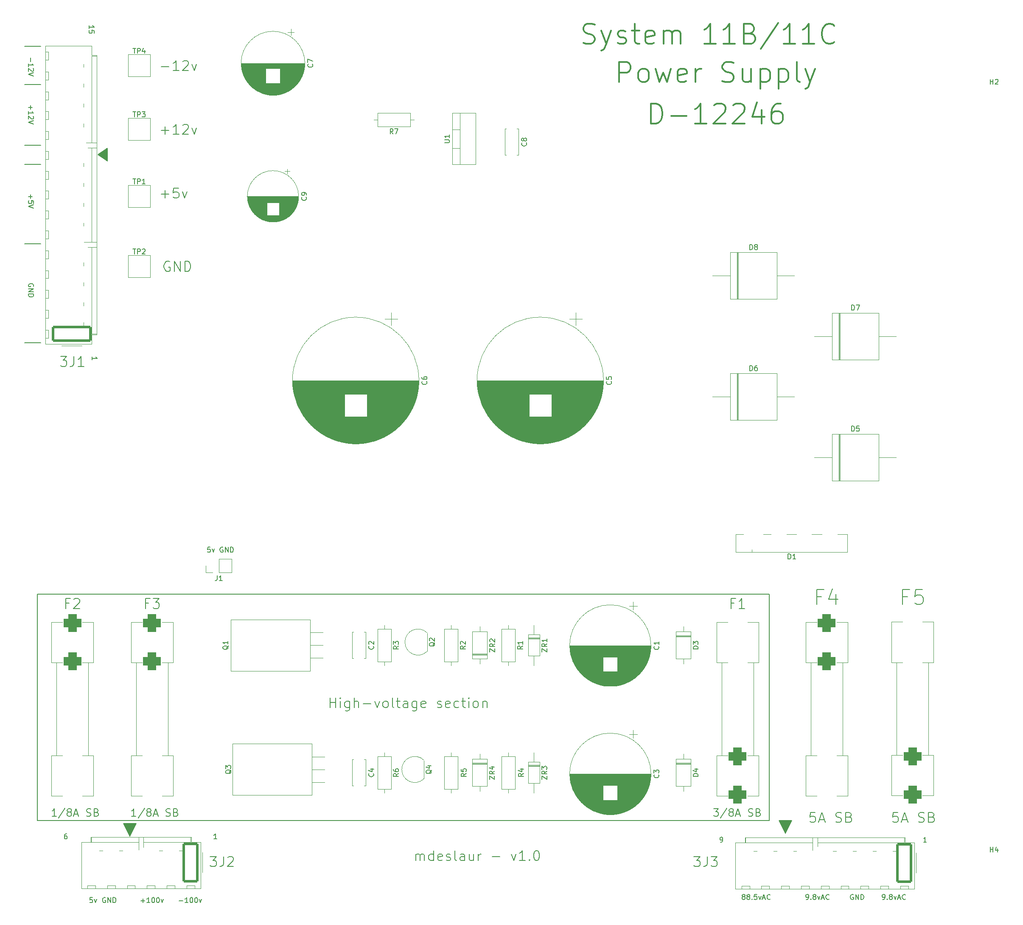
<source format=gto>
G04 #@! TF.GenerationSoftware,KiCad,Pcbnew,7.0.10-7.0.10~ubuntu22.04.1*
G04 #@! TF.CreationDate,2024-02-02T11:31:48-05:00*
G04 #@! TF.ProjectId,sys11c-power-supply,73797331-3163-42d7-906f-7765722d7375,1.0*
G04 #@! TF.SameCoordinates,Original*
G04 #@! TF.FileFunction,Legend,Top*
G04 #@! TF.FilePolarity,Positive*
%FSLAX46Y46*%
G04 Gerber Fmt 4.6, Leading zero omitted, Abs format (unit mm)*
G04 Created by KiCad (PCBNEW 7.0.10-7.0.10~ubuntu22.04.1) date 2024-02-02 11:31:48*
%MOMM*%
%LPD*%
G01*
G04 APERTURE LIST*
G04 Aperture macros list*
%AMRoundRect*
0 Rectangle with rounded corners*
0 $1 Rounding radius*
0 $2 $3 $4 $5 $6 $7 $8 $9 X,Y pos of 4 corners*
0 Add a 4 corners polygon primitive as box body*
4,1,4,$2,$3,$4,$5,$6,$7,$8,$9,$2,$3,0*
0 Add four circle primitives for the rounded corners*
1,1,$1+$1,$2,$3*
1,1,$1+$1,$4,$5*
1,1,$1+$1,$6,$7*
1,1,$1+$1,$8,$9*
0 Add four rect primitives between the rounded corners*
20,1,$1+$1,$2,$3,$4,$5,0*
20,1,$1+$1,$4,$5,$6,$7,0*
20,1,$1+$1,$6,$7,$8,$9,0*
20,1,$1+$1,$8,$9,$2,$3,0*%
G04 Aperture macros list end*
%ADD10C,0.150000*%
%ADD11C,0.300000*%
%ADD12C,0.120000*%
%ADD13R,4.000000X4.000000*%
%ADD14C,1.600000*%
%ADD15R,1.800000X1.275000*%
%ADD16O,1.800000X1.275000*%
%ADD17O,1.600000X1.600000*%
%ADD18RoundRect,0.875000X0.875000X-0.875000X0.875000X0.875000X-0.875000X0.875000X-0.875000X-0.875000X0*%
%ADD19C,3.500000*%
%ADD20R,2.400000X2.400000*%
%ADD21C,2.400000*%
%ADD22R,2.200000X2.200000*%
%ADD23O,2.200000X2.200000*%
%ADD24R,3.200000X3.200000*%
%ADD25C,3.200000*%
%ADD26O,3.500000X3.500000*%
%ADD27R,2.000000X1.905000*%
%ADD28O,2.000000X1.905000*%
%ADD29RoundRect,0.875000X-0.875000X0.875000X-0.875000X-0.875000X0.875000X-0.875000X0.875000X0.875000X0*%
%ADD30O,3.200000X3.200000*%
%ADD31R,1.500000X1.050000*%
%ADD32O,1.500000X1.050000*%
%ADD33RoundRect,0.250000X3.750000X-1.330000X3.750000X1.330000X-3.750000X1.330000X-3.750000X-1.330000X0*%
%ADD34O,8.000000X3.160000*%
%ADD35C,4.000000*%
%ADD36C,9.500000*%
%ADD37RoundRect,0.250000X1.330000X3.750000X-1.330000X3.750000X-1.330000X-3.750000X1.330000X-3.750000X0*%
%ADD38O,3.160000X8.000000*%
%ADD39R,1.600000X1.600000*%
%ADD40R,1.700000X1.700000*%
%ADD41O,1.700000X1.700000*%
%ADD42R,2.000000X2.000000*%
%ADD43C,2.000000*%
G04 APERTURE END LIST*
D10*
X78105000Y-111125000D02*
X74930000Y-111125000D01*
X77470000Y-161290000D02*
X223520000Y-161290000D01*
X223520000Y-206375000D01*
X77470000Y-206375000D01*
X77470000Y-161290000D01*
X78105000Y-71755000D02*
X74930000Y-71755000D01*
X78105000Y-52070000D02*
X74930000Y-52070000D01*
X78105000Y-75565000D02*
X74930000Y-75565000D01*
X91440000Y-74930000D02*
X89535000Y-73660000D01*
X91440000Y-72390000D01*
X91440000Y-74930000D01*
G36*
X91440000Y-74930000D02*
G01*
X89535000Y-73660000D01*
X91440000Y-72390000D01*
X91440000Y-74930000D01*
G37*
X95885000Y-209550000D02*
X94615000Y-207010000D01*
X97155000Y-207010000D01*
X95885000Y-209550000D01*
G36*
X95885000Y-209550000D02*
G01*
X94615000Y-207010000D01*
X97155000Y-207010000D01*
X95885000Y-209550000D01*
G37*
X226695000Y-208915000D02*
X225425000Y-206375000D01*
X227965000Y-206375000D01*
X226695000Y-208915000D01*
G36*
X226695000Y-208915000D02*
G01*
X225425000Y-206375000D01*
X227965000Y-206375000D01*
X226695000Y-208915000D01*
G37*
X78105000Y-59690000D02*
X74930000Y-59690000D01*
X78105000Y-91440000D02*
X74930000Y-91440000D01*
X135829874Y-183897438D02*
X135829874Y-181897438D01*
X135829874Y-182849819D02*
X136972731Y-182849819D01*
X136972731Y-183897438D02*
X136972731Y-181897438D01*
X137925112Y-183897438D02*
X137925112Y-182564104D01*
X137925112Y-181897438D02*
X137829874Y-181992676D01*
X137829874Y-181992676D02*
X137925112Y-182087914D01*
X137925112Y-182087914D02*
X138020350Y-181992676D01*
X138020350Y-181992676D02*
X137925112Y-181897438D01*
X137925112Y-181897438D02*
X137925112Y-182087914D01*
X139734636Y-182564104D02*
X139734636Y-184183152D01*
X139734636Y-184183152D02*
X139639398Y-184373628D01*
X139639398Y-184373628D02*
X139544160Y-184468866D01*
X139544160Y-184468866D02*
X139353683Y-184564104D01*
X139353683Y-184564104D02*
X139067969Y-184564104D01*
X139067969Y-184564104D02*
X138877493Y-184468866D01*
X139734636Y-183802200D02*
X139544160Y-183897438D01*
X139544160Y-183897438D02*
X139163207Y-183897438D01*
X139163207Y-183897438D02*
X138972731Y-183802200D01*
X138972731Y-183802200D02*
X138877493Y-183706961D01*
X138877493Y-183706961D02*
X138782255Y-183516485D01*
X138782255Y-183516485D02*
X138782255Y-182945057D01*
X138782255Y-182945057D02*
X138877493Y-182754580D01*
X138877493Y-182754580D02*
X138972731Y-182659342D01*
X138972731Y-182659342D02*
X139163207Y-182564104D01*
X139163207Y-182564104D02*
X139544160Y-182564104D01*
X139544160Y-182564104D02*
X139734636Y-182659342D01*
X140687017Y-183897438D02*
X140687017Y-181897438D01*
X141544160Y-183897438D02*
X141544160Y-182849819D01*
X141544160Y-182849819D02*
X141448922Y-182659342D01*
X141448922Y-182659342D02*
X141258446Y-182564104D01*
X141258446Y-182564104D02*
X140972731Y-182564104D01*
X140972731Y-182564104D02*
X140782255Y-182659342D01*
X140782255Y-182659342D02*
X140687017Y-182754580D01*
X142496541Y-183135533D02*
X144020351Y-183135533D01*
X144782255Y-182564104D02*
X145258445Y-183897438D01*
X145258445Y-183897438D02*
X145734636Y-182564104D01*
X146782255Y-183897438D02*
X146591779Y-183802200D01*
X146591779Y-183802200D02*
X146496541Y-183706961D01*
X146496541Y-183706961D02*
X146401303Y-183516485D01*
X146401303Y-183516485D02*
X146401303Y-182945057D01*
X146401303Y-182945057D02*
X146496541Y-182754580D01*
X146496541Y-182754580D02*
X146591779Y-182659342D01*
X146591779Y-182659342D02*
X146782255Y-182564104D01*
X146782255Y-182564104D02*
X147067970Y-182564104D01*
X147067970Y-182564104D02*
X147258446Y-182659342D01*
X147258446Y-182659342D02*
X147353684Y-182754580D01*
X147353684Y-182754580D02*
X147448922Y-182945057D01*
X147448922Y-182945057D02*
X147448922Y-183516485D01*
X147448922Y-183516485D02*
X147353684Y-183706961D01*
X147353684Y-183706961D02*
X147258446Y-183802200D01*
X147258446Y-183802200D02*
X147067970Y-183897438D01*
X147067970Y-183897438D02*
X146782255Y-183897438D01*
X148591779Y-183897438D02*
X148401303Y-183802200D01*
X148401303Y-183802200D02*
X148306065Y-183611723D01*
X148306065Y-183611723D02*
X148306065Y-181897438D01*
X149067970Y-182564104D02*
X149829874Y-182564104D01*
X149353684Y-181897438D02*
X149353684Y-183611723D01*
X149353684Y-183611723D02*
X149448922Y-183802200D01*
X149448922Y-183802200D02*
X149639398Y-183897438D01*
X149639398Y-183897438D02*
X149829874Y-183897438D01*
X151353684Y-183897438D02*
X151353684Y-182849819D01*
X151353684Y-182849819D02*
X151258446Y-182659342D01*
X151258446Y-182659342D02*
X151067970Y-182564104D01*
X151067970Y-182564104D02*
X150687017Y-182564104D01*
X150687017Y-182564104D02*
X150496541Y-182659342D01*
X151353684Y-183802200D02*
X151163208Y-183897438D01*
X151163208Y-183897438D02*
X150687017Y-183897438D01*
X150687017Y-183897438D02*
X150496541Y-183802200D01*
X150496541Y-183802200D02*
X150401303Y-183611723D01*
X150401303Y-183611723D02*
X150401303Y-183421247D01*
X150401303Y-183421247D02*
X150496541Y-183230771D01*
X150496541Y-183230771D02*
X150687017Y-183135533D01*
X150687017Y-183135533D02*
X151163208Y-183135533D01*
X151163208Y-183135533D02*
X151353684Y-183040295D01*
X153163208Y-182564104D02*
X153163208Y-184183152D01*
X153163208Y-184183152D02*
X153067970Y-184373628D01*
X153067970Y-184373628D02*
X152972732Y-184468866D01*
X152972732Y-184468866D02*
X152782255Y-184564104D01*
X152782255Y-184564104D02*
X152496541Y-184564104D01*
X152496541Y-184564104D02*
X152306065Y-184468866D01*
X153163208Y-183802200D02*
X152972732Y-183897438D01*
X152972732Y-183897438D02*
X152591779Y-183897438D01*
X152591779Y-183897438D02*
X152401303Y-183802200D01*
X152401303Y-183802200D02*
X152306065Y-183706961D01*
X152306065Y-183706961D02*
X152210827Y-183516485D01*
X152210827Y-183516485D02*
X152210827Y-182945057D01*
X152210827Y-182945057D02*
X152306065Y-182754580D01*
X152306065Y-182754580D02*
X152401303Y-182659342D01*
X152401303Y-182659342D02*
X152591779Y-182564104D01*
X152591779Y-182564104D02*
X152972732Y-182564104D01*
X152972732Y-182564104D02*
X153163208Y-182659342D01*
X154877494Y-183802200D02*
X154687018Y-183897438D01*
X154687018Y-183897438D02*
X154306065Y-183897438D01*
X154306065Y-183897438D02*
X154115589Y-183802200D01*
X154115589Y-183802200D02*
X154020351Y-183611723D01*
X154020351Y-183611723D02*
X154020351Y-182849819D01*
X154020351Y-182849819D02*
X154115589Y-182659342D01*
X154115589Y-182659342D02*
X154306065Y-182564104D01*
X154306065Y-182564104D02*
X154687018Y-182564104D01*
X154687018Y-182564104D02*
X154877494Y-182659342D01*
X154877494Y-182659342D02*
X154972732Y-182849819D01*
X154972732Y-182849819D02*
X154972732Y-183040295D01*
X154972732Y-183040295D02*
X154020351Y-183230771D01*
X157258447Y-183802200D02*
X157448923Y-183897438D01*
X157448923Y-183897438D02*
X157829875Y-183897438D01*
X157829875Y-183897438D02*
X158020352Y-183802200D01*
X158020352Y-183802200D02*
X158115590Y-183611723D01*
X158115590Y-183611723D02*
X158115590Y-183516485D01*
X158115590Y-183516485D02*
X158020352Y-183326009D01*
X158020352Y-183326009D02*
X157829875Y-183230771D01*
X157829875Y-183230771D02*
X157544161Y-183230771D01*
X157544161Y-183230771D02*
X157353685Y-183135533D01*
X157353685Y-183135533D02*
X157258447Y-182945057D01*
X157258447Y-182945057D02*
X157258447Y-182849819D01*
X157258447Y-182849819D02*
X157353685Y-182659342D01*
X157353685Y-182659342D02*
X157544161Y-182564104D01*
X157544161Y-182564104D02*
X157829875Y-182564104D01*
X157829875Y-182564104D02*
X158020352Y-182659342D01*
X159734638Y-183802200D02*
X159544162Y-183897438D01*
X159544162Y-183897438D02*
X159163209Y-183897438D01*
X159163209Y-183897438D02*
X158972733Y-183802200D01*
X158972733Y-183802200D02*
X158877495Y-183611723D01*
X158877495Y-183611723D02*
X158877495Y-182849819D01*
X158877495Y-182849819D02*
X158972733Y-182659342D01*
X158972733Y-182659342D02*
X159163209Y-182564104D01*
X159163209Y-182564104D02*
X159544162Y-182564104D01*
X159544162Y-182564104D02*
X159734638Y-182659342D01*
X159734638Y-182659342D02*
X159829876Y-182849819D01*
X159829876Y-182849819D02*
X159829876Y-183040295D01*
X159829876Y-183040295D02*
X158877495Y-183230771D01*
X161544162Y-183802200D02*
X161353686Y-183897438D01*
X161353686Y-183897438D02*
X160972733Y-183897438D01*
X160972733Y-183897438D02*
X160782257Y-183802200D01*
X160782257Y-183802200D02*
X160687019Y-183706961D01*
X160687019Y-183706961D02*
X160591781Y-183516485D01*
X160591781Y-183516485D02*
X160591781Y-182945057D01*
X160591781Y-182945057D02*
X160687019Y-182754580D01*
X160687019Y-182754580D02*
X160782257Y-182659342D01*
X160782257Y-182659342D02*
X160972733Y-182564104D01*
X160972733Y-182564104D02*
X161353686Y-182564104D01*
X161353686Y-182564104D02*
X161544162Y-182659342D01*
X162115591Y-182564104D02*
X162877495Y-182564104D01*
X162401305Y-181897438D02*
X162401305Y-183611723D01*
X162401305Y-183611723D02*
X162496543Y-183802200D01*
X162496543Y-183802200D02*
X162687019Y-183897438D01*
X162687019Y-183897438D02*
X162877495Y-183897438D01*
X163544162Y-183897438D02*
X163544162Y-182564104D01*
X163544162Y-181897438D02*
X163448924Y-181992676D01*
X163448924Y-181992676D02*
X163544162Y-182087914D01*
X163544162Y-182087914D02*
X163639400Y-181992676D01*
X163639400Y-181992676D02*
X163544162Y-181897438D01*
X163544162Y-181897438D02*
X163544162Y-182087914D01*
X164782257Y-183897438D02*
X164591781Y-183802200D01*
X164591781Y-183802200D02*
X164496543Y-183706961D01*
X164496543Y-183706961D02*
X164401305Y-183516485D01*
X164401305Y-183516485D02*
X164401305Y-182945057D01*
X164401305Y-182945057D02*
X164496543Y-182754580D01*
X164496543Y-182754580D02*
X164591781Y-182659342D01*
X164591781Y-182659342D02*
X164782257Y-182564104D01*
X164782257Y-182564104D02*
X165067972Y-182564104D01*
X165067972Y-182564104D02*
X165258448Y-182659342D01*
X165258448Y-182659342D02*
X165353686Y-182754580D01*
X165353686Y-182754580D02*
X165448924Y-182945057D01*
X165448924Y-182945057D02*
X165448924Y-183516485D01*
X165448924Y-183516485D02*
X165353686Y-183706961D01*
X165353686Y-183706961D02*
X165258448Y-183802200D01*
X165258448Y-183802200D02*
X165067972Y-183897438D01*
X165067972Y-183897438D02*
X164782257Y-183897438D01*
X166306067Y-182564104D02*
X166306067Y-183897438D01*
X166306067Y-182754580D02*
X166401305Y-182659342D01*
X166401305Y-182659342D02*
X166591781Y-182564104D01*
X166591781Y-182564104D02*
X166877496Y-182564104D01*
X166877496Y-182564104D02*
X167067972Y-182659342D01*
X167067972Y-182659342D02*
X167163210Y-182849819D01*
X167163210Y-182849819D02*
X167163210Y-183897438D01*
X218284636Y-221548390D02*
X218189398Y-221500771D01*
X218189398Y-221500771D02*
X218141779Y-221453152D01*
X218141779Y-221453152D02*
X218094160Y-221357914D01*
X218094160Y-221357914D02*
X218094160Y-221310295D01*
X218094160Y-221310295D02*
X218141779Y-221215057D01*
X218141779Y-221215057D02*
X218189398Y-221167438D01*
X218189398Y-221167438D02*
X218284636Y-221119819D01*
X218284636Y-221119819D02*
X218475112Y-221119819D01*
X218475112Y-221119819D02*
X218570350Y-221167438D01*
X218570350Y-221167438D02*
X218617969Y-221215057D01*
X218617969Y-221215057D02*
X218665588Y-221310295D01*
X218665588Y-221310295D02*
X218665588Y-221357914D01*
X218665588Y-221357914D02*
X218617969Y-221453152D01*
X218617969Y-221453152D02*
X218570350Y-221500771D01*
X218570350Y-221500771D02*
X218475112Y-221548390D01*
X218475112Y-221548390D02*
X218284636Y-221548390D01*
X218284636Y-221548390D02*
X218189398Y-221596009D01*
X218189398Y-221596009D02*
X218141779Y-221643628D01*
X218141779Y-221643628D02*
X218094160Y-221738866D01*
X218094160Y-221738866D02*
X218094160Y-221929342D01*
X218094160Y-221929342D02*
X218141779Y-222024580D01*
X218141779Y-222024580D02*
X218189398Y-222072200D01*
X218189398Y-222072200D02*
X218284636Y-222119819D01*
X218284636Y-222119819D02*
X218475112Y-222119819D01*
X218475112Y-222119819D02*
X218570350Y-222072200D01*
X218570350Y-222072200D02*
X218617969Y-222024580D01*
X218617969Y-222024580D02*
X218665588Y-221929342D01*
X218665588Y-221929342D02*
X218665588Y-221738866D01*
X218665588Y-221738866D02*
X218617969Y-221643628D01*
X218617969Y-221643628D02*
X218570350Y-221596009D01*
X218570350Y-221596009D02*
X218475112Y-221548390D01*
X219237017Y-221548390D02*
X219141779Y-221500771D01*
X219141779Y-221500771D02*
X219094160Y-221453152D01*
X219094160Y-221453152D02*
X219046541Y-221357914D01*
X219046541Y-221357914D02*
X219046541Y-221310295D01*
X219046541Y-221310295D02*
X219094160Y-221215057D01*
X219094160Y-221215057D02*
X219141779Y-221167438D01*
X219141779Y-221167438D02*
X219237017Y-221119819D01*
X219237017Y-221119819D02*
X219427493Y-221119819D01*
X219427493Y-221119819D02*
X219522731Y-221167438D01*
X219522731Y-221167438D02*
X219570350Y-221215057D01*
X219570350Y-221215057D02*
X219617969Y-221310295D01*
X219617969Y-221310295D02*
X219617969Y-221357914D01*
X219617969Y-221357914D02*
X219570350Y-221453152D01*
X219570350Y-221453152D02*
X219522731Y-221500771D01*
X219522731Y-221500771D02*
X219427493Y-221548390D01*
X219427493Y-221548390D02*
X219237017Y-221548390D01*
X219237017Y-221548390D02*
X219141779Y-221596009D01*
X219141779Y-221596009D02*
X219094160Y-221643628D01*
X219094160Y-221643628D02*
X219046541Y-221738866D01*
X219046541Y-221738866D02*
X219046541Y-221929342D01*
X219046541Y-221929342D02*
X219094160Y-222024580D01*
X219094160Y-222024580D02*
X219141779Y-222072200D01*
X219141779Y-222072200D02*
X219237017Y-222119819D01*
X219237017Y-222119819D02*
X219427493Y-222119819D01*
X219427493Y-222119819D02*
X219522731Y-222072200D01*
X219522731Y-222072200D02*
X219570350Y-222024580D01*
X219570350Y-222024580D02*
X219617969Y-221929342D01*
X219617969Y-221929342D02*
X219617969Y-221738866D01*
X219617969Y-221738866D02*
X219570350Y-221643628D01*
X219570350Y-221643628D02*
X219522731Y-221596009D01*
X219522731Y-221596009D02*
X219427493Y-221548390D01*
X220046541Y-222024580D02*
X220094160Y-222072200D01*
X220094160Y-222072200D02*
X220046541Y-222119819D01*
X220046541Y-222119819D02*
X219998922Y-222072200D01*
X219998922Y-222072200D02*
X220046541Y-222024580D01*
X220046541Y-222024580D02*
X220046541Y-222119819D01*
X220998921Y-221119819D02*
X220522731Y-221119819D01*
X220522731Y-221119819D02*
X220475112Y-221596009D01*
X220475112Y-221596009D02*
X220522731Y-221548390D01*
X220522731Y-221548390D02*
X220617969Y-221500771D01*
X220617969Y-221500771D02*
X220856064Y-221500771D01*
X220856064Y-221500771D02*
X220951302Y-221548390D01*
X220951302Y-221548390D02*
X220998921Y-221596009D01*
X220998921Y-221596009D02*
X221046540Y-221691247D01*
X221046540Y-221691247D02*
X221046540Y-221929342D01*
X221046540Y-221929342D02*
X220998921Y-222024580D01*
X220998921Y-222024580D02*
X220951302Y-222072200D01*
X220951302Y-222072200D02*
X220856064Y-222119819D01*
X220856064Y-222119819D02*
X220617969Y-222119819D01*
X220617969Y-222119819D02*
X220522731Y-222072200D01*
X220522731Y-222072200D02*
X220475112Y-222024580D01*
X221379874Y-221453152D02*
X221617969Y-222119819D01*
X221617969Y-222119819D02*
X221856064Y-221453152D01*
X222189398Y-221834104D02*
X222665588Y-221834104D01*
X222094160Y-222119819D02*
X222427493Y-221119819D01*
X222427493Y-221119819D02*
X222760826Y-222119819D01*
X223665588Y-222024580D02*
X223617969Y-222072200D01*
X223617969Y-222072200D02*
X223475112Y-222119819D01*
X223475112Y-222119819D02*
X223379874Y-222119819D01*
X223379874Y-222119819D02*
X223237017Y-222072200D01*
X223237017Y-222072200D02*
X223141779Y-221976961D01*
X223141779Y-221976961D02*
X223094160Y-221881723D01*
X223094160Y-221881723D02*
X223046541Y-221691247D01*
X223046541Y-221691247D02*
X223046541Y-221548390D01*
X223046541Y-221548390D02*
X223094160Y-221357914D01*
X223094160Y-221357914D02*
X223141779Y-221262676D01*
X223141779Y-221262676D02*
X223237017Y-221167438D01*
X223237017Y-221167438D02*
X223379874Y-221119819D01*
X223379874Y-221119819D02*
X223475112Y-221119819D01*
X223475112Y-221119819D02*
X223617969Y-221167438D01*
X223617969Y-221167438D02*
X223665588Y-221215057D01*
X102174874Y-68835533D02*
X103698684Y-68835533D01*
X102936779Y-69597438D02*
X102936779Y-68073628D01*
X105698683Y-69597438D02*
X104555826Y-69597438D01*
X105127254Y-69597438D02*
X105127254Y-67597438D01*
X105127254Y-67597438D02*
X104936778Y-67883152D01*
X104936778Y-67883152D02*
X104746302Y-68073628D01*
X104746302Y-68073628D02*
X104555826Y-68168866D01*
X106460588Y-67787914D02*
X106555826Y-67692676D01*
X106555826Y-67692676D02*
X106746302Y-67597438D01*
X106746302Y-67597438D02*
X107222493Y-67597438D01*
X107222493Y-67597438D02*
X107412969Y-67692676D01*
X107412969Y-67692676D02*
X107508207Y-67787914D01*
X107508207Y-67787914D02*
X107603445Y-67978390D01*
X107603445Y-67978390D02*
X107603445Y-68168866D01*
X107603445Y-68168866D02*
X107508207Y-68454580D01*
X107508207Y-68454580D02*
X106365350Y-69597438D01*
X106365350Y-69597438D02*
X107603445Y-69597438D01*
X108270112Y-68264104D02*
X108746302Y-69597438D01*
X108746302Y-69597438D02*
X109222493Y-68264104D01*
D11*
X186379272Y-51374400D02*
X186950701Y-51564876D01*
X186950701Y-51564876D02*
X187903082Y-51564876D01*
X187903082Y-51564876D02*
X188284034Y-51374400D01*
X188284034Y-51374400D02*
X188474510Y-51183923D01*
X188474510Y-51183923D02*
X188664987Y-50802971D01*
X188664987Y-50802971D02*
X188664987Y-50422019D01*
X188664987Y-50422019D02*
X188474510Y-50041066D01*
X188474510Y-50041066D02*
X188284034Y-49850590D01*
X188284034Y-49850590D02*
X187903082Y-49660114D01*
X187903082Y-49660114D02*
X187141177Y-49469638D01*
X187141177Y-49469638D02*
X186760225Y-49279161D01*
X186760225Y-49279161D02*
X186569748Y-49088685D01*
X186569748Y-49088685D02*
X186379272Y-48707733D01*
X186379272Y-48707733D02*
X186379272Y-48326780D01*
X186379272Y-48326780D02*
X186569748Y-47945828D01*
X186569748Y-47945828D02*
X186760225Y-47755352D01*
X186760225Y-47755352D02*
X187141177Y-47564876D01*
X187141177Y-47564876D02*
X188093558Y-47564876D01*
X188093558Y-47564876D02*
X188664987Y-47755352D01*
X189998320Y-48898209D02*
X190950701Y-51564876D01*
X191903082Y-48898209D02*
X190950701Y-51564876D01*
X190950701Y-51564876D02*
X190569749Y-52517257D01*
X190569749Y-52517257D02*
X190379272Y-52707733D01*
X190379272Y-52707733D02*
X189998320Y-52898209D01*
X193236415Y-51374400D02*
X193617368Y-51564876D01*
X193617368Y-51564876D02*
X194379272Y-51564876D01*
X194379272Y-51564876D02*
X194760225Y-51374400D01*
X194760225Y-51374400D02*
X194950701Y-50993447D01*
X194950701Y-50993447D02*
X194950701Y-50802971D01*
X194950701Y-50802971D02*
X194760225Y-50422019D01*
X194760225Y-50422019D02*
X194379272Y-50231542D01*
X194379272Y-50231542D02*
X193807844Y-50231542D01*
X193807844Y-50231542D02*
X193426891Y-50041066D01*
X193426891Y-50041066D02*
X193236415Y-49660114D01*
X193236415Y-49660114D02*
X193236415Y-49469638D01*
X193236415Y-49469638D02*
X193426891Y-49088685D01*
X193426891Y-49088685D02*
X193807844Y-48898209D01*
X193807844Y-48898209D02*
X194379272Y-48898209D01*
X194379272Y-48898209D02*
X194760225Y-49088685D01*
X196093558Y-48898209D02*
X197617367Y-48898209D01*
X196664986Y-47564876D02*
X196664986Y-50993447D01*
X196664986Y-50993447D02*
X196855463Y-51374400D01*
X196855463Y-51374400D02*
X197236415Y-51564876D01*
X197236415Y-51564876D02*
X197617367Y-51564876D01*
X200474510Y-51374400D02*
X200093558Y-51564876D01*
X200093558Y-51564876D02*
X199331653Y-51564876D01*
X199331653Y-51564876D02*
X198950700Y-51374400D01*
X198950700Y-51374400D02*
X198760224Y-50993447D01*
X198760224Y-50993447D02*
X198760224Y-49469638D01*
X198760224Y-49469638D02*
X198950700Y-49088685D01*
X198950700Y-49088685D02*
X199331653Y-48898209D01*
X199331653Y-48898209D02*
X200093558Y-48898209D01*
X200093558Y-48898209D02*
X200474510Y-49088685D01*
X200474510Y-49088685D02*
X200664986Y-49469638D01*
X200664986Y-49469638D02*
X200664986Y-49850590D01*
X200664986Y-49850590D02*
X198760224Y-50231542D01*
X202379271Y-51564876D02*
X202379271Y-48898209D01*
X202379271Y-49279161D02*
X202569748Y-49088685D01*
X202569748Y-49088685D02*
X202950700Y-48898209D01*
X202950700Y-48898209D02*
X203522129Y-48898209D01*
X203522129Y-48898209D02*
X203903081Y-49088685D01*
X203903081Y-49088685D02*
X204093557Y-49469638D01*
X204093557Y-49469638D02*
X204093557Y-51564876D01*
X204093557Y-49469638D02*
X204284033Y-49088685D01*
X204284033Y-49088685D02*
X204664986Y-48898209D01*
X204664986Y-48898209D02*
X205236414Y-48898209D01*
X205236414Y-48898209D02*
X205617367Y-49088685D01*
X205617367Y-49088685D02*
X205807843Y-49469638D01*
X205807843Y-49469638D02*
X205807843Y-51564876D01*
X212855462Y-51564876D02*
X210569747Y-51564876D01*
X211712604Y-51564876D02*
X211712604Y-47564876D01*
X211712604Y-47564876D02*
X211331652Y-48136304D01*
X211331652Y-48136304D02*
X210950700Y-48517257D01*
X210950700Y-48517257D02*
X210569747Y-48707733D01*
X216664986Y-51564876D02*
X214379271Y-51564876D01*
X215522128Y-51564876D02*
X215522128Y-47564876D01*
X215522128Y-47564876D02*
X215141176Y-48136304D01*
X215141176Y-48136304D02*
X214760224Y-48517257D01*
X214760224Y-48517257D02*
X214379271Y-48707733D01*
X219712605Y-49469638D02*
X220284033Y-49660114D01*
X220284033Y-49660114D02*
X220474510Y-49850590D01*
X220474510Y-49850590D02*
X220664986Y-50231542D01*
X220664986Y-50231542D02*
X220664986Y-50802971D01*
X220664986Y-50802971D02*
X220474510Y-51183923D01*
X220474510Y-51183923D02*
X220284033Y-51374400D01*
X220284033Y-51374400D02*
X219903081Y-51564876D01*
X219903081Y-51564876D02*
X218379271Y-51564876D01*
X218379271Y-51564876D02*
X218379271Y-47564876D01*
X218379271Y-47564876D02*
X219712605Y-47564876D01*
X219712605Y-47564876D02*
X220093557Y-47755352D01*
X220093557Y-47755352D02*
X220284033Y-47945828D01*
X220284033Y-47945828D02*
X220474510Y-48326780D01*
X220474510Y-48326780D02*
X220474510Y-48707733D01*
X220474510Y-48707733D02*
X220284033Y-49088685D01*
X220284033Y-49088685D02*
X220093557Y-49279161D01*
X220093557Y-49279161D02*
X219712605Y-49469638D01*
X219712605Y-49469638D02*
X218379271Y-49469638D01*
X225236414Y-47374400D02*
X221807843Y-52517257D01*
X228664986Y-51564876D02*
X226379271Y-51564876D01*
X227522128Y-51564876D02*
X227522128Y-47564876D01*
X227522128Y-47564876D02*
X227141176Y-48136304D01*
X227141176Y-48136304D02*
X226760224Y-48517257D01*
X226760224Y-48517257D02*
X226379271Y-48707733D01*
X232474510Y-51564876D02*
X230188795Y-51564876D01*
X231331652Y-51564876D02*
X231331652Y-47564876D01*
X231331652Y-47564876D02*
X230950700Y-48136304D01*
X230950700Y-48136304D02*
X230569748Y-48517257D01*
X230569748Y-48517257D02*
X230188795Y-48707733D01*
X236474510Y-51183923D02*
X236284034Y-51374400D01*
X236284034Y-51374400D02*
X235712605Y-51564876D01*
X235712605Y-51564876D02*
X235331653Y-51564876D01*
X235331653Y-51564876D02*
X234760224Y-51374400D01*
X234760224Y-51374400D02*
X234379272Y-50993447D01*
X234379272Y-50993447D02*
X234188795Y-50612495D01*
X234188795Y-50612495D02*
X233998319Y-49850590D01*
X233998319Y-49850590D02*
X233998319Y-49279161D01*
X233998319Y-49279161D02*
X234188795Y-48517257D01*
X234188795Y-48517257D02*
X234379272Y-48136304D01*
X234379272Y-48136304D02*
X234760224Y-47755352D01*
X234760224Y-47755352D02*
X235331653Y-47564876D01*
X235331653Y-47564876D02*
X235712605Y-47564876D01*
X235712605Y-47564876D02*
X236284034Y-47755352D01*
X236284034Y-47755352D02*
X236474510Y-47945828D01*
D10*
X102174874Y-81535533D02*
X103698684Y-81535533D01*
X102936779Y-82297438D02*
X102936779Y-80773628D01*
X105603445Y-80297438D02*
X104651064Y-80297438D01*
X104651064Y-80297438D02*
X104555826Y-81249819D01*
X104555826Y-81249819D02*
X104651064Y-81154580D01*
X104651064Y-81154580D02*
X104841540Y-81059342D01*
X104841540Y-81059342D02*
X105317731Y-81059342D01*
X105317731Y-81059342D02*
X105508207Y-81154580D01*
X105508207Y-81154580D02*
X105603445Y-81249819D01*
X105603445Y-81249819D02*
X105698683Y-81440295D01*
X105698683Y-81440295D02*
X105698683Y-81916485D01*
X105698683Y-81916485D02*
X105603445Y-82106961D01*
X105603445Y-82106961D02*
X105508207Y-82202200D01*
X105508207Y-82202200D02*
X105317731Y-82297438D01*
X105317731Y-82297438D02*
X104841540Y-82297438D01*
X104841540Y-82297438D02*
X104651064Y-82202200D01*
X104651064Y-82202200D02*
X104555826Y-82106961D01*
X106365350Y-80964104D02*
X106841540Y-82297438D01*
X106841540Y-82297438D02*
X107317731Y-80964104D01*
X213744398Y-210689819D02*
X213934874Y-210689819D01*
X213934874Y-210689819D02*
X214030112Y-210642200D01*
X214030112Y-210642200D02*
X214077731Y-210594580D01*
X214077731Y-210594580D02*
X214172969Y-210451723D01*
X214172969Y-210451723D02*
X214220588Y-210261247D01*
X214220588Y-210261247D02*
X214220588Y-209880295D01*
X214220588Y-209880295D02*
X214172969Y-209785057D01*
X214172969Y-209785057D02*
X214125350Y-209737438D01*
X214125350Y-209737438D02*
X214030112Y-209689819D01*
X214030112Y-209689819D02*
X213839636Y-209689819D01*
X213839636Y-209689819D02*
X213744398Y-209737438D01*
X213744398Y-209737438D02*
X213696779Y-209785057D01*
X213696779Y-209785057D02*
X213649160Y-209880295D01*
X213649160Y-209880295D02*
X213649160Y-210118390D01*
X213649160Y-210118390D02*
X213696779Y-210213628D01*
X213696779Y-210213628D02*
X213744398Y-210261247D01*
X213744398Y-210261247D02*
X213839636Y-210308866D01*
X213839636Y-210308866D02*
X214030112Y-210308866D01*
X214030112Y-210308866D02*
X214125350Y-210261247D01*
X214125350Y-210261247D02*
X214172969Y-210213628D01*
X214172969Y-210213628D02*
X214220588Y-210118390D01*
X97126541Y-205548628D02*
X96269398Y-205548628D01*
X96697969Y-205548628D02*
X96697969Y-204048628D01*
X96697969Y-204048628D02*
X96555112Y-204262914D01*
X96555112Y-204262914D02*
X96412255Y-204405771D01*
X96412255Y-204405771D02*
X96269398Y-204477200D01*
X98840826Y-203977200D02*
X97555112Y-205905771D01*
X99555112Y-204691485D02*
X99412255Y-204620057D01*
X99412255Y-204620057D02*
X99340826Y-204548628D01*
X99340826Y-204548628D02*
X99269398Y-204405771D01*
X99269398Y-204405771D02*
X99269398Y-204334342D01*
X99269398Y-204334342D02*
X99340826Y-204191485D01*
X99340826Y-204191485D02*
X99412255Y-204120057D01*
X99412255Y-204120057D02*
X99555112Y-204048628D01*
X99555112Y-204048628D02*
X99840826Y-204048628D01*
X99840826Y-204048628D02*
X99983684Y-204120057D01*
X99983684Y-204120057D02*
X100055112Y-204191485D01*
X100055112Y-204191485D02*
X100126541Y-204334342D01*
X100126541Y-204334342D02*
X100126541Y-204405771D01*
X100126541Y-204405771D02*
X100055112Y-204548628D01*
X100055112Y-204548628D02*
X99983684Y-204620057D01*
X99983684Y-204620057D02*
X99840826Y-204691485D01*
X99840826Y-204691485D02*
X99555112Y-204691485D01*
X99555112Y-204691485D02*
X99412255Y-204762914D01*
X99412255Y-204762914D02*
X99340826Y-204834342D01*
X99340826Y-204834342D02*
X99269398Y-204977200D01*
X99269398Y-204977200D02*
X99269398Y-205262914D01*
X99269398Y-205262914D02*
X99340826Y-205405771D01*
X99340826Y-205405771D02*
X99412255Y-205477200D01*
X99412255Y-205477200D02*
X99555112Y-205548628D01*
X99555112Y-205548628D02*
X99840826Y-205548628D01*
X99840826Y-205548628D02*
X99983684Y-205477200D01*
X99983684Y-205477200D02*
X100055112Y-205405771D01*
X100055112Y-205405771D02*
X100126541Y-205262914D01*
X100126541Y-205262914D02*
X100126541Y-204977200D01*
X100126541Y-204977200D02*
X100055112Y-204834342D01*
X100055112Y-204834342D02*
X99983684Y-204762914D01*
X99983684Y-204762914D02*
X99840826Y-204691485D01*
X100697969Y-205120057D02*
X101412255Y-205120057D01*
X100555112Y-205548628D02*
X101055112Y-204048628D01*
X101055112Y-204048628D02*
X101555112Y-205548628D01*
X103126540Y-205477200D02*
X103340826Y-205548628D01*
X103340826Y-205548628D02*
X103697968Y-205548628D01*
X103697968Y-205548628D02*
X103840826Y-205477200D01*
X103840826Y-205477200D02*
X103912254Y-205405771D01*
X103912254Y-205405771D02*
X103983683Y-205262914D01*
X103983683Y-205262914D02*
X103983683Y-205120057D01*
X103983683Y-205120057D02*
X103912254Y-204977200D01*
X103912254Y-204977200D02*
X103840826Y-204905771D01*
X103840826Y-204905771D02*
X103697968Y-204834342D01*
X103697968Y-204834342D02*
X103412254Y-204762914D01*
X103412254Y-204762914D02*
X103269397Y-204691485D01*
X103269397Y-204691485D02*
X103197968Y-204620057D01*
X103197968Y-204620057D02*
X103126540Y-204477200D01*
X103126540Y-204477200D02*
X103126540Y-204334342D01*
X103126540Y-204334342D02*
X103197968Y-204191485D01*
X103197968Y-204191485D02*
X103269397Y-204120057D01*
X103269397Y-204120057D02*
X103412254Y-204048628D01*
X103412254Y-204048628D02*
X103769397Y-204048628D01*
X103769397Y-204048628D02*
X103983683Y-204120057D01*
X105126539Y-204762914D02*
X105340825Y-204834342D01*
X105340825Y-204834342D02*
X105412254Y-204905771D01*
X105412254Y-204905771D02*
X105483682Y-205048628D01*
X105483682Y-205048628D02*
X105483682Y-205262914D01*
X105483682Y-205262914D02*
X105412254Y-205405771D01*
X105412254Y-205405771D02*
X105340825Y-205477200D01*
X105340825Y-205477200D02*
X105197968Y-205548628D01*
X105197968Y-205548628D02*
X104626539Y-205548628D01*
X104626539Y-205548628D02*
X104626539Y-204048628D01*
X104626539Y-204048628D02*
X105126539Y-204048628D01*
X105126539Y-204048628D02*
X105269397Y-204120057D01*
X105269397Y-204120057D02*
X105340825Y-204191485D01*
X105340825Y-204191485D02*
X105412254Y-204334342D01*
X105412254Y-204334342D02*
X105412254Y-204477200D01*
X105412254Y-204477200D02*
X105340825Y-204620057D01*
X105340825Y-204620057D02*
X105269397Y-204691485D01*
X105269397Y-204691485D02*
X105126539Y-204762914D01*
X105126539Y-204762914D02*
X104626539Y-204762914D01*
X113255588Y-210054819D02*
X112684160Y-210054819D01*
X112969874Y-210054819D02*
X112969874Y-209054819D01*
X112969874Y-209054819D02*
X112874636Y-209197676D01*
X112874636Y-209197676D02*
X112779398Y-209292914D01*
X112779398Y-209292914D02*
X112684160Y-209340533D01*
D11*
X199904748Y-67439876D02*
X199904748Y-63439876D01*
X199904748Y-63439876D02*
X200857129Y-63439876D01*
X200857129Y-63439876D02*
X201428558Y-63630352D01*
X201428558Y-63630352D02*
X201809510Y-64011304D01*
X201809510Y-64011304D02*
X201999987Y-64392257D01*
X201999987Y-64392257D02*
X202190463Y-65154161D01*
X202190463Y-65154161D02*
X202190463Y-65725590D01*
X202190463Y-65725590D02*
X201999987Y-66487495D01*
X201999987Y-66487495D02*
X201809510Y-66868447D01*
X201809510Y-66868447D02*
X201428558Y-67249400D01*
X201428558Y-67249400D02*
X200857129Y-67439876D01*
X200857129Y-67439876D02*
X199904748Y-67439876D01*
X203904748Y-65916066D02*
X206952368Y-65916066D01*
X210952368Y-67439876D02*
X208666653Y-67439876D01*
X209809510Y-67439876D02*
X209809510Y-63439876D01*
X209809510Y-63439876D02*
X209428558Y-64011304D01*
X209428558Y-64011304D02*
X209047606Y-64392257D01*
X209047606Y-64392257D02*
X208666653Y-64582733D01*
X212476177Y-63820828D02*
X212666653Y-63630352D01*
X212666653Y-63630352D02*
X213047606Y-63439876D01*
X213047606Y-63439876D02*
X213999987Y-63439876D01*
X213999987Y-63439876D02*
X214380939Y-63630352D01*
X214380939Y-63630352D02*
X214571415Y-63820828D01*
X214571415Y-63820828D02*
X214761892Y-64201780D01*
X214761892Y-64201780D02*
X214761892Y-64582733D01*
X214761892Y-64582733D02*
X214571415Y-65154161D01*
X214571415Y-65154161D02*
X212285701Y-67439876D01*
X212285701Y-67439876D02*
X214761892Y-67439876D01*
X216285701Y-63820828D02*
X216476177Y-63630352D01*
X216476177Y-63630352D02*
X216857130Y-63439876D01*
X216857130Y-63439876D02*
X217809511Y-63439876D01*
X217809511Y-63439876D02*
X218190463Y-63630352D01*
X218190463Y-63630352D02*
X218380939Y-63820828D01*
X218380939Y-63820828D02*
X218571416Y-64201780D01*
X218571416Y-64201780D02*
X218571416Y-64582733D01*
X218571416Y-64582733D02*
X218380939Y-65154161D01*
X218380939Y-65154161D02*
X216095225Y-67439876D01*
X216095225Y-67439876D02*
X218571416Y-67439876D01*
X221999987Y-64773209D02*
X221999987Y-67439876D01*
X221047606Y-63249400D02*
X220095225Y-66106542D01*
X220095225Y-66106542D02*
X222571416Y-66106542D01*
X225809511Y-63439876D02*
X225047606Y-63439876D01*
X225047606Y-63439876D02*
X224666654Y-63630352D01*
X224666654Y-63630352D02*
X224476178Y-63820828D01*
X224476178Y-63820828D02*
X224095225Y-64392257D01*
X224095225Y-64392257D02*
X223904749Y-65154161D01*
X223904749Y-65154161D02*
X223904749Y-66677971D01*
X223904749Y-66677971D02*
X224095225Y-67058923D01*
X224095225Y-67058923D02*
X224285702Y-67249400D01*
X224285702Y-67249400D02*
X224666654Y-67439876D01*
X224666654Y-67439876D02*
X225428559Y-67439876D01*
X225428559Y-67439876D02*
X225809511Y-67249400D01*
X225809511Y-67249400D02*
X225999987Y-67058923D01*
X225999987Y-67058923D02*
X226190464Y-66677971D01*
X226190464Y-66677971D02*
X226190464Y-65725590D01*
X226190464Y-65725590D02*
X225999987Y-65344638D01*
X225999987Y-65344638D02*
X225809511Y-65154161D01*
X225809511Y-65154161D02*
X225428559Y-64963685D01*
X225428559Y-64963685D02*
X224666654Y-64963685D01*
X224666654Y-64963685D02*
X224285702Y-65154161D01*
X224285702Y-65154161D02*
X224095225Y-65344638D01*
X224095225Y-65344638D02*
X223904749Y-65725590D01*
X193554748Y-59184876D02*
X193554748Y-55184876D01*
X193554748Y-55184876D02*
X195078558Y-55184876D01*
X195078558Y-55184876D02*
X195459510Y-55375352D01*
X195459510Y-55375352D02*
X195649987Y-55565828D01*
X195649987Y-55565828D02*
X195840463Y-55946780D01*
X195840463Y-55946780D02*
X195840463Y-56518209D01*
X195840463Y-56518209D02*
X195649987Y-56899161D01*
X195649987Y-56899161D02*
X195459510Y-57089638D01*
X195459510Y-57089638D02*
X195078558Y-57280114D01*
X195078558Y-57280114D02*
X193554748Y-57280114D01*
X198126177Y-59184876D02*
X197745225Y-58994400D01*
X197745225Y-58994400D02*
X197554748Y-58803923D01*
X197554748Y-58803923D02*
X197364272Y-58422971D01*
X197364272Y-58422971D02*
X197364272Y-57280114D01*
X197364272Y-57280114D02*
X197554748Y-56899161D01*
X197554748Y-56899161D02*
X197745225Y-56708685D01*
X197745225Y-56708685D02*
X198126177Y-56518209D01*
X198126177Y-56518209D02*
X198697606Y-56518209D01*
X198697606Y-56518209D02*
X199078558Y-56708685D01*
X199078558Y-56708685D02*
X199269034Y-56899161D01*
X199269034Y-56899161D02*
X199459510Y-57280114D01*
X199459510Y-57280114D02*
X199459510Y-58422971D01*
X199459510Y-58422971D02*
X199269034Y-58803923D01*
X199269034Y-58803923D02*
X199078558Y-58994400D01*
X199078558Y-58994400D02*
X198697606Y-59184876D01*
X198697606Y-59184876D02*
X198126177Y-59184876D01*
X200792844Y-56518209D02*
X201554749Y-59184876D01*
X201554749Y-59184876D02*
X202316654Y-57280114D01*
X202316654Y-57280114D02*
X203078558Y-59184876D01*
X203078558Y-59184876D02*
X203840463Y-56518209D01*
X206888082Y-58994400D02*
X206507130Y-59184876D01*
X206507130Y-59184876D02*
X205745225Y-59184876D01*
X205745225Y-59184876D02*
X205364272Y-58994400D01*
X205364272Y-58994400D02*
X205173796Y-58613447D01*
X205173796Y-58613447D02*
X205173796Y-57089638D01*
X205173796Y-57089638D02*
X205364272Y-56708685D01*
X205364272Y-56708685D02*
X205745225Y-56518209D01*
X205745225Y-56518209D02*
X206507130Y-56518209D01*
X206507130Y-56518209D02*
X206888082Y-56708685D01*
X206888082Y-56708685D02*
X207078558Y-57089638D01*
X207078558Y-57089638D02*
X207078558Y-57470590D01*
X207078558Y-57470590D02*
X205173796Y-57851542D01*
X208792843Y-59184876D02*
X208792843Y-56518209D01*
X208792843Y-57280114D02*
X208983320Y-56899161D01*
X208983320Y-56899161D02*
X209173796Y-56708685D01*
X209173796Y-56708685D02*
X209554748Y-56518209D01*
X209554748Y-56518209D02*
X209935701Y-56518209D01*
X214126176Y-58994400D02*
X214697605Y-59184876D01*
X214697605Y-59184876D02*
X215649986Y-59184876D01*
X215649986Y-59184876D02*
X216030938Y-58994400D01*
X216030938Y-58994400D02*
X216221414Y-58803923D01*
X216221414Y-58803923D02*
X216411891Y-58422971D01*
X216411891Y-58422971D02*
X216411891Y-58042019D01*
X216411891Y-58042019D02*
X216221414Y-57661066D01*
X216221414Y-57661066D02*
X216030938Y-57470590D01*
X216030938Y-57470590D02*
X215649986Y-57280114D01*
X215649986Y-57280114D02*
X214888081Y-57089638D01*
X214888081Y-57089638D02*
X214507129Y-56899161D01*
X214507129Y-56899161D02*
X214316652Y-56708685D01*
X214316652Y-56708685D02*
X214126176Y-56327733D01*
X214126176Y-56327733D02*
X214126176Y-55946780D01*
X214126176Y-55946780D02*
X214316652Y-55565828D01*
X214316652Y-55565828D02*
X214507129Y-55375352D01*
X214507129Y-55375352D02*
X214888081Y-55184876D01*
X214888081Y-55184876D02*
X215840462Y-55184876D01*
X215840462Y-55184876D02*
X216411891Y-55375352D01*
X219840462Y-56518209D02*
X219840462Y-59184876D01*
X218126176Y-56518209D02*
X218126176Y-58613447D01*
X218126176Y-58613447D02*
X218316653Y-58994400D01*
X218316653Y-58994400D02*
X218697605Y-59184876D01*
X218697605Y-59184876D02*
X219269034Y-59184876D01*
X219269034Y-59184876D02*
X219649986Y-58994400D01*
X219649986Y-58994400D02*
X219840462Y-58803923D01*
X221745224Y-56518209D02*
X221745224Y-60518209D01*
X221745224Y-56708685D02*
X222126177Y-56518209D01*
X222126177Y-56518209D02*
X222888082Y-56518209D01*
X222888082Y-56518209D02*
X223269034Y-56708685D01*
X223269034Y-56708685D02*
X223459510Y-56899161D01*
X223459510Y-56899161D02*
X223649986Y-57280114D01*
X223649986Y-57280114D02*
X223649986Y-58422971D01*
X223649986Y-58422971D02*
X223459510Y-58803923D01*
X223459510Y-58803923D02*
X223269034Y-58994400D01*
X223269034Y-58994400D02*
X222888082Y-59184876D01*
X222888082Y-59184876D02*
X222126177Y-59184876D01*
X222126177Y-59184876D02*
X221745224Y-58994400D01*
X225364272Y-56518209D02*
X225364272Y-60518209D01*
X225364272Y-56708685D02*
X225745225Y-56518209D01*
X225745225Y-56518209D02*
X226507130Y-56518209D01*
X226507130Y-56518209D02*
X226888082Y-56708685D01*
X226888082Y-56708685D02*
X227078558Y-56899161D01*
X227078558Y-56899161D02*
X227269034Y-57280114D01*
X227269034Y-57280114D02*
X227269034Y-58422971D01*
X227269034Y-58422971D02*
X227078558Y-58803923D01*
X227078558Y-58803923D02*
X226888082Y-58994400D01*
X226888082Y-58994400D02*
X226507130Y-59184876D01*
X226507130Y-59184876D02*
X225745225Y-59184876D01*
X225745225Y-59184876D02*
X225364272Y-58994400D01*
X229554749Y-59184876D02*
X229173797Y-58994400D01*
X229173797Y-58994400D02*
X228983320Y-58613447D01*
X228983320Y-58613447D02*
X228983320Y-55184876D01*
X230697606Y-56518209D02*
X231649987Y-59184876D01*
X232602368Y-56518209D02*
X231649987Y-59184876D01*
X231649987Y-59184876D02*
X231269035Y-60137257D01*
X231269035Y-60137257D02*
X231078558Y-60327733D01*
X231078558Y-60327733D02*
X230697606Y-60518209D01*
D10*
X87760180Y-48485588D02*
X87760180Y-47914160D01*
X87760180Y-48199874D02*
X88760180Y-48199874D01*
X88760180Y-48199874D02*
X88617323Y-48104636D01*
X88617323Y-48104636D02*
X88522085Y-48009398D01*
X88522085Y-48009398D02*
X88474466Y-47914160D01*
X88760180Y-49390350D02*
X88760180Y-48914160D01*
X88760180Y-48914160D02*
X88283990Y-48866541D01*
X88283990Y-48866541D02*
X88331609Y-48914160D01*
X88331609Y-48914160D02*
X88379228Y-49009398D01*
X88379228Y-49009398D02*
X88379228Y-49247493D01*
X88379228Y-49247493D02*
X88331609Y-49342731D01*
X88331609Y-49342731D02*
X88283990Y-49390350D01*
X88283990Y-49390350D02*
X88188752Y-49437969D01*
X88188752Y-49437969D02*
X87950657Y-49437969D01*
X87950657Y-49437969D02*
X87855419Y-49390350D01*
X87855419Y-49390350D02*
X87807800Y-49342731D01*
X87807800Y-49342731D02*
X87760180Y-49247493D01*
X87760180Y-49247493D02*
X87760180Y-49009398D01*
X87760180Y-49009398D02*
X87807800Y-48914160D01*
X87807800Y-48914160D02*
X87855419Y-48866541D01*
X246129398Y-222119819D02*
X246319874Y-222119819D01*
X246319874Y-222119819D02*
X246415112Y-222072200D01*
X246415112Y-222072200D02*
X246462731Y-222024580D01*
X246462731Y-222024580D02*
X246557969Y-221881723D01*
X246557969Y-221881723D02*
X246605588Y-221691247D01*
X246605588Y-221691247D02*
X246605588Y-221310295D01*
X246605588Y-221310295D02*
X246557969Y-221215057D01*
X246557969Y-221215057D02*
X246510350Y-221167438D01*
X246510350Y-221167438D02*
X246415112Y-221119819D01*
X246415112Y-221119819D02*
X246224636Y-221119819D01*
X246224636Y-221119819D02*
X246129398Y-221167438D01*
X246129398Y-221167438D02*
X246081779Y-221215057D01*
X246081779Y-221215057D02*
X246034160Y-221310295D01*
X246034160Y-221310295D02*
X246034160Y-221548390D01*
X246034160Y-221548390D02*
X246081779Y-221643628D01*
X246081779Y-221643628D02*
X246129398Y-221691247D01*
X246129398Y-221691247D02*
X246224636Y-221738866D01*
X246224636Y-221738866D02*
X246415112Y-221738866D01*
X246415112Y-221738866D02*
X246510350Y-221691247D01*
X246510350Y-221691247D02*
X246557969Y-221643628D01*
X246557969Y-221643628D02*
X246605588Y-221548390D01*
X247034160Y-222024580D02*
X247081779Y-222072200D01*
X247081779Y-222072200D02*
X247034160Y-222119819D01*
X247034160Y-222119819D02*
X246986541Y-222072200D01*
X246986541Y-222072200D02*
X247034160Y-222024580D01*
X247034160Y-222024580D02*
X247034160Y-222119819D01*
X247653207Y-221548390D02*
X247557969Y-221500771D01*
X247557969Y-221500771D02*
X247510350Y-221453152D01*
X247510350Y-221453152D02*
X247462731Y-221357914D01*
X247462731Y-221357914D02*
X247462731Y-221310295D01*
X247462731Y-221310295D02*
X247510350Y-221215057D01*
X247510350Y-221215057D02*
X247557969Y-221167438D01*
X247557969Y-221167438D02*
X247653207Y-221119819D01*
X247653207Y-221119819D02*
X247843683Y-221119819D01*
X247843683Y-221119819D02*
X247938921Y-221167438D01*
X247938921Y-221167438D02*
X247986540Y-221215057D01*
X247986540Y-221215057D02*
X248034159Y-221310295D01*
X248034159Y-221310295D02*
X248034159Y-221357914D01*
X248034159Y-221357914D02*
X247986540Y-221453152D01*
X247986540Y-221453152D02*
X247938921Y-221500771D01*
X247938921Y-221500771D02*
X247843683Y-221548390D01*
X247843683Y-221548390D02*
X247653207Y-221548390D01*
X247653207Y-221548390D02*
X247557969Y-221596009D01*
X247557969Y-221596009D02*
X247510350Y-221643628D01*
X247510350Y-221643628D02*
X247462731Y-221738866D01*
X247462731Y-221738866D02*
X247462731Y-221929342D01*
X247462731Y-221929342D02*
X247510350Y-222024580D01*
X247510350Y-222024580D02*
X247557969Y-222072200D01*
X247557969Y-222072200D02*
X247653207Y-222119819D01*
X247653207Y-222119819D02*
X247843683Y-222119819D01*
X247843683Y-222119819D02*
X247938921Y-222072200D01*
X247938921Y-222072200D02*
X247986540Y-222024580D01*
X247986540Y-222024580D02*
X248034159Y-221929342D01*
X248034159Y-221929342D02*
X248034159Y-221738866D01*
X248034159Y-221738866D02*
X247986540Y-221643628D01*
X247986540Y-221643628D02*
X247938921Y-221596009D01*
X247938921Y-221596009D02*
X247843683Y-221548390D01*
X248367493Y-221453152D02*
X248605588Y-222119819D01*
X248605588Y-222119819D02*
X248843683Y-221453152D01*
X249177017Y-221834104D02*
X249653207Y-221834104D01*
X249081779Y-222119819D02*
X249415112Y-221119819D01*
X249415112Y-221119819D02*
X249748445Y-222119819D01*
X250653207Y-222024580D02*
X250605588Y-222072200D01*
X250605588Y-222072200D02*
X250462731Y-222119819D01*
X250462731Y-222119819D02*
X250367493Y-222119819D01*
X250367493Y-222119819D02*
X250224636Y-222072200D01*
X250224636Y-222072200D02*
X250129398Y-221976961D01*
X250129398Y-221976961D02*
X250081779Y-221881723D01*
X250081779Y-221881723D02*
X250034160Y-221691247D01*
X250034160Y-221691247D02*
X250034160Y-221548390D01*
X250034160Y-221548390D02*
X250081779Y-221357914D01*
X250081779Y-221357914D02*
X250129398Y-221262676D01*
X250129398Y-221262676D02*
X250224636Y-221167438D01*
X250224636Y-221167438D02*
X250367493Y-221119819D01*
X250367493Y-221119819D02*
X250462731Y-221119819D01*
X250462731Y-221119819D02*
X250605588Y-221167438D01*
X250605588Y-221167438D02*
X250653207Y-221215057D01*
X240255588Y-221167438D02*
X240160350Y-221119819D01*
X240160350Y-221119819D02*
X240017493Y-221119819D01*
X240017493Y-221119819D02*
X239874636Y-221167438D01*
X239874636Y-221167438D02*
X239779398Y-221262676D01*
X239779398Y-221262676D02*
X239731779Y-221357914D01*
X239731779Y-221357914D02*
X239684160Y-221548390D01*
X239684160Y-221548390D02*
X239684160Y-221691247D01*
X239684160Y-221691247D02*
X239731779Y-221881723D01*
X239731779Y-221881723D02*
X239779398Y-221976961D01*
X239779398Y-221976961D02*
X239874636Y-222072200D01*
X239874636Y-222072200D02*
X240017493Y-222119819D01*
X240017493Y-222119819D02*
X240112731Y-222119819D01*
X240112731Y-222119819D02*
X240255588Y-222072200D01*
X240255588Y-222072200D02*
X240303207Y-222024580D01*
X240303207Y-222024580D02*
X240303207Y-221691247D01*
X240303207Y-221691247D02*
X240112731Y-221691247D01*
X240731779Y-222119819D02*
X240731779Y-221119819D01*
X240731779Y-221119819D02*
X241303207Y-222119819D01*
X241303207Y-222119819D02*
X241303207Y-221119819D01*
X241779398Y-222119819D02*
X241779398Y-221119819D01*
X241779398Y-221119819D02*
X242017493Y-221119819D01*
X242017493Y-221119819D02*
X242160350Y-221167438D01*
X242160350Y-221167438D02*
X242255588Y-221262676D01*
X242255588Y-221262676D02*
X242303207Y-221357914D01*
X242303207Y-221357914D02*
X242350826Y-221548390D01*
X242350826Y-221548390D02*
X242350826Y-221691247D01*
X242350826Y-221691247D02*
X242303207Y-221881723D01*
X242303207Y-221881723D02*
X242255588Y-221976961D01*
X242255588Y-221976961D02*
X242160350Y-222072200D01*
X242160350Y-222072200D02*
X242017493Y-222119819D01*
X242017493Y-222119819D02*
X241779398Y-222119819D01*
X91030588Y-221802438D02*
X90935350Y-221754819D01*
X90935350Y-221754819D02*
X90792493Y-221754819D01*
X90792493Y-221754819D02*
X90649636Y-221802438D01*
X90649636Y-221802438D02*
X90554398Y-221897676D01*
X90554398Y-221897676D02*
X90506779Y-221992914D01*
X90506779Y-221992914D02*
X90459160Y-222183390D01*
X90459160Y-222183390D02*
X90459160Y-222326247D01*
X90459160Y-222326247D02*
X90506779Y-222516723D01*
X90506779Y-222516723D02*
X90554398Y-222611961D01*
X90554398Y-222611961D02*
X90649636Y-222707200D01*
X90649636Y-222707200D02*
X90792493Y-222754819D01*
X90792493Y-222754819D02*
X90887731Y-222754819D01*
X90887731Y-222754819D02*
X91030588Y-222707200D01*
X91030588Y-222707200D02*
X91078207Y-222659580D01*
X91078207Y-222659580D02*
X91078207Y-222326247D01*
X91078207Y-222326247D02*
X90887731Y-222326247D01*
X91506779Y-222754819D02*
X91506779Y-221754819D01*
X91506779Y-221754819D02*
X92078207Y-222754819D01*
X92078207Y-222754819D02*
X92078207Y-221754819D01*
X92554398Y-222754819D02*
X92554398Y-221754819D01*
X92554398Y-221754819D02*
X92792493Y-221754819D01*
X92792493Y-221754819D02*
X92935350Y-221802438D01*
X92935350Y-221802438D02*
X93030588Y-221897676D01*
X93030588Y-221897676D02*
X93078207Y-221992914D01*
X93078207Y-221992914D02*
X93125826Y-222183390D01*
X93125826Y-222183390D02*
X93125826Y-222326247D01*
X93125826Y-222326247D02*
X93078207Y-222516723D01*
X93078207Y-222516723D02*
X93030588Y-222611961D01*
X93030588Y-222611961D02*
X92935350Y-222707200D01*
X92935350Y-222707200D02*
X92792493Y-222754819D01*
X92792493Y-222754819D02*
X92554398Y-222754819D01*
X76076133Y-63836779D02*
X76076133Y-64598684D01*
X75695180Y-64217731D02*
X76457085Y-64217731D01*
X75695180Y-65598683D02*
X75695180Y-65027255D01*
X75695180Y-65312969D02*
X76695180Y-65312969D01*
X76695180Y-65312969D02*
X76552323Y-65217731D01*
X76552323Y-65217731D02*
X76457085Y-65122493D01*
X76457085Y-65122493D02*
X76409466Y-65027255D01*
X76599942Y-65979636D02*
X76647561Y-66027255D01*
X76647561Y-66027255D02*
X76695180Y-66122493D01*
X76695180Y-66122493D02*
X76695180Y-66360588D01*
X76695180Y-66360588D02*
X76647561Y-66455826D01*
X76647561Y-66455826D02*
X76599942Y-66503445D01*
X76599942Y-66503445D02*
X76504704Y-66551064D01*
X76504704Y-66551064D02*
X76409466Y-66551064D01*
X76409466Y-66551064D02*
X76266609Y-66503445D01*
X76266609Y-66503445D02*
X75695180Y-65932017D01*
X75695180Y-65932017D02*
X75695180Y-66551064D01*
X76695180Y-66836779D02*
X75695180Y-67170112D01*
X75695180Y-67170112D02*
X76695180Y-67503445D01*
X83315350Y-209054819D02*
X83124874Y-209054819D01*
X83124874Y-209054819D02*
X83029636Y-209102438D01*
X83029636Y-209102438D02*
X82982017Y-209150057D01*
X82982017Y-209150057D02*
X82886779Y-209292914D01*
X82886779Y-209292914D02*
X82839160Y-209483390D01*
X82839160Y-209483390D02*
X82839160Y-209864342D01*
X82839160Y-209864342D02*
X82886779Y-209959580D01*
X82886779Y-209959580D02*
X82934398Y-210007200D01*
X82934398Y-210007200D02*
X83029636Y-210054819D01*
X83029636Y-210054819D02*
X83220112Y-210054819D01*
X83220112Y-210054819D02*
X83315350Y-210007200D01*
X83315350Y-210007200D02*
X83362969Y-209959580D01*
X83362969Y-209959580D02*
X83410588Y-209864342D01*
X83410588Y-209864342D02*
X83410588Y-209626247D01*
X83410588Y-209626247D02*
X83362969Y-209531009D01*
X83362969Y-209531009D02*
X83315350Y-209483390D01*
X83315350Y-209483390D02*
X83220112Y-209435771D01*
X83220112Y-209435771D02*
X83029636Y-209435771D01*
X83029636Y-209435771D02*
X82934398Y-209483390D01*
X82934398Y-209483390D02*
X82886779Y-209531009D01*
X82886779Y-209531009D02*
X82839160Y-209626247D01*
X76076133Y-54311779D02*
X76076133Y-55073684D01*
X75695180Y-56073683D02*
X75695180Y-55502255D01*
X75695180Y-55787969D02*
X76695180Y-55787969D01*
X76695180Y-55787969D02*
X76552323Y-55692731D01*
X76552323Y-55692731D02*
X76457085Y-55597493D01*
X76457085Y-55597493D02*
X76409466Y-55502255D01*
X76599942Y-56454636D02*
X76647561Y-56502255D01*
X76647561Y-56502255D02*
X76695180Y-56597493D01*
X76695180Y-56597493D02*
X76695180Y-56835588D01*
X76695180Y-56835588D02*
X76647561Y-56930826D01*
X76647561Y-56930826D02*
X76599942Y-56978445D01*
X76599942Y-56978445D02*
X76504704Y-57026064D01*
X76504704Y-57026064D02*
X76409466Y-57026064D01*
X76409466Y-57026064D02*
X76266609Y-56978445D01*
X76266609Y-56978445D02*
X75695180Y-56407017D01*
X75695180Y-56407017D02*
X75695180Y-57026064D01*
X76695180Y-57311779D02*
X75695180Y-57645112D01*
X75695180Y-57645112D02*
X76695180Y-57978445D01*
X88395180Y-114525588D02*
X88395180Y-113954160D01*
X88395180Y-114239874D02*
X89395180Y-114239874D01*
X89395180Y-114239874D02*
X89252323Y-114144636D01*
X89252323Y-114144636D02*
X89157085Y-114049398D01*
X89157085Y-114049398D02*
X89109466Y-113954160D01*
X254860588Y-210689819D02*
X254289160Y-210689819D01*
X254574874Y-210689819D02*
X254574874Y-209689819D01*
X254574874Y-209689819D02*
X254479636Y-209832676D01*
X254479636Y-209832676D02*
X254384398Y-209927914D01*
X254384398Y-209927914D02*
X254289160Y-209975533D01*
X212402969Y-204048628D02*
X213331541Y-204048628D01*
X213331541Y-204048628D02*
X212831541Y-204620057D01*
X212831541Y-204620057D02*
X213045826Y-204620057D01*
X213045826Y-204620057D02*
X213188684Y-204691485D01*
X213188684Y-204691485D02*
X213260112Y-204762914D01*
X213260112Y-204762914D02*
X213331541Y-204905771D01*
X213331541Y-204905771D02*
X213331541Y-205262914D01*
X213331541Y-205262914D02*
X213260112Y-205405771D01*
X213260112Y-205405771D02*
X213188684Y-205477200D01*
X213188684Y-205477200D02*
X213045826Y-205548628D01*
X213045826Y-205548628D02*
X212617255Y-205548628D01*
X212617255Y-205548628D02*
X212474398Y-205477200D01*
X212474398Y-205477200D02*
X212402969Y-205405771D01*
X215045826Y-203977200D02*
X213760112Y-205905771D01*
X215760112Y-204691485D02*
X215617255Y-204620057D01*
X215617255Y-204620057D02*
X215545826Y-204548628D01*
X215545826Y-204548628D02*
X215474398Y-204405771D01*
X215474398Y-204405771D02*
X215474398Y-204334342D01*
X215474398Y-204334342D02*
X215545826Y-204191485D01*
X215545826Y-204191485D02*
X215617255Y-204120057D01*
X215617255Y-204120057D02*
X215760112Y-204048628D01*
X215760112Y-204048628D02*
X216045826Y-204048628D01*
X216045826Y-204048628D02*
X216188684Y-204120057D01*
X216188684Y-204120057D02*
X216260112Y-204191485D01*
X216260112Y-204191485D02*
X216331541Y-204334342D01*
X216331541Y-204334342D02*
X216331541Y-204405771D01*
X216331541Y-204405771D02*
X216260112Y-204548628D01*
X216260112Y-204548628D02*
X216188684Y-204620057D01*
X216188684Y-204620057D02*
X216045826Y-204691485D01*
X216045826Y-204691485D02*
X215760112Y-204691485D01*
X215760112Y-204691485D02*
X215617255Y-204762914D01*
X215617255Y-204762914D02*
X215545826Y-204834342D01*
X215545826Y-204834342D02*
X215474398Y-204977200D01*
X215474398Y-204977200D02*
X215474398Y-205262914D01*
X215474398Y-205262914D02*
X215545826Y-205405771D01*
X215545826Y-205405771D02*
X215617255Y-205477200D01*
X215617255Y-205477200D02*
X215760112Y-205548628D01*
X215760112Y-205548628D02*
X216045826Y-205548628D01*
X216045826Y-205548628D02*
X216188684Y-205477200D01*
X216188684Y-205477200D02*
X216260112Y-205405771D01*
X216260112Y-205405771D02*
X216331541Y-205262914D01*
X216331541Y-205262914D02*
X216331541Y-204977200D01*
X216331541Y-204977200D02*
X216260112Y-204834342D01*
X216260112Y-204834342D02*
X216188684Y-204762914D01*
X216188684Y-204762914D02*
X216045826Y-204691485D01*
X216902969Y-205120057D02*
X217617255Y-205120057D01*
X216760112Y-205548628D02*
X217260112Y-204048628D01*
X217260112Y-204048628D02*
X217760112Y-205548628D01*
X219331540Y-205477200D02*
X219545826Y-205548628D01*
X219545826Y-205548628D02*
X219902968Y-205548628D01*
X219902968Y-205548628D02*
X220045826Y-205477200D01*
X220045826Y-205477200D02*
X220117254Y-205405771D01*
X220117254Y-205405771D02*
X220188683Y-205262914D01*
X220188683Y-205262914D02*
X220188683Y-205120057D01*
X220188683Y-205120057D02*
X220117254Y-204977200D01*
X220117254Y-204977200D02*
X220045826Y-204905771D01*
X220045826Y-204905771D02*
X219902968Y-204834342D01*
X219902968Y-204834342D02*
X219617254Y-204762914D01*
X219617254Y-204762914D02*
X219474397Y-204691485D01*
X219474397Y-204691485D02*
X219402968Y-204620057D01*
X219402968Y-204620057D02*
X219331540Y-204477200D01*
X219331540Y-204477200D02*
X219331540Y-204334342D01*
X219331540Y-204334342D02*
X219402968Y-204191485D01*
X219402968Y-204191485D02*
X219474397Y-204120057D01*
X219474397Y-204120057D02*
X219617254Y-204048628D01*
X219617254Y-204048628D02*
X219974397Y-204048628D01*
X219974397Y-204048628D02*
X220188683Y-204120057D01*
X221331539Y-204762914D02*
X221545825Y-204834342D01*
X221545825Y-204834342D02*
X221617254Y-204905771D01*
X221617254Y-204905771D02*
X221688682Y-205048628D01*
X221688682Y-205048628D02*
X221688682Y-205262914D01*
X221688682Y-205262914D02*
X221617254Y-205405771D01*
X221617254Y-205405771D02*
X221545825Y-205477200D01*
X221545825Y-205477200D02*
X221402968Y-205548628D01*
X221402968Y-205548628D02*
X220831539Y-205548628D01*
X220831539Y-205548628D02*
X220831539Y-204048628D01*
X220831539Y-204048628D02*
X221331539Y-204048628D01*
X221331539Y-204048628D02*
X221474397Y-204120057D01*
X221474397Y-204120057D02*
X221545825Y-204191485D01*
X221545825Y-204191485D02*
X221617254Y-204334342D01*
X221617254Y-204334342D02*
X221617254Y-204477200D01*
X221617254Y-204477200D02*
X221545825Y-204620057D01*
X221545825Y-204620057D02*
X221474397Y-204691485D01*
X221474397Y-204691485D02*
X221331539Y-204762914D01*
X221331539Y-204762914D02*
X220831539Y-204762914D01*
X230889398Y-222119819D02*
X231079874Y-222119819D01*
X231079874Y-222119819D02*
X231175112Y-222072200D01*
X231175112Y-222072200D02*
X231222731Y-222024580D01*
X231222731Y-222024580D02*
X231317969Y-221881723D01*
X231317969Y-221881723D02*
X231365588Y-221691247D01*
X231365588Y-221691247D02*
X231365588Y-221310295D01*
X231365588Y-221310295D02*
X231317969Y-221215057D01*
X231317969Y-221215057D02*
X231270350Y-221167438D01*
X231270350Y-221167438D02*
X231175112Y-221119819D01*
X231175112Y-221119819D02*
X230984636Y-221119819D01*
X230984636Y-221119819D02*
X230889398Y-221167438D01*
X230889398Y-221167438D02*
X230841779Y-221215057D01*
X230841779Y-221215057D02*
X230794160Y-221310295D01*
X230794160Y-221310295D02*
X230794160Y-221548390D01*
X230794160Y-221548390D02*
X230841779Y-221643628D01*
X230841779Y-221643628D02*
X230889398Y-221691247D01*
X230889398Y-221691247D02*
X230984636Y-221738866D01*
X230984636Y-221738866D02*
X231175112Y-221738866D01*
X231175112Y-221738866D02*
X231270350Y-221691247D01*
X231270350Y-221691247D02*
X231317969Y-221643628D01*
X231317969Y-221643628D02*
X231365588Y-221548390D01*
X231794160Y-222024580D02*
X231841779Y-222072200D01*
X231841779Y-222072200D02*
X231794160Y-222119819D01*
X231794160Y-222119819D02*
X231746541Y-222072200D01*
X231746541Y-222072200D02*
X231794160Y-222024580D01*
X231794160Y-222024580D02*
X231794160Y-222119819D01*
X232413207Y-221548390D02*
X232317969Y-221500771D01*
X232317969Y-221500771D02*
X232270350Y-221453152D01*
X232270350Y-221453152D02*
X232222731Y-221357914D01*
X232222731Y-221357914D02*
X232222731Y-221310295D01*
X232222731Y-221310295D02*
X232270350Y-221215057D01*
X232270350Y-221215057D02*
X232317969Y-221167438D01*
X232317969Y-221167438D02*
X232413207Y-221119819D01*
X232413207Y-221119819D02*
X232603683Y-221119819D01*
X232603683Y-221119819D02*
X232698921Y-221167438D01*
X232698921Y-221167438D02*
X232746540Y-221215057D01*
X232746540Y-221215057D02*
X232794159Y-221310295D01*
X232794159Y-221310295D02*
X232794159Y-221357914D01*
X232794159Y-221357914D02*
X232746540Y-221453152D01*
X232746540Y-221453152D02*
X232698921Y-221500771D01*
X232698921Y-221500771D02*
X232603683Y-221548390D01*
X232603683Y-221548390D02*
X232413207Y-221548390D01*
X232413207Y-221548390D02*
X232317969Y-221596009D01*
X232317969Y-221596009D02*
X232270350Y-221643628D01*
X232270350Y-221643628D02*
X232222731Y-221738866D01*
X232222731Y-221738866D02*
X232222731Y-221929342D01*
X232222731Y-221929342D02*
X232270350Y-222024580D01*
X232270350Y-222024580D02*
X232317969Y-222072200D01*
X232317969Y-222072200D02*
X232413207Y-222119819D01*
X232413207Y-222119819D02*
X232603683Y-222119819D01*
X232603683Y-222119819D02*
X232698921Y-222072200D01*
X232698921Y-222072200D02*
X232746540Y-222024580D01*
X232746540Y-222024580D02*
X232794159Y-221929342D01*
X232794159Y-221929342D02*
X232794159Y-221738866D01*
X232794159Y-221738866D02*
X232746540Y-221643628D01*
X232746540Y-221643628D02*
X232698921Y-221596009D01*
X232698921Y-221596009D02*
X232603683Y-221548390D01*
X233127493Y-221453152D02*
X233365588Y-222119819D01*
X233365588Y-222119819D02*
X233603683Y-221453152D01*
X233937017Y-221834104D02*
X234413207Y-221834104D01*
X233841779Y-222119819D02*
X234175112Y-221119819D01*
X234175112Y-221119819D02*
X234508445Y-222119819D01*
X235413207Y-222024580D02*
X235365588Y-222072200D01*
X235365588Y-222072200D02*
X235222731Y-222119819D01*
X235222731Y-222119819D02*
X235127493Y-222119819D01*
X235127493Y-222119819D02*
X234984636Y-222072200D01*
X234984636Y-222072200D02*
X234889398Y-221976961D01*
X234889398Y-221976961D02*
X234841779Y-221881723D01*
X234841779Y-221881723D02*
X234794160Y-221691247D01*
X234794160Y-221691247D02*
X234794160Y-221548390D01*
X234794160Y-221548390D02*
X234841779Y-221357914D01*
X234841779Y-221357914D02*
X234889398Y-221262676D01*
X234889398Y-221262676D02*
X234984636Y-221167438D01*
X234984636Y-221167438D02*
X235127493Y-221119819D01*
X235127493Y-221119819D02*
X235222731Y-221119819D01*
X235222731Y-221119819D02*
X235365588Y-221167438D01*
X235365588Y-221167438D02*
X235413207Y-221215057D01*
X152974874Y-214377438D02*
X152974874Y-213044104D01*
X152974874Y-213234580D02*
X153070112Y-213139342D01*
X153070112Y-213139342D02*
X153260588Y-213044104D01*
X153260588Y-213044104D02*
X153546303Y-213044104D01*
X153546303Y-213044104D02*
X153736779Y-213139342D01*
X153736779Y-213139342D02*
X153832017Y-213329819D01*
X153832017Y-213329819D02*
X153832017Y-214377438D01*
X153832017Y-213329819D02*
X153927255Y-213139342D01*
X153927255Y-213139342D02*
X154117731Y-213044104D01*
X154117731Y-213044104D02*
X154403445Y-213044104D01*
X154403445Y-213044104D02*
X154593922Y-213139342D01*
X154593922Y-213139342D02*
X154689160Y-213329819D01*
X154689160Y-213329819D02*
X154689160Y-214377438D01*
X156498684Y-214377438D02*
X156498684Y-212377438D01*
X156498684Y-214282200D02*
X156308208Y-214377438D01*
X156308208Y-214377438D02*
X155927255Y-214377438D01*
X155927255Y-214377438D02*
X155736779Y-214282200D01*
X155736779Y-214282200D02*
X155641541Y-214186961D01*
X155641541Y-214186961D02*
X155546303Y-213996485D01*
X155546303Y-213996485D02*
X155546303Y-213425057D01*
X155546303Y-213425057D02*
X155641541Y-213234580D01*
X155641541Y-213234580D02*
X155736779Y-213139342D01*
X155736779Y-213139342D02*
X155927255Y-213044104D01*
X155927255Y-213044104D02*
X156308208Y-213044104D01*
X156308208Y-213044104D02*
X156498684Y-213139342D01*
X158212970Y-214282200D02*
X158022494Y-214377438D01*
X158022494Y-214377438D02*
X157641541Y-214377438D01*
X157641541Y-214377438D02*
X157451065Y-214282200D01*
X157451065Y-214282200D02*
X157355827Y-214091723D01*
X157355827Y-214091723D02*
X157355827Y-213329819D01*
X157355827Y-213329819D02*
X157451065Y-213139342D01*
X157451065Y-213139342D02*
X157641541Y-213044104D01*
X157641541Y-213044104D02*
X158022494Y-213044104D01*
X158022494Y-213044104D02*
X158212970Y-213139342D01*
X158212970Y-213139342D02*
X158308208Y-213329819D01*
X158308208Y-213329819D02*
X158308208Y-213520295D01*
X158308208Y-213520295D02*
X157355827Y-213710771D01*
X159070113Y-214282200D02*
X159260589Y-214377438D01*
X159260589Y-214377438D02*
X159641541Y-214377438D01*
X159641541Y-214377438D02*
X159832018Y-214282200D01*
X159832018Y-214282200D02*
X159927256Y-214091723D01*
X159927256Y-214091723D02*
X159927256Y-213996485D01*
X159927256Y-213996485D02*
X159832018Y-213806009D01*
X159832018Y-213806009D02*
X159641541Y-213710771D01*
X159641541Y-213710771D02*
X159355827Y-213710771D01*
X159355827Y-213710771D02*
X159165351Y-213615533D01*
X159165351Y-213615533D02*
X159070113Y-213425057D01*
X159070113Y-213425057D02*
X159070113Y-213329819D01*
X159070113Y-213329819D02*
X159165351Y-213139342D01*
X159165351Y-213139342D02*
X159355827Y-213044104D01*
X159355827Y-213044104D02*
X159641541Y-213044104D01*
X159641541Y-213044104D02*
X159832018Y-213139342D01*
X161070113Y-214377438D02*
X160879637Y-214282200D01*
X160879637Y-214282200D02*
X160784399Y-214091723D01*
X160784399Y-214091723D02*
X160784399Y-212377438D01*
X162689161Y-214377438D02*
X162689161Y-213329819D01*
X162689161Y-213329819D02*
X162593923Y-213139342D01*
X162593923Y-213139342D02*
X162403447Y-213044104D01*
X162403447Y-213044104D02*
X162022494Y-213044104D01*
X162022494Y-213044104D02*
X161832018Y-213139342D01*
X162689161Y-214282200D02*
X162498685Y-214377438D01*
X162498685Y-214377438D02*
X162022494Y-214377438D01*
X162022494Y-214377438D02*
X161832018Y-214282200D01*
X161832018Y-214282200D02*
X161736780Y-214091723D01*
X161736780Y-214091723D02*
X161736780Y-213901247D01*
X161736780Y-213901247D02*
X161832018Y-213710771D01*
X161832018Y-213710771D02*
X162022494Y-213615533D01*
X162022494Y-213615533D02*
X162498685Y-213615533D01*
X162498685Y-213615533D02*
X162689161Y-213520295D01*
X164498685Y-213044104D02*
X164498685Y-214377438D01*
X163641542Y-213044104D02*
X163641542Y-214091723D01*
X163641542Y-214091723D02*
X163736780Y-214282200D01*
X163736780Y-214282200D02*
X163927256Y-214377438D01*
X163927256Y-214377438D02*
X164212971Y-214377438D01*
X164212971Y-214377438D02*
X164403447Y-214282200D01*
X164403447Y-214282200D02*
X164498685Y-214186961D01*
X165451066Y-214377438D02*
X165451066Y-213044104D01*
X165451066Y-213425057D02*
X165546304Y-213234580D01*
X165546304Y-213234580D02*
X165641542Y-213139342D01*
X165641542Y-213139342D02*
X165832018Y-213044104D01*
X165832018Y-213044104D02*
X166022495Y-213044104D01*
X168212971Y-213615533D02*
X169736781Y-213615533D01*
X172022495Y-213044104D02*
X172498685Y-214377438D01*
X172498685Y-214377438D02*
X172974876Y-213044104D01*
X174784400Y-214377438D02*
X173641543Y-214377438D01*
X174212971Y-214377438D02*
X174212971Y-212377438D01*
X174212971Y-212377438D02*
X174022495Y-212663152D01*
X174022495Y-212663152D02*
X173832019Y-212853628D01*
X173832019Y-212853628D02*
X173641543Y-212948866D01*
X175641543Y-214186961D02*
X175736781Y-214282200D01*
X175736781Y-214282200D02*
X175641543Y-214377438D01*
X175641543Y-214377438D02*
X175546305Y-214282200D01*
X175546305Y-214282200D02*
X175641543Y-214186961D01*
X175641543Y-214186961D02*
X175641543Y-214377438D01*
X176974876Y-212377438D02*
X177165353Y-212377438D01*
X177165353Y-212377438D02*
X177355829Y-212472676D01*
X177355829Y-212472676D02*
X177451067Y-212567914D01*
X177451067Y-212567914D02*
X177546305Y-212758390D01*
X177546305Y-212758390D02*
X177641543Y-213139342D01*
X177641543Y-213139342D02*
X177641543Y-213615533D01*
X177641543Y-213615533D02*
X177546305Y-213996485D01*
X177546305Y-213996485D02*
X177451067Y-214186961D01*
X177451067Y-214186961D02*
X177355829Y-214282200D01*
X177355829Y-214282200D02*
X177165353Y-214377438D01*
X177165353Y-214377438D02*
X176974876Y-214377438D01*
X176974876Y-214377438D02*
X176784400Y-214282200D01*
X176784400Y-214282200D02*
X176689162Y-214186961D01*
X176689162Y-214186961D02*
X176593924Y-213996485D01*
X176593924Y-213996485D02*
X176498686Y-213615533D01*
X176498686Y-213615533D02*
X176498686Y-213139342D01*
X176498686Y-213139342D02*
X176593924Y-212758390D01*
X176593924Y-212758390D02*
X176689162Y-212567914D01*
X176689162Y-212567914D02*
X176784400Y-212472676D01*
X176784400Y-212472676D02*
X176974876Y-212377438D01*
X81251541Y-205548628D02*
X80394398Y-205548628D01*
X80822969Y-205548628D02*
X80822969Y-204048628D01*
X80822969Y-204048628D02*
X80680112Y-204262914D01*
X80680112Y-204262914D02*
X80537255Y-204405771D01*
X80537255Y-204405771D02*
X80394398Y-204477200D01*
X82965826Y-203977200D02*
X81680112Y-205905771D01*
X83680112Y-204691485D02*
X83537255Y-204620057D01*
X83537255Y-204620057D02*
X83465826Y-204548628D01*
X83465826Y-204548628D02*
X83394398Y-204405771D01*
X83394398Y-204405771D02*
X83394398Y-204334342D01*
X83394398Y-204334342D02*
X83465826Y-204191485D01*
X83465826Y-204191485D02*
X83537255Y-204120057D01*
X83537255Y-204120057D02*
X83680112Y-204048628D01*
X83680112Y-204048628D02*
X83965826Y-204048628D01*
X83965826Y-204048628D02*
X84108684Y-204120057D01*
X84108684Y-204120057D02*
X84180112Y-204191485D01*
X84180112Y-204191485D02*
X84251541Y-204334342D01*
X84251541Y-204334342D02*
X84251541Y-204405771D01*
X84251541Y-204405771D02*
X84180112Y-204548628D01*
X84180112Y-204548628D02*
X84108684Y-204620057D01*
X84108684Y-204620057D02*
X83965826Y-204691485D01*
X83965826Y-204691485D02*
X83680112Y-204691485D01*
X83680112Y-204691485D02*
X83537255Y-204762914D01*
X83537255Y-204762914D02*
X83465826Y-204834342D01*
X83465826Y-204834342D02*
X83394398Y-204977200D01*
X83394398Y-204977200D02*
X83394398Y-205262914D01*
X83394398Y-205262914D02*
X83465826Y-205405771D01*
X83465826Y-205405771D02*
X83537255Y-205477200D01*
X83537255Y-205477200D02*
X83680112Y-205548628D01*
X83680112Y-205548628D02*
X83965826Y-205548628D01*
X83965826Y-205548628D02*
X84108684Y-205477200D01*
X84108684Y-205477200D02*
X84180112Y-205405771D01*
X84180112Y-205405771D02*
X84251541Y-205262914D01*
X84251541Y-205262914D02*
X84251541Y-204977200D01*
X84251541Y-204977200D02*
X84180112Y-204834342D01*
X84180112Y-204834342D02*
X84108684Y-204762914D01*
X84108684Y-204762914D02*
X83965826Y-204691485D01*
X84822969Y-205120057D02*
X85537255Y-205120057D01*
X84680112Y-205548628D02*
X85180112Y-204048628D01*
X85180112Y-204048628D02*
X85680112Y-205548628D01*
X87251540Y-205477200D02*
X87465826Y-205548628D01*
X87465826Y-205548628D02*
X87822968Y-205548628D01*
X87822968Y-205548628D02*
X87965826Y-205477200D01*
X87965826Y-205477200D02*
X88037254Y-205405771D01*
X88037254Y-205405771D02*
X88108683Y-205262914D01*
X88108683Y-205262914D02*
X88108683Y-205120057D01*
X88108683Y-205120057D02*
X88037254Y-204977200D01*
X88037254Y-204977200D02*
X87965826Y-204905771D01*
X87965826Y-204905771D02*
X87822968Y-204834342D01*
X87822968Y-204834342D02*
X87537254Y-204762914D01*
X87537254Y-204762914D02*
X87394397Y-204691485D01*
X87394397Y-204691485D02*
X87322968Y-204620057D01*
X87322968Y-204620057D02*
X87251540Y-204477200D01*
X87251540Y-204477200D02*
X87251540Y-204334342D01*
X87251540Y-204334342D02*
X87322968Y-204191485D01*
X87322968Y-204191485D02*
X87394397Y-204120057D01*
X87394397Y-204120057D02*
X87537254Y-204048628D01*
X87537254Y-204048628D02*
X87894397Y-204048628D01*
X87894397Y-204048628D02*
X88108683Y-204120057D01*
X89251539Y-204762914D02*
X89465825Y-204834342D01*
X89465825Y-204834342D02*
X89537254Y-204905771D01*
X89537254Y-204905771D02*
X89608682Y-205048628D01*
X89608682Y-205048628D02*
X89608682Y-205262914D01*
X89608682Y-205262914D02*
X89537254Y-205405771D01*
X89537254Y-205405771D02*
X89465825Y-205477200D01*
X89465825Y-205477200D02*
X89322968Y-205548628D01*
X89322968Y-205548628D02*
X88751539Y-205548628D01*
X88751539Y-205548628D02*
X88751539Y-204048628D01*
X88751539Y-204048628D02*
X89251539Y-204048628D01*
X89251539Y-204048628D02*
X89394397Y-204120057D01*
X89394397Y-204120057D02*
X89465825Y-204191485D01*
X89465825Y-204191485D02*
X89537254Y-204334342D01*
X89537254Y-204334342D02*
X89537254Y-204477200D01*
X89537254Y-204477200D02*
X89465825Y-204620057D01*
X89465825Y-204620057D02*
X89394397Y-204691485D01*
X89394397Y-204691485D02*
X89251539Y-204762914D01*
X89251539Y-204762914D02*
X88751539Y-204762914D01*
X105746779Y-222373866D02*
X106508684Y-222373866D01*
X107508683Y-222754819D02*
X106937255Y-222754819D01*
X107222969Y-222754819D02*
X107222969Y-221754819D01*
X107222969Y-221754819D02*
X107127731Y-221897676D01*
X107127731Y-221897676D02*
X107032493Y-221992914D01*
X107032493Y-221992914D02*
X106937255Y-222040533D01*
X108127731Y-221754819D02*
X108222969Y-221754819D01*
X108222969Y-221754819D02*
X108318207Y-221802438D01*
X108318207Y-221802438D02*
X108365826Y-221850057D01*
X108365826Y-221850057D02*
X108413445Y-221945295D01*
X108413445Y-221945295D02*
X108461064Y-222135771D01*
X108461064Y-222135771D02*
X108461064Y-222373866D01*
X108461064Y-222373866D02*
X108413445Y-222564342D01*
X108413445Y-222564342D02*
X108365826Y-222659580D01*
X108365826Y-222659580D02*
X108318207Y-222707200D01*
X108318207Y-222707200D02*
X108222969Y-222754819D01*
X108222969Y-222754819D02*
X108127731Y-222754819D01*
X108127731Y-222754819D02*
X108032493Y-222707200D01*
X108032493Y-222707200D02*
X107984874Y-222659580D01*
X107984874Y-222659580D02*
X107937255Y-222564342D01*
X107937255Y-222564342D02*
X107889636Y-222373866D01*
X107889636Y-222373866D02*
X107889636Y-222135771D01*
X107889636Y-222135771D02*
X107937255Y-221945295D01*
X107937255Y-221945295D02*
X107984874Y-221850057D01*
X107984874Y-221850057D02*
X108032493Y-221802438D01*
X108032493Y-221802438D02*
X108127731Y-221754819D01*
X109080112Y-221754819D02*
X109175350Y-221754819D01*
X109175350Y-221754819D02*
X109270588Y-221802438D01*
X109270588Y-221802438D02*
X109318207Y-221850057D01*
X109318207Y-221850057D02*
X109365826Y-221945295D01*
X109365826Y-221945295D02*
X109413445Y-222135771D01*
X109413445Y-222135771D02*
X109413445Y-222373866D01*
X109413445Y-222373866D02*
X109365826Y-222564342D01*
X109365826Y-222564342D02*
X109318207Y-222659580D01*
X109318207Y-222659580D02*
X109270588Y-222707200D01*
X109270588Y-222707200D02*
X109175350Y-222754819D01*
X109175350Y-222754819D02*
X109080112Y-222754819D01*
X109080112Y-222754819D02*
X108984874Y-222707200D01*
X108984874Y-222707200D02*
X108937255Y-222659580D01*
X108937255Y-222659580D02*
X108889636Y-222564342D01*
X108889636Y-222564342D02*
X108842017Y-222373866D01*
X108842017Y-222373866D02*
X108842017Y-222135771D01*
X108842017Y-222135771D02*
X108889636Y-221945295D01*
X108889636Y-221945295D02*
X108937255Y-221850057D01*
X108937255Y-221850057D02*
X108984874Y-221802438D01*
X108984874Y-221802438D02*
X109080112Y-221754819D01*
X109746779Y-222088152D02*
X109984874Y-222754819D01*
X109984874Y-222754819D02*
X110222969Y-222088152D01*
X103857493Y-94997676D02*
X103667017Y-94902438D01*
X103667017Y-94902438D02*
X103381303Y-94902438D01*
X103381303Y-94902438D02*
X103095588Y-94997676D01*
X103095588Y-94997676D02*
X102905112Y-95188152D01*
X102905112Y-95188152D02*
X102809874Y-95378628D01*
X102809874Y-95378628D02*
X102714636Y-95759580D01*
X102714636Y-95759580D02*
X102714636Y-96045295D01*
X102714636Y-96045295D02*
X102809874Y-96426247D01*
X102809874Y-96426247D02*
X102905112Y-96616723D01*
X102905112Y-96616723D02*
X103095588Y-96807200D01*
X103095588Y-96807200D02*
X103381303Y-96902438D01*
X103381303Y-96902438D02*
X103571779Y-96902438D01*
X103571779Y-96902438D02*
X103857493Y-96807200D01*
X103857493Y-96807200D02*
X103952731Y-96711961D01*
X103952731Y-96711961D02*
X103952731Y-96045295D01*
X103952731Y-96045295D02*
X103571779Y-96045295D01*
X104809874Y-96902438D02*
X104809874Y-94902438D01*
X104809874Y-94902438D02*
X105952731Y-96902438D01*
X105952731Y-96902438D02*
X105952731Y-94902438D01*
X106905112Y-96902438D02*
X106905112Y-94902438D01*
X106905112Y-94902438D02*
X107381302Y-94902438D01*
X107381302Y-94902438D02*
X107667017Y-94997676D01*
X107667017Y-94997676D02*
X107857493Y-95188152D01*
X107857493Y-95188152D02*
X107952731Y-95378628D01*
X107952731Y-95378628D02*
X108047969Y-95759580D01*
X108047969Y-95759580D02*
X108047969Y-96045295D01*
X108047969Y-96045295D02*
X107952731Y-96426247D01*
X107952731Y-96426247D02*
X107857493Y-96616723D01*
X107857493Y-96616723D02*
X107667017Y-96807200D01*
X107667017Y-96807200D02*
X107381302Y-96902438D01*
X107381302Y-96902438D02*
X106905112Y-96902438D01*
X249177255Y-204757438D02*
X248224874Y-204757438D01*
X248224874Y-204757438D02*
X248129636Y-205709819D01*
X248129636Y-205709819D02*
X248224874Y-205614580D01*
X248224874Y-205614580D02*
X248415350Y-205519342D01*
X248415350Y-205519342D02*
X248891541Y-205519342D01*
X248891541Y-205519342D02*
X249082017Y-205614580D01*
X249082017Y-205614580D02*
X249177255Y-205709819D01*
X249177255Y-205709819D02*
X249272493Y-205900295D01*
X249272493Y-205900295D02*
X249272493Y-206376485D01*
X249272493Y-206376485D02*
X249177255Y-206566961D01*
X249177255Y-206566961D02*
X249082017Y-206662200D01*
X249082017Y-206662200D02*
X248891541Y-206757438D01*
X248891541Y-206757438D02*
X248415350Y-206757438D01*
X248415350Y-206757438D02*
X248224874Y-206662200D01*
X248224874Y-206662200D02*
X248129636Y-206566961D01*
X250034398Y-206186009D02*
X250986779Y-206186009D01*
X249843922Y-206757438D02*
X250510588Y-204757438D01*
X250510588Y-204757438D02*
X251177255Y-206757438D01*
X253272494Y-206662200D02*
X253558208Y-206757438D01*
X253558208Y-206757438D02*
X254034399Y-206757438D01*
X254034399Y-206757438D02*
X254224875Y-206662200D01*
X254224875Y-206662200D02*
X254320113Y-206566961D01*
X254320113Y-206566961D02*
X254415351Y-206376485D01*
X254415351Y-206376485D02*
X254415351Y-206186009D01*
X254415351Y-206186009D02*
X254320113Y-205995533D01*
X254320113Y-205995533D02*
X254224875Y-205900295D01*
X254224875Y-205900295D02*
X254034399Y-205805057D01*
X254034399Y-205805057D02*
X253653446Y-205709819D01*
X253653446Y-205709819D02*
X253462970Y-205614580D01*
X253462970Y-205614580D02*
X253367732Y-205519342D01*
X253367732Y-205519342D02*
X253272494Y-205328866D01*
X253272494Y-205328866D02*
X253272494Y-205138390D01*
X253272494Y-205138390D02*
X253367732Y-204947914D01*
X253367732Y-204947914D02*
X253462970Y-204852676D01*
X253462970Y-204852676D02*
X253653446Y-204757438D01*
X253653446Y-204757438D02*
X254129637Y-204757438D01*
X254129637Y-204757438D02*
X254415351Y-204852676D01*
X255939161Y-205709819D02*
X256224875Y-205805057D01*
X256224875Y-205805057D02*
X256320113Y-205900295D01*
X256320113Y-205900295D02*
X256415351Y-206090771D01*
X256415351Y-206090771D02*
X256415351Y-206376485D01*
X256415351Y-206376485D02*
X256320113Y-206566961D01*
X256320113Y-206566961D02*
X256224875Y-206662200D01*
X256224875Y-206662200D02*
X256034399Y-206757438D01*
X256034399Y-206757438D02*
X255272494Y-206757438D01*
X255272494Y-206757438D02*
X255272494Y-204757438D01*
X255272494Y-204757438D02*
X255939161Y-204757438D01*
X255939161Y-204757438D02*
X256129637Y-204852676D01*
X256129637Y-204852676D02*
X256224875Y-204947914D01*
X256224875Y-204947914D02*
X256320113Y-205138390D01*
X256320113Y-205138390D02*
X256320113Y-205328866D01*
X256320113Y-205328866D02*
X256224875Y-205519342D01*
X256224875Y-205519342D02*
X256129637Y-205614580D01*
X256129637Y-205614580D02*
X255939161Y-205709819D01*
X255939161Y-205709819D02*
X255272494Y-205709819D01*
X88442969Y-221754819D02*
X87966779Y-221754819D01*
X87966779Y-221754819D02*
X87919160Y-222231009D01*
X87919160Y-222231009D02*
X87966779Y-222183390D01*
X87966779Y-222183390D02*
X88062017Y-222135771D01*
X88062017Y-222135771D02*
X88300112Y-222135771D01*
X88300112Y-222135771D02*
X88395350Y-222183390D01*
X88395350Y-222183390D02*
X88442969Y-222231009D01*
X88442969Y-222231009D02*
X88490588Y-222326247D01*
X88490588Y-222326247D02*
X88490588Y-222564342D01*
X88490588Y-222564342D02*
X88442969Y-222659580D01*
X88442969Y-222659580D02*
X88395350Y-222707200D01*
X88395350Y-222707200D02*
X88300112Y-222754819D01*
X88300112Y-222754819D02*
X88062017Y-222754819D01*
X88062017Y-222754819D02*
X87966779Y-222707200D01*
X87966779Y-222707200D02*
X87919160Y-222659580D01*
X88823922Y-222088152D02*
X89062017Y-222754819D01*
X89062017Y-222754819D02*
X89300112Y-222088152D01*
X102174874Y-56135533D02*
X103698684Y-56135533D01*
X105698683Y-56897438D02*
X104555826Y-56897438D01*
X105127254Y-56897438D02*
X105127254Y-54897438D01*
X105127254Y-54897438D02*
X104936778Y-55183152D01*
X104936778Y-55183152D02*
X104746302Y-55373628D01*
X104746302Y-55373628D02*
X104555826Y-55468866D01*
X106460588Y-55087914D02*
X106555826Y-54992676D01*
X106555826Y-54992676D02*
X106746302Y-54897438D01*
X106746302Y-54897438D02*
X107222493Y-54897438D01*
X107222493Y-54897438D02*
X107412969Y-54992676D01*
X107412969Y-54992676D02*
X107508207Y-55087914D01*
X107508207Y-55087914D02*
X107603445Y-55278390D01*
X107603445Y-55278390D02*
X107603445Y-55468866D01*
X107603445Y-55468866D02*
X107508207Y-55754580D01*
X107508207Y-55754580D02*
X106365350Y-56897438D01*
X106365350Y-56897438D02*
X107603445Y-56897438D01*
X108270112Y-55564104D02*
X108746302Y-56897438D01*
X108746302Y-56897438D02*
X109222493Y-55564104D01*
X111932969Y-151904819D02*
X111456779Y-151904819D01*
X111456779Y-151904819D02*
X111409160Y-152381009D01*
X111409160Y-152381009D02*
X111456779Y-152333390D01*
X111456779Y-152333390D02*
X111552017Y-152285771D01*
X111552017Y-152285771D02*
X111790112Y-152285771D01*
X111790112Y-152285771D02*
X111885350Y-152333390D01*
X111885350Y-152333390D02*
X111932969Y-152381009D01*
X111932969Y-152381009D02*
X111980588Y-152476247D01*
X111980588Y-152476247D02*
X111980588Y-152714342D01*
X111980588Y-152714342D02*
X111932969Y-152809580D01*
X111932969Y-152809580D02*
X111885350Y-152857200D01*
X111885350Y-152857200D02*
X111790112Y-152904819D01*
X111790112Y-152904819D02*
X111552017Y-152904819D01*
X111552017Y-152904819D02*
X111456779Y-152857200D01*
X111456779Y-152857200D02*
X111409160Y-152809580D01*
X112313922Y-152238152D02*
X112552017Y-152904819D01*
X112552017Y-152904819D02*
X112790112Y-152238152D01*
X114456779Y-151952438D02*
X114361541Y-151904819D01*
X114361541Y-151904819D02*
X114218684Y-151904819D01*
X114218684Y-151904819D02*
X114075827Y-151952438D01*
X114075827Y-151952438D02*
X113980589Y-152047676D01*
X113980589Y-152047676D02*
X113932970Y-152142914D01*
X113932970Y-152142914D02*
X113885351Y-152333390D01*
X113885351Y-152333390D02*
X113885351Y-152476247D01*
X113885351Y-152476247D02*
X113932970Y-152666723D01*
X113932970Y-152666723D02*
X113980589Y-152761961D01*
X113980589Y-152761961D02*
X114075827Y-152857200D01*
X114075827Y-152857200D02*
X114218684Y-152904819D01*
X114218684Y-152904819D02*
X114313922Y-152904819D01*
X114313922Y-152904819D02*
X114456779Y-152857200D01*
X114456779Y-152857200D02*
X114504398Y-152809580D01*
X114504398Y-152809580D02*
X114504398Y-152476247D01*
X114504398Y-152476247D02*
X114313922Y-152476247D01*
X114932970Y-152904819D02*
X114932970Y-151904819D01*
X114932970Y-151904819D02*
X115504398Y-152904819D01*
X115504398Y-152904819D02*
X115504398Y-151904819D01*
X115980589Y-152904819D02*
X115980589Y-151904819D01*
X115980589Y-151904819D02*
X116218684Y-151904819D01*
X116218684Y-151904819D02*
X116361541Y-151952438D01*
X116361541Y-151952438D02*
X116456779Y-152047676D01*
X116456779Y-152047676D02*
X116504398Y-152142914D01*
X116504398Y-152142914D02*
X116552017Y-152333390D01*
X116552017Y-152333390D02*
X116552017Y-152476247D01*
X116552017Y-152476247D02*
X116504398Y-152666723D01*
X116504398Y-152666723D02*
X116456779Y-152761961D01*
X116456779Y-152761961D02*
X116361541Y-152857200D01*
X116361541Y-152857200D02*
X116218684Y-152904819D01*
X116218684Y-152904819D02*
X115980589Y-152904819D01*
X76076133Y-81616779D02*
X76076133Y-82378684D01*
X75695180Y-81997731D02*
X76457085Y-81997731D01*
X76695180Y-83331064D02*
X76695180Y-82854874D01*
X76695180Y-82854874D02*
X76218990Y-82807255D01*
X76218990Y-82807255D02*
X76266609Y-82854874D01*
X76266609Y-82854874D02*
X76314228Y-82950112D01*
X76314228Y-82950112D02*
X76314228Y-83188207D01*
X76314228Y-83188207D02*
X76266609Y-83283445D01*
X76266609Y-83283445D02*
X76218990Y-83331064D01*
X76218990Y-83331064D02*
X76123752Y-83378683D01*
X76123752Y-83378683D02*
X75885657Y-83378683D01*
X75885657Y-83378683D02*
X75790419Y-83331064D01*
X75790419Y-83331064D02*
X75742800Y-83283445D01*
X75742800Y-83283445D02*
X75695180Y-83188207D01*
X75695180Y-83188207D02*
X75695180Y-82950112D01*
X75695180Y-82950112D02*
X75742800Y-82854874D01*
X75742800Y-82854874D02*
X75790419Y-82807255D01*
X76695180Y-83664398D02*
X75695180Y-83997731D01*
X75695180Y-83997731D02*
X76695180Y-84331064D01*
X98126779Y-222373866D02*
X98888684Y-222373866D01*
X98507731Y-222754819D02*
X98507731Y-221992914D01*
X99888683Y-222754819D02*
X99317255Y-222754819D01*
X99602969Y-222754819D02*
X99602969Y-221754819D01*
X99602969Y-221754819D02*
X99507731Y-221897676D01*
X99507731Y-221897676D02*
X99412493Y-221992914D01*
X99412493Y-221992914D02*
X99317255Y-222040533D01*
X100507731Y-221754819D02*
X100602969Y-221754819D01*
X100602969Y-221754819D02*
X100698207Y-221802438D01*
X100698207Y-221802438D02*
X100745826Y-221850057D01*
X100745826Y-221850057D02*
X100793445Y-221945295D01*
X100793445Y-221945295D02*
X100841064Y-222135771D01*
X100841064Y-222135771D02*
X100841064Y-222373866D01*
X100841064Y-222373866D02*
X100793445Y-222564342D01*
X100793445Y-222564342D02*
X100745826Y-222659580D01*
X100745826Y-222659580D02*
X100698207Y-222707200D01*
X100698207Y-222707200D02*
X100602969Y-222754819D01*
X100602969Y-222754819D02*
X100507731Y-222754819D01*
X100507731Y-222754819D02*
X100412493Y-222707200D01*
X100412493Y-222707200D02*
X100364874Y-222659580D01*
X100364874Y-222659580D02*
X100317255Y-222564342D01*
X100317255Y-222564342D02*
X100269636Y-222373866D01*
X100269636Y-222373866D02*
X100269636Y-222135771D01*
X100269636Y-222135771D02*
X100317255Y-221945295D01*
X100317255Y-221945295D02*
X100364874Y-221850057D01*
X100364874Y-221850057D02*
X100412493Y-221802438D01*
X100412493Y-221802438D02*
X100507731Y-221754819D01*
X101460112Y-221754819D02*
X101555350Y-221754819D01*
X101555350Y-221754819D02*
X101650588Y-221802438D01*
X101650588Y-221802438D02*
X101698207Y-221850057D01*
X101698207Y-221850057D02*
X101745826Y-221945295D01*
X101745826Y-221945295D02*
X101793445Y-222135771D01*
X101793445Y-222135771D02*
X101793445Y-222373866D01*
X101793445Y-222373866D02*
X101745826Y-222564342D01*
X101745826Y-222564342D02*
X101698207Y-222659580D01*
X101698207Y-222659580D02*
X101650588Y-222707200D01*
X101650588Y-222707200D02*
X101555350Y-222754819D01*
X101555350Y-222754819D02*
X101460112Y-222754819D01*
X101460112Y-222754819D02*
X101364874Y-222707200D01*
X101364874Y-222707200D02*
X101317255Y-222659580D01*
X101317255Y-222659580D02*
X101269636Y-222564342D01*
X101269636Y-222564342D02*
X101222017Y-222373866D01*
X101222017Y-222373866D02*
X101222017Y-222135771D01*
X101222017Y-222135771D02*
X101269636Y-221945295D01*
X101269636Y-221945295D02*
X101317255Y-221850057D01*
X101317255Y-221850057D02*
X101364874Y-221802438D01*
X101364874Y-221802438D02*
X101460112Y-221754819D01*
X102126779Y-222088152D02*
X102364874Y-222754819D01*
X102364874Y-222754819D02*
X102602969Y-222088152D01*
X232667255Y-204757438D02*
X231714874Y-204757438D01*
X231714874Y-204757438D02*
X231619636Y-205709819D01*
X231619636Y-205709819D02*
X231714874Y-205614580D01*
X231714874Y-205614580D02*
X231905350Y-205519342D01*
X231905350Y-205519342D02*
X232381541Y-205519342D01*
X232381541Y-205519342D02*
X232572017Y-205614580D01*
X232572017Y-205614580D02*
X232667255Y-205709819D01*
X232667255Y-205709819D02*
X232762493Y-205900295D01*
X232762493Y-205900295D02*
X232762493Y-206376485D01*
X232762493Y-206376485D02*
X232667255Y-206566961D01*
X232667255Y-206566961D02*
X232572017Y-206662200D01*
X232572017Y-206662200D02*
X232381541Y-206757438D01*
X232381541Y-206757438D02*
X231905350Y-206757438D01*
X231905350Y-206757438D02*
X231714874Y-206662200D01*
X231714874Y-206662200D02*
X231619636Y-206566961D01*
X233524398Y-206186009D02*
X234476779Y-206186009D01*
X233333922Y-206757438D02*
X234000588Y-204757438D01*
X234000588Y-204757438D02*
X234667255Y-206757438D01*
X236762494Y-206662200D02*
X237048208Y-206757438D01*
X237048208Y-206757438D02*
X237524399Y-206757438D01*
X237524399Y-206757438D02*
X237714875Y-206662200D01*
X237714875Y-206662200D02*
X237810113Y-206566961D01*
X237810113Y-206566961D02*
X237905351Y-206376485D01*
X237905351Y-206376485D02*
X237905351Y-206186009D01*
X237905351Y-206186009D02*
X237810113Y-205995533D01*
X237810113Y-205995533D02*
X237714875Y-205900295D01*
X237714875Y-205900295D02*
X237524399Y-205805057D01*
X237524399Y-205805057D02*
X237143446Y-205709819D01*
X237143446Y-205709819D02*
X236952970Y-205614580D01*
X236952970Y-205614580D02*
X236857732Y-205519342D01*
X236857732Y-205519342D02*
X236762494Y-205328866D01*
X236762494Y-205328866D02*
X236762494Y-205138390D01*
X236762494Y-205138390D02*
X236857732Y-204947914D01*
X236857732Y-204947914D02*
X236952970Y-204852676D01*
X236952970Y-204852676D02*
X237143446Y-204757438D01*
X237143446Y-204757438D02*
X237619637Y-204757438D01*
X237619637Y-204757438D02*
X237905351Y-204852676D01*
X239429161Y-205709819D02*
X239714875Y-205805057D01*
X239714875Y-205805057D02*
X239810113Y-205900295D01*
X239810113Y-205900295D02*
X239905351Y-206090771D01*
X239905351Y-206090771D02*
X239905351Y-206376485D01*
X239905351Y-206376485D02*
X239810113Y-206566961D01*
X239810113Y-206566961D02*
X239714875Y-206662200D01*
X239714875Y-206662200D02*
X239524399Y-206757438D01*
X239524399Y-206757438D02*
X238762494Y-206757438D01*
X238762494Y-206757438D02*
X238762494Y-204757438D01*
X238762494Y-204757438D02*
X239429161Y-204757438D01*
X239429161Y-204757438D02*
X239619637Y-204852676D01*
X239619637Y-204852676D02*
X239714875Y-204947914D01*
X239714875Y-204947914D02*
X239810113Y-205138390D01*
X239810113Y-205138390D02*
X239810113Y-205328866D01*
X239810113Y-205328866D02*
X239714875Y-205519342D01*
X239714875Y-205519342D02*
X239619637Y-205614580D01*
X239619637Y-205614580D02*
X239429161Y-205709819D01*
X239429161Y-205709819D02*
X238762494Y-205709819D01*
X76647561Y-99920588D02*
X76695180Y-99825350D01*
X76695180Y-99825350D02*
X76695180Y-99682493D01*
X76695180Y-99682493D02*
X76647561Y-99539636D01*
X76647561Y-99539636D02*
X76552323Y-99444398D01*
X76552323Y-99444398D02*
X76457085Y-99396779D01*
X76457085Y-99396779D02*
X76266609Y-99349160D01*
X76266609Y-99349160D02*
X76123752Y-99349160D01*
X76123752Y-99349160D02*
X75933276Y-99396779D01*
X75933276Y-99396779D02*
X75838038Y-99444398D01*
X75838038Y-99444398D02*
X75742800Y-99539636D01*
X75742800Y-99539636D02*
X75695180Y-99682493D01*
X75695180Y-99682493D02*
X75695180Y-99777731D01*
X75695180Y-99777731D02*
X75742800Y-99920588D01*
X75742800Y-99920588D02*
X75790419Y-99968207D01*
X75790419Y-99968207D02*
X76123752Y-99968207D01*
X76123752Y-99968207D02*
X76123752Y-99777731D01*
X75695180Y-100396779D02*
X76695180Y-100396779D01*
X76695180Y-100396779D02*
X75695180Y-100968207D01*
X75695180Y-100968207D02*
X76695180Y-100968207D01*
X75695180Y-101444398D02*
X76695180Y-101444398D01*
X76695180Y-101444398D02*
X76695180Y-101682493D01*
X76695180Y-101682493D02*
X76647561Y-101825350D01*
X76647561Y-101825350D02*
X76552323Y-101920588D01*
X76552323Y-101920588D02*
X76457085Y-101968207D01*
X76457085Y-101968207D02*
X76266609Y-102015826D01*
X76266609Y-102015826D02*
X76123752Y-102015826D01*
X76123752Y-102015826D02*
X75933276Y-101968207D01*
X75933276Y-101968207D02*
X75838038Y-101920588D01*
X75838038Y-101920588D02*
X75742800Y-101825350D01*
X75742800Y-101825350D02*
X75695180Y-101682493D01*
X75695180Y-101682493D02*
X75695180Y-101444398D01*
X96528095Y-65111419D02*
X97099523Y-65111419D01*
X96813809Y-66111419D02*
X96813809Y-65111419D01*
X97432857Y-66111419D02*
X97432857Y-65111419D01*
X97432857Y-65111419D02*
X97813809Y-65111419D01*
X97813809Y-65111419D02*
X97909047Y-65159038D01*
X97909047Y-65159038D02*
X97956666Y-65206657D01*
X97956666Y-65206657D02*
X98004285Y-65301895D01*
X98004285Y-65301895D02*
X98004285Y-65444752D01*
X98004285Y-65444752D02*
X97956666Y-65539990D01*
X97956666Y-65539990D02*
X97909047Y-65587609D01*
X97909047Y-65587609D02*
X97813809Y-65635228D01*
X97813809Y-65635228D02*
X97432857Y-65635228D01*
X98337619Y-65111419D02*
X98956666Y-65111419D01*
X98956666Y-65111419D02*
X98623333Y-65492371D01*
X98623333Y-65492371D02*
X98766190Y-65492371D01*
X98766190Y-65492371D02*
X98861428Y-65539990D01*
X98861428Y-65539990D02*
X98909047Y-65587609D01*
X98909047Y-65587609D02*
X98956666Y-65682847D01*
X98956666Y-65682847D02*
X98956666Y-65920942D01*
X98956666Y-65920942D02*
X98909047Y-66016180D01*
X98909047Y-66016180D02*
X98861428Y-66063800D01*
X98861428Y-66063800D02*
X98766190Y-66111419D01*
X98766190Y-66111419D02*
X98480476Y-66111419D01*
X98480476Y-66111419D02*
X98385238Y-66063800D01*
X98385238Y-66063800D02*
X98337619Y-66016180D01*
X144464580Y-197016666D02*
X144512200Y-197064285D01*
X144512200Y-197064285D02*
X144559819Y-197207142D01*
X144559819Y-197207142D02*
X144559819Y-197302380D01*
X144559819Y-197302380D02*
X144512200Y-197445237D01*
X144512200Y-197445237D02*
X144416961Y-197540475D01*
X144416961Y-197540475D02*
X144321723Y-197588094D01*
X144321723Y-197588094D02*
X144131247Y-197635713D01*
X144131247Y-197635713D02*
X143988390Y-197635713D01*
X143988390Y-197635713D02*
X143797914Y-197588094D01*
X143797914Y-197588094D02*
X143702676Y-197540475D01*
X143702676Y-197540475D02*
X143607438Y-197445237D01*
X143607438Y-197445237D02*
X143559819Y-197302380D01*
X143559819Y-197302380D02*
X143559819Y-197207142D01*
X143559819Y-197207142D02*
X143607438Y-197064285D01*
X143607438Y-197064285D02*
X143655057Y-197016666D01*
X143893152Y-196159523D02*
X144559819Y-196159523D01*
X143512200Y-196397618D02*
X144226485Y-196635713D01*
X144226485Y-196635713D02*
X144226485Y-196016666D01*
X158689819Y-71246904D02*
X159499342Y-71246904D01*
X159499342Y-71246904D02*
X159594580Y-71199285D01*
X159594580Y-71199285D02*
X159642200Y-71151666D01*
X159642200Y-71151666D02*
X159689819Y-71056428D01*
X159689819Y-71056428D02*
X159689819Y-70865952D01*
X159689819Y-70865952D02*
X159642200Y-70770714D01*
X159642200Y-70770714D02*
X159594580Y-70723095D01*
X159594580Y-70723095D02*
X159499342Y-70675476D01*
X159499342Y-70675476D02*
X158689819Y-70675476D01*
X159689819Y-69675476D02*
X159689819Y-70246904D01*
X159689819Y-69961190D02*
X158689819Y-69961190D01*
X158689819Y-69961190D02*
X158832676Y-70056428D01*
X158832676Y-70056428D02*
X158927914Y-70151666D01*
X158927914Y-70151666D02*
X158975533Y-70246904D01*
X162844819Y-171616666D02*
X162368628Y-171949999D01*
X162844819Y-172188094D02*
X161844819Y-172188094D01*
X161844819Y-172188094D02*
X161844819Y-171807142D01*
X161844819Y-171807142D02*
X161892438Y-171711904D01*
X161892438Y-171711904D02*
X161940057Y-171664285D01*
X161940057Y-171664285D02*
X162035295Y-171616666D01*
X162035295Y-171616666D02*
X162178152Y-171616666D01*
X162178152Y-171616666D02*
X162273390Y-171664285D01*
X162273390Y-171664285D02*
X162321009Y-171711904D01*
X162321009Y-171711904D02*
X162368628Y-171807142D01*
X162368628Y-171807142D02*
X162368628Y-172188094D01*
X161940057Y-171235713D02*
X161892438Y-171188094D01*
X161892438Y-171188094D02*
X161844819Y-171092856D01*
X161844819Y-171092856D02*
X161844819Y-170854761D01*
X161844819Y-170854761D02*
X161892438Y-170759523D01*
X161892438Y-170759523D02*
X161940057Y-170711904D01*
X161940057Y-170711904D02*
X162035295Y-170664285D01*
X162035295Y-170664285D02*
X162130533Y-170664285D01*
X162130533Y-170664285D02*
X162273390Y-170711904D01*
X162273390Y-170711904D02*
X162844819Y-171283332D01*
X162844819Y-171283332D02*
X162844819Y-170664285D01*
X216503333Y-163064819D02*
X215836666Y-163064819D01*
X215836666Y-164112438D02*
X215836666Y-162112438D01*
X215836666Y-162112438D02*
X216789047Y-162112438D01*
X218598571Y-164112438D02*
X217455714Y-164112438D01*
X218027142Y-164112438D02*
X218027142Y-162112438D01*
X218027142Y-162112438D02*
X217836666Y-162398152D01*
X217836666Y-162398152D02*
X217646190Y-162588628D01*
X217646190Y-162588628D02*
X217455714Y-162683866D01*
X201379580Y-197253912D02*
X201427200Y-197301531D01*
X201427200Y-197301531D02*
X201474819Y-197444388D01*
X201474819Y-197444388D02*
X201474819Y-197539626D01*
X201474819Y-197539626D02*
X201427200Y-197682483D01*
X201427200Y-197682483D02*
X201331961Y-197777721D01*
X201331961Y-197777721D02*
X201236723Y-197825340D01*
X201236723Y-197825340D02*
X201046247Y-197872959D01*
X201046247Y-197872959D02*
X200903390Y-197872959D01*
X200903390Y-197872959D02*
X200712914Y-197825340D01*
X200712914Y-197825340D02*
X200617676Y-197777721D01*
X200617676Y-197777721D02*
X200522438Y-197682483D01*
X200522438Y-197682483D02*
X200474819Y-197539626D01*
X200474819Y-197539626D02*
X200474819Y-197444388D01*
X200474819Y-197444388D02*
X200522438Y-197301531D01*
X200522438Y-197301531D02*
X200570057Y-197253912D01*
X200474819Y-196920578D02*
X200474819Y-196301531D01*
X200474819Y-196301531D02*
X200855771Y-196634864D01*
X200855771Y-196634864D02*
X200855771Y-196492007D01*
X200855771Y-196492007D02*
X200903390Y-196396769D01*
X200903390Y-196396769D02*
X200951009Y-196349150D01*
X200951009Y-196349150D02*
X201046247Y-196301531D01*
X201046247Y-196301531D02*
X201284342Y-196301531D01*
X201284342Y-196301531D02*
X201379580Y-196349150D01*
X201379580Y-196349150D02*
X201427200Y-196396769D01*
X201427200Y-196396769D02*
X201474819Y-196492007D01*
X201474819Y-196492007D02*
X201474819Y-196777721D01*
X201474819Y-196777721D02*
X201427200Y-196872959D01*
X201427200Y-196872959D02*
X201379580Y-196920578D01*
X163014819Y-197016666D02*
X162538628Y-197349999D01*
X163014819Y-197588094D02*
X162014819Y-197588094D01*
X162014819Y-197588094D02*
X162014819Y-197207142D01*
X162014819Y-197207142D02*
X162062438Y-197111904D01*
X162062438Y-197111904D02*
X162110057Y-197064285D01*
X162110057Y-197064285D02*
X162205295Y-197016666D01*
X162205295Y-197016666D02*
X162348152Y-197016666D01*
X162348152Y-197016666D02*
X162443390Y-197064285D01*
X162443390Y-197064285D02*
X162491009Y-197111904D01*
X162491009Y-197111904D02*
X162538628Y-197207142D01*
X162538628Y-197207142D02*
X162538628Y-197588094D01*
X162014819Y-196111904D02*
X162014819Y-196588094D01*
X162014819Y-196588094D02*
X162491009Y-196635713D01*
X162491009Y-196635713D02*
X162443390Y-196588094D01*
X162443390Y-196588094D02*
X162395771Y-196492856D01*
X162395771Y-196492856D02*
X162395771Y-196254761D01*
X162395771Y-196254761D02*
X162443390Y-196159523D01*
X162443390Y-196159523D02*
X162491009Y-196111904D01*
X162491009Y-196111904D02*
X162586247Y-196064285D01*
X162586247Y-196064285D02*
X162824342Y-196064285D01*
X162824342Y-196064285D02*
X162919580Y-196111904D01*
X162919580Y-196111904D02*
X162967200Y-196159523D01*
X162967200Y-196159523D02*
X163014819Y-196254761D01*
X163014819Y-196254761D02*
X163014819Y-196492856D01*
X163014819Y-196492856D02*
X162967200Y-196588094D01*
X162967200Y-196588094D02*
X162919580Y-196635713D01*
X209299819Y-197588094D02*
X208299819Y-197588094D01*
X208299819Y-197588094D02*
X208299819Y-197349999D01*
X208299819Y-197349999D02*
X208347438Y-197207142D01*
X208347438Y-197207142D02*
X208442676Y-197111904D01*
X208442676Y-197111904D02*
X208537914Y-197064285D01*
X208537914Y-197064285D02*
X208728390Y-197016666D01*
X208728390Y-197016666D02*
X208871247Y-197016666D01*
X208871247Y-197016666D02*
X209061723Y-197064285D01*
X209061723Y-197064285D02*
X209156961Y-197111904D01*
X209156961Y-197111904D02*
X209252200Y-197207142D01*
X209252200Y-197207142D02*
X209299819Y-197349999D01*
X209299819Y-197349999D02*
X209299819Y-197588094D01*
X208633152Y-196159523D02*
X209299819Y-196159523D01*
X208252200Y-196397618D02*
X208966485Y-196635713D01*
X208966485Y-196635713D02*
X208966485Y-196016666D01*
X227256105Y-154249819D02*
X227256105Y-153249819D01*
X227256105Y-153249819D02*
X227494200Y-153249819D01*
X227494200Y-153249819D02*
X227637057Y-153297438D01*
X227637057Y-153297438D02*
X227732295Y-153392676D01*
X227732295Y-153392676D02*
X227779914Y-153487914D01*
X227779914Y-153487914D02*
X227827533Y-153678390D01*
X227827533Y-153678390D02*
X227827533Y-153821247D01*
X227827533Y-153821247D02*
X227779914Y-154011723D01*
X227779914Y-154011723D02*
X227732295Y-154106961D01*
X227732295Y-154106961D02*
X227637057Y-154202200D01*
X227637057Y-154202200D02*
X227494200Y-154249819D01*
X227494200Y-154249819D02*
X227256105Y-154249819D01*
X228779914Y-154249819D02*
X228208486Y-154249819D01*
X228494200Y-154249819D02*
X228494200Y-153249819D01*
X228494200Y-153249819D02*
X228398962Y-153392676D01*
X228398962Y-153392676D02*
X228303724Y-153487914D01*
X228303724Y-153487914D02*
X228208486Y-153535533D01*
X115565057Y-171545238D02*
X115517438Y-171640476D01*
X115517438Y-171640476D02*
X115422200Y-171735714D01*
X115422200Y-171735714D02*
X115279342Y-171878571D01*
X115279342Y-171878571D02*
X115231723Y-171973809D01*
X115231723Y-171973809D02*
X115231723Y-172069047D01*
X115469819Y-172021428D02*
X115422200Y-172116666D01*
X115422200Y-172116666D02*
X115326961Y-172211904D01*
X115326961Y-172211904D02*
X115136485Y-172259523D01*
X115136485Y-172259523D02*
X114803152Y-172259523D01*
X114803152Y-172259523D02*
X114612676Y-172211904D01*
X114612676Y-172211904D02*
X114517438Y-172116666D01*
X114517438Y-172116666D02*
X114469819Y-172021428D01*
X114469819Y-172021428D02*
X114469819Y-171830952D01*
X114469819Y-171830952D02*
X114517438Y-171735714D01*
X114517438Y-171735714D02*
X114612676Y-171640476D01*
X114612676Y-171640476D02*
X114803152Y-171592857D01*
X114803152Y-171592857D02*
X115136485Y-171592857D01*
X115136485Y-171592857D02*
X115326961Y-171640476D01*
X115326961Y-171640476D02*
X115422200Y-171735714D01*
X115422200Y-171735714D02*
X115469819Y-171830952D01*
X115469819Y-171830952D02*
X115469819Y-172021428D01*
X115469819Y-170640476D02*
X115469819Y-171211904D01*
X115469819Y-170926190D02*
X114469819Y-170926190D01*
X114469819Y-170926190D02*
X114612676Y-171021428D01*
X114612676Y-171021428D02*
X114707914Y-171116666D01*
X114707914Y-171116666D02*
X114755533Y-171211904D01*
X167659819Y-198159523D02*
X167659819Y-197492857D01*
X167659819Y-197492857D02*
X168659819Y-198159523D01*
X168659819Y-198159523D02*
X168659819Y-197492857D01*
X168659819Y-196540476D02*
X168183628Y-196873809D01*
X168659819Y-197111904D02*
X167659819Y-197111904D01*
X167659819Y-197111904D02*
X167659819Y-196730952D01*
X167659819Y-196730952D02*
X167707438Y-196635714D01*
X167707438Y-196635714D02*
X167755057Y-196588095D01*
X167755057Y-196588095D02*
X167850295Y-196540476D01*
X167850295Y-196540476D02*
X167993152Y-196540476D01*
X167993152Y-196540476D02*
X168088390Y-196588095D01*
X168088390Y-196588095D02*
X168136009Y-196635714D01*
X168136009Y-196635714D02*
X168183628Y-196730952D01*
X168183628Y-196730952D02*
X168183628Y-197111904D01*
X167993152Y-195683333D02*
X168659819Y-195683333D01*
X167612200Y-195921428D02*
X168326485Y-196159523D01*
X168326485Y-196159523D02*
X168326485Y-195540476D01*
X99663333Y-163064819D02*
X98996666Y-163064819D01*
X98996666Y-164112438D02*
X98996666Y-162112438D01*
X98996666Y-162112438D02*
X99949047Y-162112438D01*
X100520476Y-162112438D02*
X101758571Y-162112438D01*
X101758571Y-162112438D02*
X101091904Y-162874342D01*
X101091904Y-162874342D02*
X101377619Y-162874342D01*
X101377619Y-162874342D02*
X101568095Y-162969580D01*
X101568095Y-162969580D02*
X101663333Y-163064819D01*
X101663333Y-163064819D02*
X101758571Y-163255295D01*
X101758571Y-163255295D02*
X101758571Y-163731485D01*
X101758571Y-163731485D02*
X101663333Y-163921961D01*
X101663333Y-163921961D02*
X101568095Y-164017200D01*
X101568095Y-164017200D02*
X101377619Y-164112438D01*
X101377619Y-164112438D02*
X100806190Y-164112438D01*
X100806190Y-164112438D02*
X100615714Y-164017200D01*
X100615714Y-164017200D02*
X100520476Y-163921961D01*
X219606905Y-92574819D02*
X219606905Y-91574819D01*
X219606905Y-91574819D02*
X219845000Y-91574819D01*
X219845000Y-91574819D02*
X219987857Y-91622438D01*
X219987857Y-91622438D02*
X220083095Y-91717676D01*
X220083095Y-91717676D02*
X220130714Y-91812914D01*
X220130714Y-91812914D02*
X220178333Y-92003390D01*
X220178333Y-92003390D02*
X220178333Y-92146247D01*
X220178333Y-92146247D02*
X220130714Y-92336723D01*
X220130714Y-92336723D02*
X220083095Y-92431961D01*
X220083095Y-92431961D02*
X219987857Y-92527200D01*
X219987857Y-92527200D02*
X219845000Y-92574819D01*
X219845000Y-92574819D02*
X219606905Y-92574819D01*
X220749762Y-92003390D02*
X220654524Y-91955771D01*
X220654524Y-91955771D02*
X220606905Y-91908152D01*
X220606905Y-91908152D02*
X220559286Y-91812914D01*
X220559286Y-91812914D02*
X220559286Y-91765295D01*
X220559286Y-91765295D02*
X220606905Y-91670057D01*
X220606905Y-91670057D02*
X220654524Y-91622438D01*
X220654524Y-91622438D02*
X220749762Y-91574819D01*
X220749762Y-91574819D02*
X220940238Y-91574819D01*
X220940238Y-91574819D02*
X221035476Y-91622438D01*
X221035476Y-91622438D02*
X221083095Y-91670057D01*
X221083095Y-91670057D02*
X221130714Y-91765295D01*
X221130714Y-91765295D02*
X221130714Y-91812914D01*
X221130714Y-91812914D02*
X221083095Y-91908152D01*
X221083095Y-91908152D02*
X221035476Y-91955771D01*
X221035476Y-91955771D02*
X220940238Y-92003390D01*
X220940238Y-92003390D02*
X220749762Y-92003390D01*
X220749762Y-92003390D02*
X220654524Y-92051009D01*
X220654524Y-92051009D02*
X220606905Y-92098628D01*
X220606905Y-92098628D02*
X220559286Y-92193866D01*
X220559286Y-92193866D02*
X220559286Y-92384342D01*
X220559286Y-92384342D02*
X220606905Y-92479580D01*
X220606905Y-92479580D02*
X220654524Y-92527200D01*
X220654524Y-92527200D02*
X220749762Y-92574819D01*
X220749762Y-92574819D02*
X220940238Y-92574819D01*
X220940238Y-92574819D02*
X221035476Y-92527200D01*
X221035476Y-92527200D02*
X221083095Y-92479580D01*
X221083095Y-92479580D02*
X221130714Y-92384342D01*
X221130714Y-92384342D02*
X221130714Y-92193866D01*
X221130714Y-92193866D02*
X221083095Y-92098628D01*
X221083095Y-92098628D02*
X221035476Y-92051009D01*
X221035476Y-92051009D02*
X220940238Y-92003390D01*
X156760057Y-170910238D02*
X156712438Y-171005476D01*
X156712438Y-171005476D02*
X156617200Y-171100714D01*
X156617200Y-171100714D02*
X156474342Y-171243571D01*
X156474342Y-171243571D02*
X156426723Y-171338809D01*
X156426723Y-171338809D02*
X156426723Y-171434047D01*
X156664819Y-171386428D02*
X156617200Y-171481666D01*
X156617200Y-171481666D02*
X156521961Y-171576904D01*
X156521961Y-171576904D02*
X156331485Y-171624523D01*
X156331485Y-171624523D02*
X155998152Y-171624523D01*
X155998152Y-171624523D02*
X155807676Y-171576904D01*
X155807676Y-171576904D02*
X155712438Y-171481666D01*
X155712438Y-171481666D02*
X155664819Y-171386428D01*
X155664819Y-171386428D02*
X155664819Y-171195952D01*
X155664819Y-171195952D02*
X155712438Y-171100714D01*
X155712438Y-171100714D02*
X155807676Y-171005476D01*
X155807676Y-171005476D02*
X155998152Y-170957857D01*
X155998152Y-170957857D02*
X156331485Y-170957857D01*
X156331485Y-170957857D02*
X156521961Y-171005476D01*
X156521961Y-171005476D02*
X156617200Y-171100714D01*
X156617200Y-171100714D02*
X156664819Y-171195952D01*
X156664819Y-171195952D02*
X156664819Y-171386428D01*
X155760057Y-170576904D02*
X155712438Y-170529285D01*
X155712438Y-170529285D02*
X155664819Y-170434047D01*
X155664819Y-170434047D02*
X155664819Y-170195952D01*
X155664819Y-170195952D02*
X155712438Y-170100714D01*
X155712438Y-170100714D02*
X155760057Y-170053095D01*
X155760057Y-170053095D02*
X155855295Y-170005476D01*
X155855295Y-170005476D02*
X155950533Y-170005476D01*
X155950533Y-170005476D02*
X156093390Y-170053095D01*
X156093390Y-170053095D02*
X156664819Y-170624523D01*
X156664819Y-170624523D02*
X156664819Y-170005476D01*
X96528095Y-92441819D02*
X97099523Y-92441819D01*
X96813809Y-93441819D02*
X96813809Y-92441819D01*
X97432857Y-93441819D02*
X97432857Y-92441819D01*
X97432857Y-92441819D02*
X97813809Y-92441819D01*
X97813809Y-92441819D02*
X97909047Y-92489438D01*
X97909047Y-92489438D02*
X97956666Y-92537057D01*
X97956666Y-92537057D02*
X98004285Y-92632295D01*
X98004285Y-92632295D02*
X98004285Y-92775152D01*
X98004285Y-92775152D02*
X97956666Y-92870390D01*
X97956666Y-92870390D02*
X97909047Y-92918009D01*
X97909047Y-92918009D02*
X97813809Y-92965628D01*
X97813809Y-92965628D02*
X97432857Y-92965628D01*
X98385238Y-92537057D02*
X98432857Y-92489438D01*
X98432857Y-92489438D02*
X98528095Y-92441819D01*
X98528095Y-92441819D02*
X98766190Y-92441819D01*
X98766190Y-92441819D02*
X98861428Y-92489438D01*
X98861428Y-92489438D02*
X98909047Y-92537057D01*
X98909047Y-92537057D02*
X98956666Y-92632295D01*
X98956666Y-92632295D02*
X98956666Y-92727533D01*
X98956666Y-92727533D02*
X98909047Y-92870390D01*
X98909047Y-92870390D02*
X98337619Y-93441819D01*
X98337619Y-93441819D02*
X98956666Y-93441819D01*
X96528095Y-52436819D02*
X97099523Y-52436819D01*
X96813809Y-53436819D02*
X96813809Y-52436819D01*
X97432857Y-53436819D02*
X97432857Y-52436819D01*
X97432857Y-52436819D02*
X97813809Y-52436819D01*
X97813809Y-52436819D02*
X97909047Y-52484438D01*
X97909047Y-52484438D02*
X97956666Y-52532057D01*
X97956666Y-52532057D02*
X98004285Y-52627295D01*
X98004285Y-52627295D02*
X98004285Y-52770152D01*
X98004285Y-52770152D02*
X97956666Y-52865390D01*
X97956666Y-52865390D02*
X97909047Y-52913009D01*
X97909047Y-52913009D02*
X97813809Y-52960628D01*
X97813809Y-52960628D02*
X97432857Y-52960628D01*
X98861428Y-52770152D02*
X98861428Y-53436819D01*
X98623333Y-52389200D02*
X98385238Y-53103485D01*
X98385238Y-53103485D02*
X99004285Y-53103485D01*
X82074047Y-113852438D02*
X83312142Y-113852438D01*
X83312142Y-113852438D02*
X82645475Y-114614342D01*
X82645475Y-114614342D02*
X82931190Y-114614342D01*
X82931190Y-114614342D02*
X83121666Y-114709580D01*
X83121666Y-114709580D02*
X83216904Y-114804819D01*
X83216904Y-114804819D02*
X83312142Y-114995295D01*
X83312142Y-114995295D02*
X83312142Y-115471485D01*
X83312142Y-115471485D02*
X83216904Y-115661961D01*
X83216904Y-115661961D02*
X83121666Y-115757200D01*
X83121666Y-115757200D02*
X82931190Y-115852438D01*
X82931190Y-115852438D02*
X82359761Y-115852438D01*
X82359761Y-115852438D02*
X82169285Y-115757200D01*
X82169285Y-115757200D02*
X82074047Y-115661961D01*
X84740714Y-113852438D02*
X84740714Y-115281009D01*
X84740714Y-115281009D02*
X84645475Y-115566723D01*
X84645475Y-115566723D02*
X84454999Y-115757200D01*
X84454999Y-115757200D02*
X84169285Y-115852438D01*
X84169285Y-115852438D02*
X83978809Y-115852438D01*
X86740714Y-115852438D02*
X85597857Y-115852438D01*
X86169285Y-115852438D02*
X86169285Y-113852438D01*
X86169285Y-113852438D02*
X85978809Y-114138152D01*
X85978809Y-114138152D02*
X85788333Y-114328628D01*
X85788333Y-114328628D02*
X85597857Y-114423866D01*
X155079580Y-118831666D02*
X155127200Y-118879285D01*
X155127200Y-118879285D02*
X155174819Y-119022142D01*
X155174819Y-119022142D02*
X155174819Y-119117380D01*
X155174819Y-119117380D02*
X155127200Y-119260237D01*
X155127200Y-119260237D02*
X155031961Y-119355475D01*
X155031961Y-119355475D02*
X154936723Y-119403094D01*
X154936723Y-119403094D02*
X154746247Y-119450713D01*
X154746247Y-119450713D02*
X154603390Y-119450713D01*
X154603390Y-119450713D02*
X154412914Y-119403094D01*
X154412914Y-119403094D02*
X154317676Y-119355475D01*
X154317676Y-119355475D02*
X154222438Y-119260237D01*
X154222438Y-119260237D02*
X154174819Y-119117380D01*
X154174819Y-119117380D02*
X154174819Y-119022142D01*
X154174819Y-119022142D02*
X154222438Y-118879285D01*
X154222438Y-118879285D02*
X154270057Y-118831666D01*
X154174819Y-117974523D02*
X154174819Y-118164999D01*
X154174819Y-118164999D02*
X154222438Y-118260237D01*
X154222438Y-118260237D02*
X154270057Y-118307856D01*
X154270057Y-118307856D02*
X154412914Y-118403094D01*
X154412914Y-118403094D02*
X154603390Y-118450713D01*
X154603390Y-118450713D02*
X154984342Y-118450713D01*
X154984342Y-118450713D02*
X155079580Y-118403094D01*
X155079580Y-118403094D02*
X155127200Y-118355475D01*
X155127200Y-118355475D02*
X155174819Y-118260237D01*
X155174819Y-118260237D02*
X155174819Y-118069761D01*
X155174819Y-118069761D02*
X155127200Y-117974523D01*
X155127200Y-117974523D02*
X155079580Y-117926904D01*
X155079580Y-117926904D02*
X154984342Y-117879285D01*
X154984342Y-117879285D02*
X154746247Y-117879285D01*
X154746247Y-117879285D02*
X154651009Y-117926904D01*
X154651009Y-117926904D02*
X154603390Y-117974523D01*
X154603390Y-117974523D02*
X154555771Y-118069761D01*
X154555771Y-118069761D02*
X154555771Y-118260237D01*
X154555771Y-118260237D02*
X154603390Y-118355475D01*
X154603390Y-118355475D02*
X154651009Y-118403094D01*
X154651009Y-118403094D02*
X154746247Y-118450713D01*
X267583295Y-212656619D02*
X267583295Y-211656619D01*
X267583295Y-212132809D02*
X268154723Y-212132809D01*
X268154723Y-212656619D02*
X268154723Y-211656619D01*
X269059485Y-211989952D02*
X269059485Y-212656619D01*
X268821390Y-211609000D02*
X268583295Y-212323285D01*
X268583295Y-212323285D02*
X269202342Y-212323285D01*
X174984580Y-71286666D02*
X175032200Y-71334285D01*
X175032200Y-71334285D02*
X175079819Y-71477142D01*
X175079819Y-71477142D02*
X175079819Y-71572380D01*
X175079819Y-71572380D02*
X175032200Y-71715237D01*
X175032200Y-71715237D02*
X174936961Y-71810475D01*
X174936961Y-71810475D02*
X174841723Y-71858094D01*
X174841723Y-71858094D02*
X174651247Y-71905713D01*
X174651247Y-71905713D02*
X174508390Y-71905713D01*
X174508390Y-71905713D02*
X174317914Y-71858094D01*
X174317914Y-71858094D02*
X174222676Y-71810475D01*
X174222676Y-71810475D02*
X174127438Y-71715237D01*
X174127438Y-71715237D02*
X174079819Y-71572380D01*
X174079819Y-71572380D02*
X174079819Y-71477142D01*
X174079819Y-71477142D02*
X174127438Y-71334285D01*
X174127438Y-71334285D02*
X174175057Y-71286666D01*
X174508390Y-70715237D02*
X174460771Y-70810475D01*
X174460771Y-70810475D02*
X174413152Y-70858094D01*
X174413152Y-70858094D02*
X174317914Y-70905713D01*
X174317914Y-70905713D02*
X174270295Y-70905713D01*
X174270295Y-70905713D02*
X174175057Y-70858094D01*
X174175057Y-70858094D02*
X174127438Y-70810475D01*
X174127438Y-70810475D02*
X174079819Y-70715237D01*
X174079819Y-70715237D02*
X174079819Y-70524761D01*
X174079819Y-70524761D02*
X174127438Y-70429523D01*
X174127438Y-70429523D02*
X174175057Y-70381904D01*
X174175057Y-70381904D02*
X174270295Y-70334285D01*
X174270295Y-70334285D02*
X174317914Y-70334285D01*
X174317914Y-70334285D02*
X174413152Y-70381904D01*
X174413152Y-70381904D02*
X174460771Y-70429523D01*
X174460771Y-70429523D02*
X174508390Y-70524761D01*
X174508390Y-70524761D02*
X174508390Y-70715237D01*
X174508390Y-70715237D02*
X174556009Y-70810475D01*
X174556009Y-70810475D02*
X174603628Y-70858094D01*
X174603628Y-70858094D02*
X174698866Y-70905713D01*
X174698866Y-70905713D02*
X174889342Y-70905713D01*
X174889342Y-70905713D02*
X174984580Y-70858094D01*
X174984580Y-70858094D02*
X175032200Y-70810475D01*
X175032200Y-70810475D02*
X175079819Y-70715237D01*
X175079819Y-70715237D02*
X175079819Y-70524761D01*
X175079819Y-70524761D02*
X175032200Y-70429523D01*
X175032200Y-70429523D02*
X174984580Y-70381904D01*
X174984580Y-70381904D02*
X174889342Y-70334285D01*
X174889342Y-70334285D02*
X174698866Y-70334285D01*
X174698866Y-70334285D02*
X174603628Y-70381904D01*
X174603628Y-70381904D02*
X174556009Y-70429523D01*
X174556009Y-70429523D02*
X174508390Y-70524761D01*
X83788333Y-163064819D02*
X83121666Y-163064819D01*
X83121666Y-164112438D02*
X83121666Y-162112438D01*
X83121666Y-162112438D02*
X84074047Y-162112438D01*
X84740714Y-162302914D02*
X84835952Y-162207676D01*
X84835952Y-162207676D02*
X85026428Y-162112438D01*
X85026428Y-162112438D02*
X85502619Y-162112438D01*
X85502619Y-162112438D02*
X85693095Y-162207676D01*
X85693095Y-162207676D02*
X85788333Y-162302914D01*
X85788333Y-162302914D02*
X85883571Y-162493390D01*
X85883571Y-162493390D02*
X85883571Y-162683866D01*
X85883571Y-162683866D02*
X85788333Y-162969580D01*
X85788333Y-162969580D02*
X84645476Y-164112438D01*
X84645476Y-164112438D02*
X85883571Y-164112438D01*
X239926905Y-104639819D02*
X239926905Y-103639819D01*
X239926905Y-103639819D02*
X240165000Y-103639819D01*
X240165000Y-103639819D02*
X240307857Y-103687438D01*
X240307857Y-103687438D02*
X240403095Y-103782676D01*
X240403095Y-103782676D02*
X240450714Y-103877914D01*
X240450714Y-103877914D02*
X240498333Y-104068390D01*
X240498333Y-104068390D02*
X240498333Y-104211247D01*
X240498333Y-104211247D02*
X240450714Y-104401723D01*
X240450714Y-104401723D02*
X240403095Y-104496961D01*
X240403095Y-104496961D02*
X240307857Y-104592200D01*
X240307857Y-104592200D02*
X240165000Y-104639819D01*
X240165000Y-104639819D02*
X239926905Y-104639819D01*
X240831667Y-103639819D02*
X241498333Y-103639819D01*
X241498333Y-103639819D02*
X241069762Y-104639819D01*
X267583895Y-59622819D02*
X267583895Y-58622819D01*
X267583895Y-59099009D02*
X268155323Y-59099009D01*
X268155323Y-59622819D02*
X268155323Y-58622819D01*
X268583895Y-58718057D02*
X268631514Y-58670438D01*
X268631514Y-58670438D02*
X268726752Y-58622819D01*
X268726752Y-58622819D02*
X268964847Y-58622819D01*
X268964847Y-58622819D02*
X269060085Y-58670438D01*
X269060085Y-58670438D02*
X269107704Y-58718057D01*
X269107704Y-58718057D02*
X269155323Y-58813295D01*
X269155323Y-58813295D02*
X269155323Y-58908533D01*
X269155323Y-58908533D02*
X269107704Y-59051390D01*
X269107704Y-59051390D02*
X268536276Y-59622819D01*
X268536276Y-59622819D02*
X269155323Y-59622819D01*
X149509819Y-197016666D02*
X149033628Y-197349999D01*
X149509819Y-197588094D02*
X148509819Y-197588094D01*
X148509819Y-197588094D02*
X148509819Y-197207142D01*
X148509819Y-197207142D02*
X148557438Y-197111904D01*
X148557438Y-197111904D02*
X148605057Y-197064285D01*
X148605057Y-197064285D02*
X148700295Y-197016666D01*
X148700295Y-197016666D02*
X148843152Y-197016666D01*
X148843152Y-197016666D02*
X148938390Y-197064285D01*
X148938390Y-197064285D02*
X148986009Y-197111904D01*
X148986009Y-197111904D02*
X149033628Y-197207142D01*
X149033628Y-197207142D02*
X149033628Y-197588094D01*
X148509819Y-196159523D02*
X148509819Y-196349999D01*
X148509819Y-196349999D02*
X148557438Y-196445237D01*
X148557438Y-196445237D02*
X148605057Y-196492856D01*
X148605057Y-196492856D02*
X148747914Y-196588094D01*
X148747914Y-196588094D02*
X148938390Y-196635713D01*
X148938390Y-196635713D02*
X149319342Y-196635713D01*
X149319342Y-196635713D02*
X149414580Y-196588094D01*
X149414580Y-196588094D02*
X149462200Y-196540475D01*
X149462200Y-196540475D02*
X149509819Y-196445237D01*
X149509819Y-196445237D02*
X149509819Y-196254761D01*
X149509819Y-196254761D02*
X149462200Y-196159523D01*
X149462200Y-196159523D02*
X149414580Y-196111904D01*
X149414580Y-196111904D02*
X149319342Y-196064285D01*
X149319342Y-196064285D02*
X149081247Y-196064285D01*
X149081247Y-196064285D02*
X148986009Y-196111904D01*
X148986009Y-196111904D02*
X148938390Y-196159523D01*
X148938390Y-196159523D02*
X148890771Y-196254761D01*
X148890771Y-196254761D02*
X148890771Y-196445237D01*
X148890771Y-196445237D02*
X148938390Y-196540475D01*
X148938390Y-196540475D02*
X148986009Y-196588094D01*
X148986009Y-196588094D02*
X149081247Y-196635713D01*
X233949999Y-161733628D02*
X232949999Y-161733628D01*
X232949999Y-163305057D02*
X232949999Y-160305057D01*
X232949999Y-160305057D02*
X234378571Y-160305057D01*
X236807143Y-161305057D02*
X236807143Y-163305057D01*
X236092857Y-160162200D02*
X235378571Y-162305057D01*
X235378571Y-162305057D02*
X237235714Y-162305057D01*
X116120057Y-196310238D02*
X116072438Y-196405476D01*
X116072438Y-196405476D02*
X115977200Y-196500714D01*
X115977200Y-196500714D02*
X115834342Y-196643571D01*
X115834342Y-196643571D02*
X115786723Y-196738809D01*
X115786723Y-196738809D02*
X115786723Y-196834047D01*
X116024819Y-196786428D02*
X115977200Y-196881666D01*
X115977200Y-196881666D02*
X115881961Y-196976904D01*
X115881961Y-196976904D02*
X115691485Y-197024523D01*
X115691485Y-197024523D02*
X115358152Y-197024523D01*
X115358152Y-197024523D02*
X115167676Y-196976904D01*
X115167676Y-196976904D02*
X115072438Y-196881666D01*
X115072438Y-196881666D02*
X115024819Y-196786428D01*
X115024819Y-196786428D02*
X115024819Y-196595952D01*
X115024819Y-196595952D02*
X115072438Y-196500714D01*
X115072438Y-196500714D02*
X115167676Y-196405476D01*
X115167676Y-196405476D02*
X115358152Y-196357857D01*
X115358152Y-196357857D02*
X115691485Y-196357857D01*
X115691485Y-196357857D02*
X115881961Y-196405476D01*
X115881961Y-196405476D02*
X115977200Y-196500714D01*
X115977200Y-196500714D02*
X116024819Y-196595952D01*
X116024819Y-196595952D02*
X116024819Y-196786428D01*
X115024819Y-196024523D02*
X115024819Y-195405476D01*
X115024819Y-195405476D02*
X115405771Y-195738809D01*
X115405771Y-195738809D02*
X115405771Y-195595952D01*
X115405771Y-195595952D02*
X115453390Y-195500714D01*
X115453390Y-195500714D02*
X115501009Y-195453095D01*
X115501009Y-195453095D02*
X115596247Y-195405476D01*
X115596247Y-195405476D02*
X115834342Y-195405476D01*
X115834342Y-195405476D02*
X115929580Y-195453095D01*
X115929580Y-195453095D02*
X115977200Y-195500714D01*
X115977200Y-195500714D02*
X116024819Y-195595952D01*
X116024819Y-195595952D02*
X116024819Y-195881666D01*
X116024819Y-195881666D02*
X115977200Y-195976904D01*
X115977200Y-195976904D02*
X115929580Y-196024523D01*
X167729819Y-172759523D02*
X167729819Y-172092857D01*
X167729819Y-172092857D02*
X168729819Y-172759523D01*
X168729819Y-172759523D02*
X168729819Y-172092857D01*
X168729819Y-171140476D02*
X168253628Y-171473809D01*
X168729819Y-171711904D02*
X167729819Y-171711904D01*
X167729819Y-171711904D02*
X167729819Y-171330952D01*
X167729819Y-171330952D02*
X167777438Y-171235714D01*
X167777438Y-171235714D02*
X167825057Y-171188095D01*
X167825057Y-171188095D02*
X167920295Y-171140476D01*
X167920295Y-171140476D02*
X168063152Y-171140476D01*
X168063152Y-171140476D02*
X168158390Y-171188095D01*
X168158390Y-171188095D02*
X168206009Y-171235714D01*
X168206009Y-171235714D02*
X168253628Y-171330952D01*
X168253628Y-171330952D02*
X168253628Y-171711904D01*
X167825057Y-170759523D02*
X167777438Y-170711904D01*
X167777438Y-170711904D02*
X167729819Y-170616666D01*
X167729819Y-170616666D02*
X167729819Y-170378571D01*
X167729819Y-170378571D02*
X167777438Y-170283333D01*
X167777438Y-170283333D02*
X167825057Y-170235714D01*
X167825057Y-170235714D02*
X167920295Y-170188095D01*
X167920295Y-170188095D02*
X168015533Y-170188095D01*
X168015533Y-170188095D02*
X168158390Y-170235714D01*
X168158390Y-170235714D02*
X168729819Y-170807142D01*
X168729819Y-170807142D02*
X168729819Y-170188095D01*
X174274819Y-171616666D02*
X173798628Y-171949999D01*
X174274819Y-172188094D02*
X173274819Y-172188094D01*
X173274819Y-172188094D02*
X173274819Y-171807142D01*
X173274819Y-171807142D02*
X173322438Y-171711904D01*
X173322438Y-171711904D02*
X173370057Y-171664285D01*
X173370057Y-171664285D02*
X173465295Y-171616666D01*
X173465295Y-171616666D02*
X173608152Y-171616666D01*
X173608152Y-171616666D02*
X173703390Y-171664285D01*
X173703390Y-171664285D02*
X173751009Y-171711904D01*
X173751009Y-171711904D02*
X173798628Y-171807142D01*
X173798628Y-171807142D02*
X173798628Y-172188094D01*
X174274819Y-170664285D02*
X174274819Y-171235713D01*
X174274819Y-170949999D02*
X173274819Y-170949999D01*
X173274819Y-170949999D02*
X173417676Y-171045237D01*
X173417676Y-171045237D02*
X173512914Y-171140475D01*
X173512914Y-171140475D02*
X173560533Y-171235713D01*
X191909580Y-118831666D02*
X191957200Y-118879285D01*
X191957200Y-118879285D02*
X192004819Y-119022142D01*
X192004819Y-119022142D02*
X192004819Y-119117380D01*
X192004819Y-119117380D02*
X191957200Y-119260237D01*
X191957200Y-119260237D02*
X191861961Y-119355475D01*
X191861961Y-119355475D02*
X191766723Y-119403094D01*
X191766723Y-119403094D02*
X191576247Y-119450713D01*
X191576247Y-119450713D02*
X191433390Y-119450713D01*
X191433390Y-119450713D02*
X191242914Y-119403094D01*
X191242914Y-119403094D02*
X191147676Y-119355475D01*
X191147676Y-119355475D02*
X191052438Y-119260237D01*
X191052438Y-119260237D02*
X191004819Y-119117380D01*
X191004819Y-119117380D02*
X191004819Y-119022142D01*
X191004819Y-119022142D02*
X191052438Y-118879285D01*
X191052438Y-118879285D02*
X191100057Y-118831666D01*
X191004819Y-117926904D02*
X191004819Y-118403094D01*
X191004819Y-118403094D02*
X191481009Y-118450713D01*
X191481009Y-118450713D02*
X191433390Y-118403094D01*
X191433390Y-118403094D02*
X191385771Y-118307856D01*
X191385771Y-118307856D02*
X191385771Y-118069761D01*
X191385771Y-118069761D02*
X191433390Y-117974523D01*
X191433390Y-117974523D02*
X191481009Y-117926904D01*
X191481009Y-117926904D02*
X191576247Y-117879285D01*
X191576247Y-117879285D02*
X191814342Y-117879285D01*
X191814342Y-117879285D02*
X191909580Y-117926904D01*
X191909580Y-117926904D02*
X191957200Y-117974523D01*
X191957200Y-117974523D02*
X192004819Y-118069761D01*
X192004819Y-118069761D02*
X192004819Y-118307856D01*
X192004819Y-118307856D02*
X191957200Y-118403094D01*
X191957200Y-118403094D02*
X191909580Y-118450713D01*
X209299819Y-172188094D02*
X208299819Y-172188094D01*
X208299819Y-172188094D02*
X208299819Y-171949999D01*
X208299819Y-171949999D02*
X208347438Y-171807142D01*
X208347438Y-171807142D02*
X208442676Y-171711904D01*
X208442676Y-171711904D02*
X208537914Y-171664285D01*
X208537914Y-171664285D02*
X208728390Y-171616666D01*
X208728390Y-171616666D02*
X208871247Y-171616666D01*
X208871247Y-171616666D02*
X209061723Y-171664285D01*
X209061723Y-171664285D02*
X209156961Y-171711904D01*
X209156961Y-171711904D02*
X209252200Y-171807142D01*
X209252200Y-171807142D02*
X209299819Y-171949999D01*
X209299819Y-171949999D02*
X209299819Y-172188094D01*
X208299819Y-171283332D02*
X208299819Y-170664285D01*
X208299819Y-170664285D02*
X208680771Y-170997618D01*
X208680771Y-170997618D02*
X208680771Y-170854761D01*
X208680771Y-170854761D02*
X208728390Y-170759523D01*
X208728390Y-170759523D02*
X208776009Y-170711904D01*
X208776009Y-170711904D02*
X208871247Y-170664285D01*
X208871247Y-170664285D02*
X209109342Y-170664285D01*
X209109342Y-170664285D02*
X209204580Y-170711904D01*
X209204580Y-170711904D02*
X209252200Y-170759523D01*
X209252200Y-170759523D02*
X209299819Y-170854761D01*
X209299819Y-170854761D02*
X209299819Y-171140475D01*
X209299819Y-171140475D02*
X209252200Y-171235713D01*
X209252200Y-171235713D02*
X209204580Y-171283332D01*
X208439047Y-213547438D02*
X209677142Y-213547438D01*
X209677142Y-213547438D02*
X209010475Y-214309342D01*
X209010475Y-214309342D02*
X209296190Y-214309342D01*
X209296190Y-214309342D02*
X209486666Y-214404580D01*
X209486666Y-214404580D02*
X209581904Y-214499819D01*
X209581904Y-214499819D02*
X209677142Y-214690295D01*
X209677142Y-214690295D02*
X209677142Y-215166485D01*
X209677142Y-215166485D02*
X209581904Y-215356961D01*
X209581904Y-215356961D02*
X209486666Y-215452200D01*
X209486666Y-215452200D02*
X209296190Y-215547438D01*
X209296190Y-215547438D02*
X208724761Y-215547438D01*
X208724761Y-215547438D02*
X208534285Y-215452200D01*
X208534285Y-215452200D02*
X208439047Y-215356961D01*
X211105714Y-213547438D02*
X211105714Y-214976009D01*
X211105714Y-214976009D02*
X211010475Y-215261723D01*
X211010475Y-215261723D02*
X210819999Y-215452200D01*
X210819999Y-215452200D02*
X210534285Y-215547438D01*
X210534285Y-215547438D02*
X210343809Y-215547438D01*
X211867619Y-213547438D02*
X213105714Y-213547438D01*
X213105714Y-213547438D02*
X212439047Y-214309342D01*
X212439047Y-214309342D02*
X212724762Y-214309342D01*
X212724762Y-214309342D02*
X212915238Y-214404580D01*
X212915238Y-214404580D02*
X213010476Y-214499819D01*
X213010476Y-214499819D02*
X213105714Y-214690295D01*
X213105714Y-214690295D02*
X213105714Y-215166485D01*
X213105714Y-215166485D02*
X213010476Y-215356961D01*
X213010476Y-215356961D02*
X212915238Y-215452200D01*
X212915238Y-215452200D02*
X212724762Y-215547438D01*
X212724762Y-215547438D02*
X212153333Y-215547438D01*
X212153333Y-215547438D02*
X211962857Y-215452200D01*
X211962857Y-215452200D02*
X211867619Y-215356961D01*
X156125057Y-196310238D02*
X156077438Y-196405476D01*
X156077438Y-196405476D02*
X155982200Y-196500714D01*
X155982200Y-196500714D02*
X155839342Y-196643571D01*
X155839342Y-196643571D02*
X155791723Y-196738809D01*
X155791723Y-196738809D02*
X155791723Y-196834047D01*
X156029819Y-196786428D02*
X155982200Y-196881666D01*
X155982200Y-196881666D02*
X155886961Y-196976904D01*
X155886961Y-196976904D02*
X155696485Y-197024523D01*
X155696485Y-197024523D02*
X155363152Y-197024523D01*
X155363152Y-197024523D02*
X155172676Y-196976904D01*
X155172676Y-196976904D02*
X155077438Y-196881666D01*
X155077438Y-196881666D02*
X155029819Y-196786428D01*
X155029819Y-196786428D02*
X155029819Y-196595952D01*
X155029819Y-196595952D02*
X155077438Y-196500714D01*
X155077438Y-196500714D02*
X155172676Y-196405476D01*
X155172676Y-196405476D02*
X155363152Y-196357857D01*
X155363152Y-196357857D02*
X155696485Y-196357857D01*
X155696485Y-196357857D02*
X155886961Y-196405476D01*
X155886961Y-196405476D02*
X155982200Y-196500714D01*
X155982200Y-196500714D02*
X156029819Y-196595952D01*
X156029819Y-196595952D02*
X156029819Y-196786428D01*
X155363152Y-195500714D02*
X156029819Y-195500714D01*
X154982200Y-195738809D02*
X155696485Y-195976904D01*
X155696485Y-195976904D02*
X155696485Y-195357857D01*
X178104819Y-172759523D02*
X178104819Y-172092857D01*
X178104819Y-172092857D02*
X179104819Y-172759523D01*
X179104819Y-172759523D02*
X179104819Y-172092857D01*
X179104819Y-171140476D02*
X178628628Y-171473809D01*
X179104819Y-171711904D02*
X178104819Y-171711904D01*
X178104819Y-171711904D02*
X178104819Y-171330952D01*
X178104819Y-171330952D02*
X178152438Y-171235714D01*
X178152438Y-171235714D02*
X178200057Y-171188095D01*
X178200057Y-171188095D02*
X178295295Y-171140476D01*
X178295295Y-171140476D02*
X178438152Y-171140476D01*
X178438152Y-171140476D02*
X178533390Y-171188095D01*
X178533390Y-171188095D02*
X178581009Y-171235714D01*
X178581009Y-171235714D02*
X178628628Y-171330952D01*
X178628628Y-171330952D02*
X178628628Y-171711904D01*
X179104819Y-170188095D02*
X179104819Y-170759523D01*
X179104819Y-170473809D02*
X178104819Y-170473809D01*
X178104819Y-170473809D02*
X178247676Y-170569047D01*
X178247676Y-170569047D02*
X178342914Y-170664285D01*
X178342914Y-170664285D02*
X178390533Y-170759523D01*
X111919047Y-213547438D02*
X113157142Y-213547438D01*
X113157142Y-213547438D02*
X112490475Y-214309342D01*
X112490475Y-214309342D02*
X112776190Y-214309342D01*
X112776190Y-214309342D02*
X112966666Y-214404580D01*
X112966666Y-214404580D02*
X113061904Y-214499819D01*
X113061904Y-214499819D02*
X113157142Y-214690295D01*
X113157142Y-214690295D02*
X113157142Y-215166485D01*
X113157142Y-215166485D02*
X113061904Y-215356961D01*
X113061904Y-215356961D02*
X112966666Y-215452200D01*
X112966666Y-215452200D02*
X112776190Y-215547438D01*
X112776190Y-215547438D02*
X112204761Y-215547438D01*
X112204761Y-215547438D02*
X112014285Y-215452200D01*
X112014285Y-215452200D02*
X111919047Y-215356961D01*
X114585714Y-213547438D02*
X114585714Y-214976009D01*
X114585714Y-214976009D02*
X114490475Y-215261723D01*
X114490475Y-215261723D02*
X114299999Y-215452200D01*
X114299999Y-215452200D02*
X114014285Y-215547438D01*
X114014285Y-215547438D02*
X113823809Y-215547438D01*
X115442857Y-213737914D02*
X115538095Y-213642676D01*
X115538095Y-213642676D02*
X115728571Y-213547438D01*
X115728571Y-213547438D02*
X116204762Y-213547438D01*
X116204762Y-213547438D02*
X116395238Y-213642676D01*
X116395238Y-213642676D02*
X116490476Y-213737914D01*
X116490476Y-213737914D02*
X116585714Y-213928390D01*
X116585714Y-213928390D02*
X116585714Y-214118866D01*
X116585714Y-214118866D02*
X116490476Y-214404580D01*
X116490476Y-214404580D02*
X115347619Y-215547438D01*
X115347619Y-215547438D02*
X116585714Y-215547438D01*
X96528095Y-78471819D02*
X97099523Y-78471819D01*
X96813809Y-79471819D02*
X96813809Y-78471819D01*
X97432857Y-79471819D02*
X97432857Y-78471819D01*
X97432857Y-78471819D02*
X97813809Y-78471819D01*
X97813809Y-78471819D02*
X97909047Y-78519438D01*
X97909047Y-78519438D02*
X97956666Y-78567057D01*
X97956666Y-78567057D02*
X98004285Y-78662295D01*
X98004285Y-78662295D02*
X98004285Y-78805152D01*
X98004285Y-78805152D02*
X97956666Y-78900390D01*
X97956666Y-78900390D02*
X97909047Y-78948009D01*
X97909047Y-78948009D02*
X97813809Y-78995628D01*
X97813809Y-78995628D02*
X97432857Y-78995628D01*
X98956666Y-79471819D02*
X98385238Y-79471819D01*
X98670952Y-79471819D02*
X98670952Y-78471819D01*
X98670952Y-78471819D02*
X98575714Y-78614676D01*
X98575714Y-78614676D02*
X98480476Y-78709914D01*
X98480476Y-78709914D02*
X98385238Y-78757533D01*
X113331666Y-157569819D02*
X113331666Y-158284104D01*
X113331666Y-158284104D02*
X113284047Y-158426961D01*
X113284047Y-158426961D02*
X113188809Y-158522200D01*
X113188809Y-158522200D02*
X113045952Y-158569819D01*
X113045952Y-158569819D02*
X112950714Y-158569819D01*
X114331666Y-158569819D02*
X113760238Y-158569819D01*
X114045952Y-158569819D02*
X114045952Y-157569819D01*
X114045952Y-157569819D02*
X113950714Y-157712676D01*
X113950714Y-157712676D02*
X113855476Y-157807914D01*
X113855476Y-157807914D02*
X113760238Y-157855533D01*
X239926905Y-128769819D02*
X239926905Y-127769819D01*
X239926905Y-127769819D02*
X240165000Y-127769819D01*
X240165000Y-127769819D02*
X240307857Y-127817438D01*
X240307857Y-127817438D02*
X240403095Y-127912676D01*
X240403095Y-127912676D02*
X240450714Y-128007914D01*
X240450714Y-128007914D02*
X240498333Y-128198390D01*
X240498333Y-128198390D02*
X240498333Y-128341247D01*
X240498333Y-128341247D02*
X240450714Y-128531723D01*
X240450714Y-128531723D02*
X240403095Y-128626961D01*
X240403095Y-128626961D02*
X240307857Y-128722200D01*
X240307857Y-128722200D02*
X240165000Y-128769819D01*
X240165000Y-128769819D02*
X239926905Y-128769819D01*
X241403095Y-127769819D02*
X240926905Y-127769819D01*
X240926905Y-127769819D02*
X240879286Y-128246009D01*
X240879286Y-128246009D02*
X240926905Y-128198390D01*
X240926905Y-128198390D02*
X241022143Y-128150771D01*
X241022143Y-128150771D02*
X241260238Y-128150771D01*
X241260238Y-128150771D02*
X241355476Y-128198390D01*
X241355476Y-128198390D02*
X241403095Y-128246009D01*
X241403095Y-128246009D02*
X241450714Y-128341247D01*
X241450714Y-128341247D02*
X241450714Y-128579342D01*
X241450714Y-128579342D02*
X241403095Y-128674580D01*
X241403095Y-128674580D02*
X241355476Y-128722200D01*
X241355476Y-128722200D02*
X241260238Y-128769819D01*
X241260238Y-128769819D02*
X241022143Y-128769819D01*
X241022143Y-128769819D02*
X240926905Y-128722200D01*
X240926905Y-128722200D02*
X240879286Y-128674580D01*
X219606905Y-116704819D02*
X219606905Y-115704819D01*
X219606905Y-115704819D02*
X219845000Y-115704819D01*
X219845000Y-115704819D02*
X219987857Y-115752438D01*
X219987857Y-115752438D02*
X220083095Y-115847676D01*
X220083095Y-115847676D02*
X220130714Y-115942914D01*
X220130714Y-115942914D02*
X220178333Y-116133390D01*
X220178333Y-116133390D02*
X220178333Y-116276247D01*
X220178333Y-116276247D02*
X220130714Y-116466723D01*
X220130714Y-116466723D02*
X220083095Y-116561961D01*
X220083095Y-116561961D02*
X219987857Y-116657200D01*
X219987857Y-116657200D02*
X219845000Y-116704819D01*
X219845000Y-116704819D02*
X219606905Y-116704819D01*
X221035476Y-115704819D02*
X220845000Y-115704819D01*
X220845000Y-115704819D02*
X220749762Y-115752438D01*
X220749762Y-115752438D02*
X220702143Y-115800057D01*
X220702143Y-115800057D02*
X220606905Y-115942914D01*
X220606905Y-115942914D02*
X220559286Y-116133390D01*
X220559286Y-116133390D02*
X220559286Y-116514342D01*
X220559286Y-116514342D02*
X220606905Y-116609580D01*
X220606905Y-116609580D02*
X220654524Y-116657200D01*
X220654524Y-116657200D02*
X220749762Y-116704819D01*
X220749762Y-116704819D02*
X220940238Y-116704819D01*
X220940238Y-116704819D02*
X221035476Y-116657200D01*
X221035476Y-116657200D02*
X221083095Y-116609580D01*
X221083095Y-116609580D02*
X221130714Y-116514342D01*
X221130714Y-116514342D02*
X221130714Y-116276247D01*
X221130714Y-116276247D02*
X221083095Y-116181009D01*
X221083095Y-116181009D02*
X221035476Y-116133390D01*
X221035476Y-116133390D02*
X220940238Y-116085771D01*
X220940238Y-116085771D02*
X220749762Y-116085771D01*
X220749762Y-116085771D02*
X220654524Y-116133390D01*
X220654524Y-116133390D02*
X220606905Y-116181009D01*
X220606905Y-116181009D02*
X220559286Y-116276247D01*
X132319580Y-55587707D02*
X132367200Y-55635326D01*
X132367200Y-55635326D02*
X132414819Y-55778183D01*
X132414819Y-55778183D02*
X132414819Y-55873421D01*
X132414819Y-55873421D02*
X132367200Y-56016278D01*
X132367200Y-56016278D02*
X132271961Y-56111516D01*
X132271961Y-56111516D02*
X132176723Y-56159135D01*
X132176723Y-56159135D02*
X131986247Y-56206754D01*
X131986247Y-56206754D02*
X131843390Y-56206754D01*
X131843390Y-56206754D02*
X131652914Y-56159135D01*
X131652914Y-56159135D02*
X131557676Y-56111516D01*
X131557676Y-56111516D02*
X131462438Y-56016278D01*
X131462438Y-56016278D02*
X131414819Y-55873421D01*
X131414819Y-55873421D02*
X131414819Y-55778183D01*
X131414819Y-55778183D02*
X131462438Y-55635326D01*
X131462438Y-55635326D02*
X131510057Y-55587707D01*
X131414819Y-55254373D02*
X131414819Y-54587707D01*
X131414819Y-54587707D02*
X132414819Y-55016278D01*
X178104819Y-198159523D02*
X178104819Y-197492857D01*
X178104819Y-197492857D02*
X179104819Y-198159523D01*
X179104819Y-198159523D02*
X179104819Y-197492857D01*
X179104819Y-196540476D02*
X178628628Y-196873809D01*
X179104819Y-197111904D02*
X178104819Y-197111904D01*
X178104819Y-197111904D02*
X178104819Y-196730952D01*
X178104819Y-196730952D02*
X178152438Y-196635714D01*
X178152438Y-196635714D02*
X178200057Y-196588095D01*
X178200057Y-196588095D02*
X178295295Y-196540476D01*
X178295295Y-196540476D02*
X178438152Y-196540476D01*
X178438152Y-196540476D02*
X178533390Y-196588095D01*
X178533390Y-196588095D02*
X178581009Y-196635714D01*
X178581009Y-196635714D02*
X178628628Y-196730952D01*
X178628628Y-196730952D02*
X178628628Y-197111904D01*
X178104819Y-196207142D02*
X178104819Y-195588095D01*
X178104819Y-195588095D02*
X178485771Y-195921428D01*
X178485771Y-195921428D02*
X178485771Y-195778571D01*
X178485771Y-195778571D02*
X178533390Y-195683333D01*
X178533390Y-195683333D02*
X178581009Y-195635714D01*
X178581009Y-195635714D02*
X178676247Y-195588095D01*
X178676247Y-195588095D02*
X178914342Y-195588095D01*
X178914342Y-195588095D02*
X179009580Y-195635714D01*
X179009580Y-195635714D02*
X179057200Y-195683333D01*
X179057200Y-195683333D02*
X179104819Y-195778571D01*
X179104819Y-195778571D02*
X179104819Y-196064285D01*
X179104819Y-196064285D02*
X179057200Y-196159523D01*
X179057200Y-196159523D02*
X179009580Y-196207142D01*
X149509819Y-171616666D02*
X149033628Y-171949999D01*
X149509819Y-172188094D02*
X148509819Y-172188094D01*
X148509819Y-172188094D02*
X148509819Y-171807142D01*
X148509819Y-171807142D02*
X148557438Y-171711904D01*
X148557438Y-171711904D02*
X148605057Y-171664285D01*
X148605057Y-171664285D02*
X148700295Y-171616666D01*
X148700295Y-171616666D02*
X148843152Y-171616666D01*
X148843152Y-171616666D02*
X148938390Y-171664285D01*
X148938390Y-171664285D02*
X148986009Y-171711904D01*
X148986009Y-171711904D02*
X149033628Y-171807142D01*
X149033628Y-171807142D02*
X149033628Y-172188094D01*
X148509819Y-171283332D02*
X148509819Y-170664285D01*
X148509819Y-170664285D02*
X148890771Y-170997618D01*
X148890771Y-170997618D02*
X148890771Y-170854761D01*
X148890771Y-170854761D02*
X148938390Y-170759523D01*
X148938390Y-170759523D02*
X148986009Y-170711904D01*
X148986009Y-170711904D02*
X149081247Y-170664285D01*
X149081247Y-170664285D02*
X149319342Y-170664285D01*
X149319342Y-170664285D02*
X149414580Y-170711904D01*
X149414580Y-170711904D02*
X149462200Y-170759523D01*
X149462200Y-170759523D02*
X149509819Y-170854761D01*
X149509819Y-170854761D02*
X149509819Y-171140475D01*
X149509819Y-171140475D02*
X149462200Y-171235713D01*
X149462200Y-171235713D02*
X149414580Y-171283332D01*
X201379580Y-171676666D02*
X201427200Y-171724285D01*
X201427200Y-171724285D02*
X201474819Y-171867142D01*
X201474819Y-171867142D02*
X201474819Y-171962380D01*
X201474819Y-171962380D02*
X201427200Y-172105237D01*
X201427200Y-172105237D02*
X201331961Y-172200475D01*
X201331961Y-172200475D02*
X201236723Y-172248094D01*
X201236723Y-172248094D02*
X201046247Y-172295713D01*
X201046247Y-172295713D02*
X200903390Y-172295713D01*
X200903390Y-172295713D02*
X200712914Y-172248094D01*
X200712914Y-172248094D02*
X200617676Y-172200475D01*
X200617676Y-172200475D02*
X200522438Y-172105237D01*
X200522438Y-172105237D02*
X200474819Y-171962380D01*
X200474819Y-171962380D02*
X200474819Y-171867142D01*
X200474819Y-171867142D02*
X200522438Y-171724285D01*
X200522438Y-171724285D02*
X200570057Y-171676666D01*
X201474819Y-170724285D02*
X201474819Y-171295713D01*
X201474819Y-171009999D02*
X200474819Y-171009999D01*
X200474819Y-171009999D02*
X200617676Y-171105237D01*
X200617676Y-171105237D02*
X200712914Y-171200475D01*
X200712914Y-171200475D02*
X200760533Y-171295713D01*
X174444819Y-197016666D02*
X173968628Y-197349999D01*
X174444819Y-197588094D02*
X173444819Y-197588094D01*
X173444819Y-197588094D02*
X173444819Y-197207142D01*
X173444819Y-197207142D02*
X173492438Y-197111904D01*
X173492438Y-197111904D02*
X173540057Y-197064285D01*
X173540057Y-197064285D02*
X173635295Y-197016666D01*
X173635295Y-197016666D02*
X173778152Y-197016666D01*
X173778152Y-197016666D02*
X173873390Y-197064285D01*
X173873390Y-197064285D02*
X173921009Y-197111904D01*
X173921009Y-197111904D02*
X173968628Y-197207142D01*
X173968628Y-197207142D02*
X173968628Y-197588094D01*
X173778152Y-196159523D02*
X174444819Y-196159523D01*
X173397200Y-196397618D02*
X174111485Y-196635713D01*
X174111485Y-196635713D02*
X174111485Y-196016666D01*
X148423333Y-69499819D02*
X148090000Y-69023628D01*
X147851905Y-69499819D02*
X147851905Y-68499819D01*
X147851905Y-68499819D02*
X148232857Y-68499819D01*
X148232857Y-68499819D02*
X148328095Y-68547438D01*
X148328095Y-68547438D02*
X148375714Y-68595057D01*
X148375714Y-68595057D02*
X148423333Y-68690295D01*
X148423333Y-68690295D02*
X148423333Y-68833152D01*
X148423333Y-68833152D02*
X148375714Y-68928390D01*
X148375714Y-68928390D02*
X148328095Y-68976009D01*
X148328095Y-68976009D02*
X148232857Y-69023628D01*
X148232857Y-69023628D02*
X147851905Y-69023628D01*
X148756667Y-68499819D02*
X149423333Y-68499819D01*
X149423333Y-68499819D02*
X148994762Y-69499819D01*
X251094999Y-161733628D02*
X250094999Y-161733628D01*
X250094999Y-163305057D02*
X250094999Y-160305057D01*
X250094999Y-160305057D02*
X251523571Y-160305057D01*
X254095000Y-160305057D02*
X252666428Y-160305057D01*
X252666428Y-160305057D02*
X252523571Y-161733628D01*
X252523571Y-161733628D02*
X252666428Y-161590771D01*
X252666428Y-161590771D02*
X252952143Y-161447914D01*
X252952143Y-161447914D02*
X253666428Y-161447914D01*
X253666428Y-161447914D02*
X253952143Y-161590771D01*
X253952143Y-161590771D02*
X254095000Y-161733628D01*
X254095000Y-161733628D02*
X254237857Y-162019342D01*
X254237857Y-162019342D02*
X254237857Y-162733628D01*
X254237857Y-162733628D02*
X254095000Y-163019342D01*
X254095000Y-163019342D02*
X253952143Y-163162200D01*
X253952143Y-163162200D02*
X253666428Y-163305057D01*
X253666428Y-163305057D02*
X252952143Y-163305057D01*
X252952143Y-163305057D02*
X252666428Y-163162200D01*
X252666428Y-163162200D02*
X252523571Y-163019342D01*
X144464580Y-171616666D02*
X144512200Y-171664285D01*
X144512200Y-171664285D02*
X144559819Y-171807142D01*
X144559819Y-171807142D02*
X144559819Y-171902380D01*
X144559819Y-171902380D02*
X144512200Y-172045237D01*
X144512200Y-172045237D02*
X144416961Y-172140475D01*
X144416961Y-172140475D02*
X144321723Y-172188094D01*
X144321723Y-172188094D02*
X144131247Y-172235713D01*
X144131247Y-172235713D02*
X143988390Y-172235713D01*
X143988390Y-172235713D02*
X143797914Y-172188094D01*
X143797914Y-172188094D02*
X143702676Y-172140475D01*
X143702676Y-172140475D02*
X143607438Y-172045237D01*
X143607438Y-172045237D02*
X143559819Y-171902380D01*
X143559819Y-171902380D02*
X143559819Y-171807142D01*
X143559819Y-171807142D02*
X143607438Y-171664285D01*
X143607438Y-171664285D02*
X143655057Y-171616666D01*
X143655057Y-171235713D02*
X143607438Y-171188094D01*
X143607438Y-171188094D02*
X143559819Y-171092856D01*
X143559819Y-171092856D02*
X143559819Y-170854761D01*
X143559819Y-170854761D02*
X143607438Y-170759523D01*
X143607438Y-170759523D02*
X143655057Y-170711904D01*
X143655057Y-170711904D02*
X143750295Y-170664285D01*
X143750295Y-170664285D02*
X143845533Y-170664285D01*
X143845533Y-170664285D02*
X143988390Y-170711904D01*
X143988390Y-170711904D02*
X144559819Y-171283332D01*
X144559819Y-171283332D02*
X144559819Y-170664285D01*
X131069580Y-82121666D02*
X131117200Y-82169285D01*
X131117200Y-82169285D02*
X131164819Y-82312142D01*
X131164819Y-82312142D02*
X131164819Y-82407380D01*
X131164819Y-82407380D02*
X131117200Y-82550237D01*
X131117200Y-82550237D02*
X131021961Y-82645475D01*
X131021961Y-82645475D02*
X130926723Y-82693094D01*
X130926723Y-82693094D02*
X130736247Y-82740713D01*
X130736247Y-82740713D02*
X130593390Y-82740713D01*
X130593390Y-82740713D02*
X130402914Y-82693094D01*
X130402914Y-82693094D02*
X130307676Y-82645475D01*
X130307676Y-82645475D02*
X130212438Y-82550237D01*
X130212438Y-82550237D02*
X130164819Y-82407380D01*
X130164819Y-82407380D02*
X130164819Y-82312142D01*
X130164819Y-82312142D02*
X130212438Y-82169285D01*
X130212438Y-82169285D02*
X130260057Y-82121666D01*
X131164819Y-81645475D02*
X131164819Y-81454999D01*
X131164819Y-81454999D02*
X131117200Y-81359761D01*
X131117200Y-81359761D02*
X131069580Y-81312142D01*
X131069580Y-81312142D02*
X130926723Y-81216904D01*
X130926723Y-81216904D02*
X130736247Y-81169285D01*
X130736247Y-81169285D02*
X130355295Y-81169285D01*
X130355295Y-81169285D02*
X130260057Y-81216904D01*
X130260057Y-81216904D02*
X130212438Y-81264523D01*
X130212438Y-81264523D02*
X130164819Y-81359761D01*
X130164819Y-81359761D02*
X130164819Y-81550237D01*
X130164819Y-81550237D02*
X130212438Y-81645475D01*
X130212438Y-81645475D02*
X130260057Y-81693094D01*
X130260057Y-81693094D02*
X130355295Y-81740713D01*
X130355295Y-81740713D02*
X130593390Y-81740713D01*
X130593390Y-81740713D02*
X130688628Y-81693094D01*
X130688628Y-81693094D02*
X130736247Y-81645475D01*
X130736247Y-81645475D02*
X130783866Y-81550237D01*
X130783866Y-81550237D02*
X130783866Y-81359761D01*
X130783866Y-81359761D02*
X130736247Y-81264523D01*
X130736247Y-81264523D02*
X130688628Y-81216904D01*
X130688628Y-81216904D02*
X130593390Y-81169285D01*
D12*
X95590000Y-66354600D02*
X99990000Y-66354600D01*
X95590000Y-70754600D02*
X95590000Y-66354600D01*
X99990000Y-66354600D02*
X99990000Y-70754600D01*
X99990000Y-70754600D02*
X95590000Y-70754600D01*
X142975000Y-194230000D02*
X142660000Y-194230000D01*
X142975000Y-194230000D02*
X142975000Y-199470000D01*
X140550000Y-194230000D02*
X140235000Y-194230000D01*
X140235000Y-194230000D02*
X140235000Y-199470000D01*
X142975000Y-199470000D02*
X142660000Y-199470000D01*
X140550000Y-199470000D02*
X140235000Y-199470000D01*
X160235000Y-75606000D02*
X164876000Y-75606000D01*
X160235000Y-75606000D02*
X160235000Y-65365000D01*
X161745000Y-75606000D02*
X161745000Y-65365000D01*
X164876000Y-75606000D02*
X164876000Y-65365000D01*
X160235000Y-72335000D02*
X161745000Y-72335000D01*
X160235000Y-68635000D02*
X161745000Y-68635000D01*
X160235000Y-65365000D02*
X164876000Y-65365000D01*
X160020000Y-167410000D02*
X160020000Y-168180000D01*
X161390000Y-168180000D02*
X158650000Y-168180000D01*
X158650000Y-168180000D02*
X158650000Y-174720000D01*
X161390000Y-174720000D02*
X161390000Y-168180000D01*
X158650000Y-174720000D02*
X161390000Y-174720000D01*
X160020000Y-175490000D02*
X160020000Y-174720000D01*
X212980000Y-201440000D02*
X215170000Y-201440000D01*
X221360000Y-201440000D02*
X219170000Y-201440000D01*
X212980000Y-193405000D02*
X212980000Y-201440000D01*
X212980000Y-193405000D02*
X215170000Y-193405000D01*
X221360000Y-193405000D02*
X221360000Y-201440000D01*
X221360000Y-193405000D02*
X219170000Y-193405000D01*
X212980000Y-174895000D02*
X215170000Y-174895000D01*
X213995000Y-174895000D02*
X213995000Y-193405000D01*
X220345000Y-174895000D02*
X220345000Y-193405000D01*
X221360000Y-174895000D02*
X219170000Y-174895000D01*
X221360000Y-174895000D02*
X221360000Y-166815000D01*
X212980000Y-166815000D02*
X212980000Y-174895000D01*
X215170000Y-166815000D02*
X212980000Y-166815000D01*
X219170000Y-166815000D02*
X221360000Y-166815000D01*
X196325000Y-188397755D02*
X196325000Y-189997755D01*
X197125000Y-189197755D02*
X195525000Y-189197755D01*
X199851000Y-197087246D02*
X183689000Y-197087246D01*
X199850000Y-197127246D02*
X183690000Y-197127246D01*
X199850000Y-197167246D02*
X183690000Y-197167246D01*
X199850000Y-197207246D02*
X183690000Y-197207246D01*
X199849000Y-197247246D02*
X183691000Y-197247246D01*
X199848000Y-197287246D02*
X183692000Y-197287246D01*
X199847000Y-197327246D02*
X183693000Y-197327246D01*
X199846000Y-197367246D02*
X183694000Y-197367246D01*
X199844000Y-197407246D02*
X183696000Y-197407246D01*
X199843000Y-197447246D02*
X183697000Y-197447246D01*
X199841000Y-197487246D02*
X183699000Y-197487246D01*
X199839000Y-197527246D02*
X183701000Y-197527246D01*
X199836000Y-197567246D02*
X183704000Y-197567246D01*
X199834000Y-197607246D02*
X183706000Y-197607246D01*
X199831000Y-197647246D02*
X183709000Y-197647246D01*
X199828000Y-197687246D02*
X183712000Y-197687246D01*
X199825000Y-197727246D02*
X183715000Y-197727246D01*
X199822000Y-197767246D02*
X183718000Y-197767246D01*
X199819000Y-197808246D02*
X183721000Y-197808246D01*
X199815000Y-197848246D02*
X183725000Y-197848246D01*
X199811000Y-197888246D02*
X183729000Y-197888246D01*
X199807000Y-197928246D02*
X183733000Y-197928246D01*
X199803000Y-197968246D02*
X183737000Y-197968246D01*
X199798000Y-198008246D02*
X183742000Y-198008246D01*
X199794000Y-198048246D02*
X183746000Y-198048246D01*
X199789000Y-198088246D02*
X183751000Y-198088246D01*
X199784000Y-198128246D02*
X183756000Y-198128246D01*
X199778000Y-198168246D02*
X183762000Y-198168246D01*
X199773000Y-198208246D02*
X183767000Y-198208246D01*
X199767000Y-198248246D02*
X183773000Y-198248246D01*
X199761000Y-198288246D02*
X183779000Y-198288246D01*
X199755000Y-198328246D02*
X183785000Y-198328246D01*
X199749000Y-198368246D02*
X183791000Y-198368246D01*
X199742000Y-198408246D02*
X183798000Y-198408246D01*
X199736000Y-198448246D02*
X183804000Y-198448246D01*
X199729000Y-198488246D02*
X183811000Y-198488246D01*
X199722000Y-198528246D02*
X183818000Y-198528246D01*
X199714000Y-198568246D02*
X183826000Y-198568246D01*
X199707000Y-198608246D02*
X183833000Y-198608246D01*
X199699000Y-198648246D02*
X183841000Y-198648246D01*
X199691000Y-198688246D02*
X183849000Y-198688246D01*
X199683000Y-198728246D02*
X183857000Y-198728246D01*
X199675000Y-198768246D02*
X183865000Y-198768246D01*
X199666000Y-198808246D02*
X183874000Y-198808246D01*
X199657000Y-198848246D02*
X183883000Y-198848246D01*
X199648000Y-198888246D02*
X183892000Y-198888246D01*
X199639000Y-198928246D02*
X183901000Y-198928246D01*
X199630000Y-198968246D02*
X183910000Y-198968246D01*
X199620000Y-199008246D02*
X183920000Y-199008246D01*
X199610000Y-199048246D02*
X183930000Y-199048246D01*
X199600000Y-199088246D02*
X183940000Y-199088246D01*
X199590000Y-199128246D02*
X183950000Y-199128246D01*
X199580000Y-199168246D02*
X183960000Y-199168246D01*
X199569000Y-199208246D02*
X183971000Y-199208246D01*
X199558000Y-199248246D02*
X183982000Y-199248246D01*
X199547000Y-199288246D02*
X183993000Y-199288246D01*
X199535000Y-199328246D02*
X184005000Y-199328246D01*
X199524000Y-199368246D02*
X184016000Y-199368246D01*
X199512000Y-199408246D02*
X193210000Y-199408246D01*
X190330000Y-199408246D02*
X184028000Y-199408246D01*
X199500000Y-199448246D02*
X193210000Y-199448246D01*
X190330000Y-199448246D02*
X184040000Y-199448246D01*
X199488000Y-199488246D02*
X193210000Y-199488246D01*
X190330000Y-199488246D02*
X184052000Y-199488246D01*
X199475000Y-199528246D02*
X193210000Y-199528246D01*
X190330000Y-199528246D02*
X184065000Y-199528246D01*
X199463000Y-199568246D02*
X193210000Y-199568246D01*
X190330000Y-199568246D02*
X184077000Y-199568246D01*
X199450000Y-199608246D02*
X193210000Y-199608246D01*
X190330000Y-199608246D02*
X184090000Y-199608246D01*
X199436000Y-199648246D02*
X193210000Y-199648246D01*
X190330000Y-199648246D02*
X184104000Y-199648246D01*
X199423000Y-199688246D02*
X193210000Y-199688246D01*
X190330000Y-199688246D02*
X184117000Y-199688246D01*
X199409000Y-199728246D02*
X193210000Y-199728246D01*
X190330000Y-199728246D02*
X184131000Y-199728246D01*
X199395000Y-199768246D02*
X193210000Y-199768246D01*
X190330000Y-199768246D02*
X184145000Y-199768246D01*
X199381000Y-199808246D02*
X193210000Y-199808246D01*
X190330000Y-199808246D02*
X184159000Y-199808246D01*
X199367000Y-199848246D02*
X193210000Y-199848246D01*
X190330000Y-199848246D02*
X184173000Y-199848246D01*
X199352000Y-199888246D02*
X193210000Y-199888246D01*
X190330000Y-199888246D02*
X184188000Y-199888246D01*
X199338000Y-199928246D02*
X193210000Y-199928246D01*
X190330000Y-199928246D02*
X184202000Y-199928246D01*
X199323000Y-199968246D02*
X193210000Y-199968246D01*
X190330000Y-199968246D02*
X184217000Y-199968246D01*
X199307000Y-200008246D02*
X193210000Y-200008246D01*
X190330000Y-200008246D02*
X184233000Y-200008246D01*
X199292000Y-200048246D02*
X193210000Y-200048246D01*
X190330000Y-200048246D02*
X184248000Y-200048246D01*
X199276000Y-200088246D02*
X193210000Y-200088246D01*
X190330000Y-200088246D02*
X184264000Y-200088246D01*
X199260000Y-200128246D02*
X193210000Y-200128246D01*
X190330000Y-200128246D02*
X184280000Y-200128246D01*
X199244000Y-200168246D02*
X193210000Y-200168246D01*
X190330000Y-200168246D02*
X184296000Y-200168246D01*
X199227000Y-200208246D02*
X193210000Y-200208246D01*
X190330000Y-200208246D02*
X184313000Y-200208246D01*
X199210000Y-200248246D02*
X193210000Y-200248246D01*
X190330000Y-200248246D02*
X184330000Y-200248246D01*
X199193000Y-200288246D02*
X193210000Y-200288246D01*
X190330000Y-200288246D02*
X184347000Y-200288246D01*
X199176000Y-200328246D02*
X193210000Y-200328246D01*
X190330000Y-200328246D02*
X184364000Y-200328246D01*
X199159000Y-200368246D02*
X193210000Y-200368246D01*
X190330000Y-200368246D02*
X184381000Y-200368246D01*
X199141000Y-200408246D02*
X193210000Y-200408246D01*
X190330000Y-200408246D02*
X184399000Y-200408246D01*
X199123000Y-200448246D02*
X193210000Y-200448246D01*
X190330000Y-200448246D02*
X184417000Y-200448246D01*
X199104000Y-200488246D02*
X193210000Y-200488246D01*
X190330000Y-200488246D02*
X184436000Y-200488246D01*
X199086000Y-200528246D02*
X193210000Y-200528246D01*
X190330000Y-200528246D02*
X184454000Y-200528246D01*
X199067000Y-200568246D02*
X193210000Y-200568246D01*
X190330000Y-200568246D02*
X184473000Y-200568246D01*
X199048000Y-200608246D02*
X193210000Y-200608246D01*
X190330000Y-200608246D02*
X184492000Y-200608246D01*
X199028000Y-200648246D02*
X193210000Y-200648246D01*
X190330000Y-200648246D02*
X184512000Y-200648246D01*
X199009000Y-200688246D02*
X193210000Y-200688246D01*
X190330000Y-200688246D02*
X184531000Y-200688246D01*
X198989000Y-200728246D02*
X193210000Y-200728246D01*
X190330000Y-200728246D02*
X184551000Y-200728246D01*
X198969000Y-200768246D02*
X193210000Y-200768246D01*
X190330000Y-200768246D02*
X184571000Y-200768246D01*
X198948000Y-200808246D02*
X193210000Y-200808246D01*
X190330000Y-200808246D02*
X184592000Y-200808246D01*
X198927000Y-200848246D02*
X193210000Y-200848246D01*
X190330000Y-200848246D02*
X184613000Y-200848246D01*
X198906000Y-200888246D02*
X193210000Y-200888246D01*
X190330000Y-200888246D02*
X184634000Y-200888246D01*
X198885000Y-200928246D02*
X193210000Y-200928246D01*
X190330000Y-200928246D02*
X184655000Y-200928246D01*
X198864000Y-200968246D02*
X193210000Y-200968246D01*
X190330000Y-200968246D02*
X184676000Y-200968246D01*
X198842000Y-201008246D02*
X193210000Y-201008246D01*
X190330000Y-201008246D02*
X184698000Y-201008246D01*
X198819000Y-201048246D02*
X193210000Y-201048246D01*
X190330000Y-201048246D02*
X184721000Y-201048246D01*
X198797000Y-201088246D02*
X193210000Y-201088246D01*
X190330000Y-201088246D02*
X184743000Y-201088246D01*
X198774000Y-201128246D02*
X193210000Y-201128246D01*
X190330000Y-201128246D02*
X184766000Y-201128246D01*
X198751000Y-201168246D02*
X193210000Y-201168246D01*
X190330000Y-201168246D02*
X184789000Y-201168246D01*
X198728000Y-201208246D02*
X193210000Y-201208246D01*
X190330000Y-201208246D02*
X184812000Y-201208246D01*
X198704000Y-201248246D02*
X193210000Y-201248246D01*
X190330000Y-201248246D02*
X184836000Y-201248246D01*
X198680000Y-201288246D02*
X193210000Y-201288246D01*
X190330000Y-201288246D02*
X184860000Y-201288246D01*
X198656000Y-201328246D02*
X193210000Y-201328246D01*
X190330000Y-201328246D02*
X184884000Y-201328246D01*
X198631000Y-201368246D02*
X193210000Y-201368246D01*
X190330000Y-201368246D02*
X184909000Y-201368246D01*
X198606000Y-201408246D02*
X193210000Y-201408246D01*
X190330000Y-201408246D02*
X184934000Y-201408246D01*
X198581000Y-201448246D02*
X193210000Y-201448246D01*
X190330000Y-201448246D02*
X184959000Y-201448246D01*
X198555000Y-201488246D02*
X193210000Y-201488246D01*
X190330000Y-201488246D02*
X184985000Y-201488246D01*
X198529000Y-201528246D02*
X193210000Y-201528246D01*
X190330000Y-201528246D02*
X185011000Y-201528246D01*
X198503000Y-201568246D02*
X193210000Y-201568246D01*
X190330000Y-201568246D02*
X185037000Y-201568246D01*
X198476000Y-201608246D02*
X193210000Y-201608246D01*
X190330000Y-201608246D02*
X185064000Y-201608246D01*
X198449000Y-201648246D02*
X193210000Y-201648246D01*
X190330000Y-201648246D02*
X185091000Y-201648246D01*
X198422000Y-201688246D02*
X193210000Y-201688246D01*
X190330000Y-201688246D02*
X185118000Y-201688246D01*
X198394000Y-201728246D02*
X193210000Y-201728246D01*
X190330000Y-201728246D02*
X185146000Y-201728246D01*
X198366000Y-201768246D02*
X193210000Y-201768246D01*
X190330000Y-201768246D02*
X185174000Y-201768246D01*
X198338000Y-201808246D02*
X193210000Y-201808246D01*
X190330000Y-201808246D02*
X185202000Y-201808246D01*
X198309000Y-201848246D02*
X193210000Y-201848246D01*
X190330000Y-201848246D02*
X185231000Y-201848246D01*
X198280000Y-201888246D02*
X193210000Y-201888246D01*
X190330000Y-201888246D02*
X185260000Y-201888246D01*
X198250000Y-201928246D02*
X193210000Y-201928246D01*
X190330000Y-201928246D02*
X185290000Y-201928246D01*
X198220000Y-201968246D02*
X193210000Y-201968246D01*
X190330000Y-201968246D02*
X185320000Y-201968246D01*
X198190000Y-202008246D02*
X193210000Y-202008246D01*
X190330000Y-202008246D02*
X185350000Y-202008246D01*
X198160000Y-202048246D02*
X193210000Y-202048246D01*
X190330000Y-202048246D02*
X185380000Y-202048246D01*
X198128000Y-202088246D02*
X193210000Y-202088246D01*
X190330000Y-202088246D02*
X185412000Y-202088246D01*
X198097000Y-202128246D02*
X193210000Y-202128246D01*
X190330000Y-202128246D02*
X185443000Y-202128246D01*
X198065000Y-202168246D02*
X193210000Y-202168246D01*
X190330000Y-202168246D02*
X185475000Y-202168246D01*
X198033000Y-202208246D02*
X193210000Y-202208246D01*
X190330000Y-202208246D02*
X185507000Y-202208246D01*
X198000000Y-202248246D02*
X193210000Y-202248246D01*
X190330000Y-202248246D02*
X185540000Y-202248246D01*
X197967000Y-202288246D02*
X185573000Y-202288246D01*
X197933000Y-202328246D02*
X185607000Y-202328246D01*
X197899000Y-202368246D02*
X185641000Y-202368246D01*
X197865000Y-202408246D02*
X185675000Y-202408246D01*
X197830000Y-202448246D02*
X185710000Y-202448246D01*
X197795000Y-202488246D02*
X185745000Y-202488246D01*
X197759000Y-202528246D02*
X185781000Y-202528246D01*
X197722000Y-202568246D02*
X185818000Y-202568246D01*
X197686000Y-202608246D02*
X185854000Y-202608246D01*
X197648000Y-202648246D02*
X185892000Y-202648246D01*
X197610000Y-202688246D02*
X185930000Y-202688246D01*
X197572000Y-202728246D02*
X185968000Y-202728246D01*
X197533000Y-202768246D02*
X186007000Y-202768246D01*
X197494000Y-202808246D02*
X186046000Y-202808246D01*
X197454000Y-202848246D02*
X186086000Y-202848246D01*
X197413000Y-202888246D02*
X186127000Y-202888246D01*
X197372000Y-202928246D02*
X186168000Y-202928246D01*
X197330000Y-202968246D02*
X186210000Y-202968246D01*
X197288000Y-203008246D02*
X186252000Y-203008246D01*
X197245000Y-203048246D02*
X186295000Y-203048246D01*
X197202000Y-203088246D02*
X186338000Y-203088246D01*
X197158000Y-203128246D02*
X186382000Y-203128246D01*
X197113000Y-203168246D02*
X186427000Y-203168246D01*
X197067000Y-203208246D02*
X186473000Y-203208246D01*
X197021000Y-203248246D02*
X186519000Y-203248246D01*
X196974000Y-203288246D02*
X186566000Y-203288246D01*
X196926000Y-203328246D02*
X186614000Y-203328246D01*
X196878000Y-203368246D02*
X186662000Y-203368246D01*
X196829000Y-203408246D02*
X186711000Y-203408246D01*
X196779000Y-203448246D02*
X186761000Y-203448246D01*
X196728000Y-203488246D02*
X186812000Y-203488246D01*
X196676000Y-203528246D02*
X186864000Y-203528246D01*
X196624000Y-203568246D02*
X186916000Y-203568246D01*
X196570000Y-203608246D02*
X186970000Y-203608246D01*
X196516000Y-203648246D02*
X187024000Y-203648246D01*
X196461000Y-203688246D02*
X187079000Y-203688246D01*
X196404000Y-203728246D02*
X187136000Y-203728246D01*
X196347000Y-203768246D02*
X187193000Y-203768246D01*
X196289000Y-203808246D02*
X187251000Y-203808246D01*
X196229000Y-203848246D02*
X187311000Y-203848246D01*
X196168000Y-203888246D02*
X187372000Y-203888246D01*
X196106000Y-203928246D02*
X187434000Y-203928246D01*
X196043000Y-203968246D02*
X187497000Y-203968246D01*
X195979000Y-204008246D02*
X187561000Y-204008246D01*
X195913000Y-204048246D02*
X187627000Y-204048246D01*
X195846000Y-204088246D02*
X187694000Y-204088246D01*
X195777000Y-204128246D02*
X187763000Y-204128246D01*
X195706000Y-204168246D02*
X187834000Y-204168246D01*
X195634000Y-204208246D02*
X187906000Y-204208246D01*
X195560000Y-204248246D02*
X187980000Y-204248246D01*
X195485000Y-204288246D02*
X188055000Y-204288246D01*
X195407000Y-204328246D02*
X188133000Y-204328246D01*
X195327000Y-204368246D02*
X188213000Y-204368246D01*
X195245000Y-204408246D02*
X188295000Y-204408246D01*
X195160000Y-204448246D02*
X188380000Y-204448246D01*
X195073000Y-204488246D02*
X188467000Y-204488246D01*
X194983000Y-204528246D02*
X188557000Y-204528246D01*
X194890000Y-204568246D02*
X188650000Y-204568246D01*
X194794000Y-204608246D02*
X188746000Y-204608246D01*
X194694000Y-204648246D02*
X188846000Y-204648246D01*
X194590000Y-204688246D02*
X188950000Y-204688246D01*
X194481000Y-204728246D02*
X189059000Y-204728246D01*
X194367000Y-204768246D02*
X189173000Y-204768246D01*
X194248000Y-204808246D02*
X189292000Y-204808246D01*
X194121000Y-204848246D02*
X189419000Y-204848246D01*
X193988000Y-204888246D02*
X189552000Y-204888246D01*
X193844000Y-204928246D02*
X189696000Y-204928246D01*
X193690000Y-204968246D02*
X189850000Y-204968246D01*
X193522000Y-205008246D02*
X190018000Y-205008246D01*
X193334000Y-205048246D02*
X190206000Y-205048246D01*
X193121000Y-205088246D02*
X190419000Y-205088246D01*
X192868000Y-205128246D02*
X190672000Y-205128246D01*
X192535000Y-205168246D02*
X191005000Y-205168246D01*
X199890000Y-197087246D02*
G75*
G03*
X183650000Y-197087246I-8120000J0D01*
G01*
X183650000Y-197087246D02*
G75*
G03*
X199890000Y-197087246I8120000J0D01*
G01*
X160020000Y-200890000D02*
X160020000Y-200120000D01*
X158650000Y-200120000D02*
X161390000Y-200120000D01*
X161390000Y-200120000D02*
X161390000Y-193580000D01*
X158650000Y-193580000D02*
X158650000Y-200120000D01*
X161390000Y-193580000D02*
X158650000Y-193580000D01*
X160020000Y-192810000D02*
X160020000Y-193580000D01*
X206375000Y-193110000D02*
X206375000Y-194130000D01*
X207845000Y-194130000D02*
X204905000Y-194130000D01*
X204905000Y-194130000D02*
X204905000Y-199570000D01*
X207845000Y-194910000D02*
X204905000Y-194910000D01*
X207845000Y-195030000D02*
X204905000Y-195030000D01*
X207845000Y-195150000D02*
X204905000Y-195150000D01*
X207845000Y-199570000D02*
X207845000Y-194130000D01*
X204905000Y-199570000D02*
X207845000Y-199570000D01*
X206375000Y-200590000D02*
X206375000Y-199570000D01*
X216794200Y-149295000D02*
X218294200Y-149295000D01*
X216794200Y-152895000D02*
X216794200Y-149295000D01*
X219994200Y-152895000D02*
X219994200Y-152395000D01*
X222294200Y-149295000D02*
X223794200Y-149295000D01*
X226994200Y-149295000D02*
X228894200Y-149295000D01*
X231994200Y-149295000D02*
X233994200Y-149295000D01*
X237094200Y-149295000D02*
X239094200Y-149295000D01*
X239094200Y-149295000D02*
X239094200Y-152895000D01*
X239094200Y-152895000D02*
X216794200Y-152895000D01*
X116015000Y-176570000D02*
X131905000Y-176570000D01*
X116015000Y-176570000D02*
X116015000Y-166330000D01*
X131905000Y-176570000D02*
X131905000Y-166330000D01*
X131905000Y-173990000D02*
X134445000Y-173990000D01*
X131905000Y-171450000D02*
X134445000Y-171450000D01*
X131905000Y-168910000D02*
X134445000Y-168910000D01*
X116015000Y-166330000D02*
X131905000Y-166330000D01*
X165735000Y-193110000D02*
X165735000Y-194130000D01*
X167205000Y-194130000D02*
X164265000Y-194130000D01*
X164265000Y-194130000D02*
X164265000Y-199570000D01*
X167205000Y-194910000D02*
X164265000Y-194910000D01*
X167205000Y-195030000D02*
X164265000Y-195030000D01*
X167205000Y-195150000D02*
X164265000Y-195150000D01*
X167205000Y-199570000D02*
X167205000Y-194130000D01*
X164265000Y-199570000D02*
X167205000Y-199570000D01*
X165735000Y-200590000D02*
X165735000Y-199570000D01*
X104520000Y-166860000D02*
X102330000Y-166860000D01*
X96140000Y-166860000D02*
X98330000Y-166860000D01*
X104520000Y-174895000D02*
X104520000Y-166860000D01*
X104520000Y-174895000D02*
X102330000Y-174895000D01*
X96140000Y-174895000D02*
X96140000Y-166860000D01*
X96140000Y-174895000D02*
X98330000Y-174895000D01*
X104520000Y-193405000D02*
X102330000Y-193405000D01*
X103505000Y-193405000D02*
X103505000Y-174895000D01*
X97155000Y-193405000D02*
X97155000Y-174895000D01*
X96140000Y-193405000D02*
X98330000Y-193405000D01*
X96140000Y-193405000D02*
X96140000Y-201485000D01*
X104520000Y-201485000D02*
X104520000Y-193405000D01*
X102330000Y-201485000D02*
X104520000Y-201485000D01*
X98330000Y-201485000D02*
X96140000Y-201485000D01*
X212185000Y-97790000D02*
X215675000Y-97790000D01*
X215675000Y-93120000D02*
X215675000Y-102460000D01*
X215675000Y-102460000D02*
X225015000Y-102460000D01*
X217040000Y-93120000D02*
X217040000Y-102460000D01*
X217160000Y-93120000D02*
X217160000Y-102460000D01*
X217280000Y-93120000D02*
X217280000Y-102460000D01*
X225015000Y-93120000D02*
X215675000Y-93120000D01*
X225015000Y-102460000D02*
X225015000Y-93120000D01*
X228505000Y-97790000D02*
X225015000Y-97790000D01*
X155245000Y-172615000D02*
X155245000Y-169015000D01*
X150795000Y-170815000D02*
G75*
G03*
X155233478Y-172653478I2600000J0D01*
G01*
X155233478Y-168976522D02*
G75*
G03*
X150795000Y-170815000I-1838478J-1838478D01*
G01*
X95590000Y-93685000D02*
X99990000Y-93685000D01*
X95590000Y-98085000D02*
X95590000Y-93685000D01*
X99990000Y-93685000D02*
X99990000Y-98085000D01*
X99990000Y-98085000D02*
X95590000Y-98085000D01*
X95590000Y-53680000D02*
X99990000Y-53680000D01*
X95590000Y-58080000D02*
X95590000Y-53680000D01*
X99990000Y-53680000D02*
X99990000Y-58080000D01*
X99990000Y-58080000D02*
X95590000Y-58080000D01*
X82298200Y-111701200D02*
X86298200Y-111701200D01*
X79078200Y-111411200D02*
X79078200Y-51931200D01*
X88303200Y-111411200D02*
X79078200Y-111411200D01*
X79078200Y-110191200D02*
X79678200Y-110191200D01*
X79678200Y-110191200D02*
X79678200Y-108591200D01*
X88303200Y-109506200D02*
X88303200Y-111411200D01*
X89308200Y-109506200D02*
X88303200Y-109506200D01*
X86638200Y-109391200D02*
X86638200Y-92051200D01*
X88308200Y-109391200D02*
X86638200Y-109391200D01*
X88308200Y-109391200D02*
X88308200Y-92051200D01*
X89308200Y-109391200D02*
X88308200Y-109391200D01*
X79678200Y-108591200D02*
X79078200Y-108591200D01*
X79078200Y-106231200D02*
X79678200Y-106231200D01*
X79678200Y-106231200D02*
X79678200Y-104631200D01*
X79678200Y-104631200D02*
X79078200Y-104631200D01*
X79078200Y-102271200D02*
X79678200Y-102271200D01*
X79678200Y-102271200D02*
X79678200Y-100671200D01*
X79678200Y-100671200D02*
X79078200Y-100671200D01*
X79078200Y-98311200D02*
X79678200Y-98311200D01*
X79678200Y-98311200D02*
X79678200Y-96711200D01*
X79678200Y-96711200D02*
X79078200Y-96711200D01*
X79078200Y-94351200D02*
X79678200Y-94351200D01*
X79678200Y-94351200D02*
X79678200Y-92751200D01*
X79678200Y-92751200D02*
X79078200Y-92751200D01*
X86638200Y-92051200D02*
X88308200Y-92051200D01*
X88308200Y-92051200D02*
X89308200Y-92051200D01*
X86638200Y-91091200D02*
X86638200Y-72251200D01*
X88308200Y-91091200D02*
X86638200Y-91091200D01*
X88308200Y-91091200D02*
X88308200Y-72251200D01*
X89308200Y-91091200D02*
X88308200Y-91091200D01*
X79078200Y-90391200D02*
X79678200Y-90391200D01*
X79678200Y-90391200D02*
X79678200Y-88791200D01*
X79678200Y-88791200D02*
X79078200Y-88791200D01*
X79078200Y-86431200D02*
X79678200Y-86431200D01*
X79678200Y-86431200D02*
X79678200Y-84831200D01*
X79678200Y-84831200D02*
X79078200Y-84831200D01*
X79078200Y-82471200D02*
X79678200Y-82471200D01*
X79678200Y-82471200D02*
X79678200Y-80871200D01*
X79678200Y-80871200D02*
X79078200Y-80871200D01*
X79078200Y-78511200D02*
X79678200Y-78511200D01*
X79678200Y-78511200D02*
X79678200Y-76911200D01*
X79678200Y-76911200D02*
X79078200Y-76911200D01*
X79078200Y-74551200D02*
X79678200Y-74551200D01*
X79678200Y-74551200D02*
X79678200Y-72951200D01*
X79678200Y-72951200D02*
X79078200Y-72951200D01*
X86638200Y-72251200D02*
X88308200Y-72251200D01*
X88308200Y-72251200D02*
X89308200Y-72251200D01*
X86638200Y-71291200D02*
X86638200Y-53951200D01*
X88308200Y-71291200D02*
X86638200Y-71291200D01*
X88308200Y-71291200D02*
X88308200Y-53951200D01*
X89308200Y-71291200D02*
X88308200Y-71291200D01*
X79078200Y-70591200D02*
X79678200Y-70591200D01*
X79678200Y-70591200D02*
X79678200Y-68991200D01*
X79678200Y-68991200D02*
X79078200Y-68991200D01*
X79078200Y-66631200D02*
X79678200Y-66631200D01*
X79678200Y-66631200D02*
X79678200Y-65031200D01*
X79678200Y-65031200D02*
X79078200Y-65031200D01*
X79078200Y-62671200D02*
X79678200Y-62671200D01*
X79678200Y-62671200D02*
X79678200Y-61071200D01*
X79678200Y-61071200D02*
X79078200Y-61071200D01*
X79078200Y-58711200D02*
X79678200Y-58711200D01*
X79678200Y-58711200D02*
X79678200Y-57111200D01*
X79678200Y-57111200D02*
X79078200Y-57111200D01*
X79078200Y-54751200D02*
X79678200Y-54751200D01*
X79678200Y-54751200D02*
X79678200Y-53151200D01*
X86638200Y-53951200D02*
X88308200Y-53951200D01*
X88308200Y-53951200D02*
X89308200Y-53951200D01*
X88303200Y-53836200D02*
X89308200Y-53836200D01*
X89308200Y-53836200D02*
X89308200Y-109506200D01*
X79678200Y-53151200D02*
X79078200Y-53151200D01*
X79078200Y-51931200D02*
X88303200Y-51931200D01*
X88303200Y-51931200D02*
X88303200Y-53836200D01*
X148045000Y-105160741D02*
X148045000Y-107660741D01*
X149295000Y-106410741D02*
X146795000Y-106410741D01*
X153551000Y-118665000D02*
X128389000Y-118665000D01*
X153550000Y-118705000D02*
X128390000Y-118705000D01*
X153550000Y-118745000D02*
X128390000Y-118745000D01*
X153550000Y-118785000D02*
X128390000Y-118785000D01*
X153549000Y-118825000D02*
X128391000Y-118825000D01*
X153549000Y-118865000D02*
X128391000Y-118865000D01*
X153548000Y-118905000D02*
X128392000Y-118905000D01*
X153547000Y-118945000D02*
X128393000Y-118945000D01*
X153546000Y-118985000D02*
X128394000Y-118985000D01*
X153545000Y-119025000D02*
X128395000Y-119025000D01*
X153544000Y-119065000D02*
X128396000Y-119065000D01*
X153543000Y-119105000D02*
X128397000Y-119105000D01*
X153541000Y-119145000D02*
X128399000Y-119145000D01*
X153540000Y-119185000D02*
X128400000Y-119185000D01*
X153538000Y-119225000D02*
X128402000Y-119225000D01*
X153536000Y-119265000D02*
X128404000Y-119265000D01*
X153534000Y-119305000D02*
X128406000Y-119305000D01*
X153532000Y-119345000D02*
X128408000Y-119345000D01*
X153530000Y-119386000D02*
X128410000Y-119386000D01*
X153528000Y-119426000D02*
X128412000Y-119426000D01*
X153525000Y-119466000D02*
X128415000Y-119466000D01*
X153523000Y-119506000D02*
X128417000Y-119506000D01*
X153520000Y-119546000D02*
X128420000Y-119546000D01*
X153517000Y-119586000D02*
X128423000Y-119586000D01*
X153514000Y-119626000D02*
X128426000Y-119626000D01*
X153511000Y-119666000D02*
X128429000Y-119666000D01*
X153508000Y-119706000D02*
X128432000Y-119706000D01*
X153504000Y-119746000D02*
X128436000Y-119746000D01*
X153501000Y-119786000D02*
X128439000Y-119786000D01*
X153497000Y-119826000D02*
X128443000Y-119826000D01*
X153493000Y-119866000D02*
X128447000Y-119866000D01*
X153489000Y-119906000D02*
X128451000Y-119906000D01*
X153485000Y-119946000D02*
X128455000Y-119946000D01*
X153481000Y-119986000D02*
X128459000Y-119986000D01*
X153477000Y-120026000D02*
X128463000Y-120026000D01*
X153473000Y-120066000D02*
X128467000Y-120066000D01*
X153468000Y-120106000D02*
X128472000Y-120106000D01*
X153463000Y-120146000D02*
X128477000Y-120146000D01*
X153459000Y-120186000D02*
X128481000Y-120186000D01*
X153454000Y-120226000D02*
X128486000Y-120226000D01*
X153449000Y-120266000D02*
X128491000Y-120266000D01*
X153443000Y-120306000D02*
X128497000Y-120306000D01*
X153438000Y-120346000D02*
X128502000Y-120346000D01*
X153433000Y-120386000D02*
X128507000Y-120386000D01*
X153427000Y-120426000D02*
X128513000Y-120426000D01*
X153421000Y-120466000D02*
X128519000Y-120466000D01*
X153416000Y-120506000D02*
X128524000Y-120506000D01*
X153410000Y-120546000D02*
X128530000Y-120546000D01*
X153404000Y-120586000D02*
X128536000Y-120586000D01*
X153397000Y-120626000D02*
X128543000Y-120626000D01*
X153391000Y-120666000D02*
X128549000Y-120666000D01*
X153385000Y-120706000D02*
X128555000Y-120706000D01*
X153378000Y-120746000D02*
X128562000Y-120746000D01*
X153371000Y-120786000D02*
X128569000Y-120786000D01*
X153364000Y-120826000D02*
X128576000Y-120826000D01*
X153357000Y-120866000D02*
X128583000Y-120866000D01*
X153350000Y-120906000D02*
X128590000Y-120906000D01*
X153343000Y-120946000D02*
X128597000Y-120946000D01*
X153335000Y-120986000D02*
X128605000Y-120986000D01*
X153328000Y-121026000D02*
X128612000Y-121026000D01*
X153320000Y-121066000D02*
X128620000Y-121066000D01*
X153312000Y-121106000D02*
X128628000Y-121106000D01*
X153304000Y-121146000D02*
X128636000Y-121146000D01*
X153296000Y-121186000D02*
X128644000Y-121186000D01*
X153288000Y-121226000D02*
X128652000Y-121226000D01*
X153280000Y-121266000D02*
X128660000Y-121266000D01*
X153271000Y-121306000D02*
X128669000Y-121306000D01*
X153263000Y-121346000D02*
X128677000Y-121346000D01*
X153254000Y-121386000D02*
X128686000Y-121386000D01*
X153245000Y-121426000D02*
X143210000Y-121426000D01*
X138730000Y-121426000D02*
X128695000Y-121426000D01*
X153236000Y-121466000D02*
X143210000Y-121466000D01*
X138730000Y-121466000D02*
X128704000Y-121466000D01*
X153227000Y-121506000D02*
X143210000Y-121506000D01*
X138730000Y-121506000D02*
X128713000Y-121506000D01*
X153217000Y-121546000D02*
X143210000Y-121546000D01*
X138730000Y-121546000D02*
X128723000Y-121546000D01*
X153208000Y-121586000D02*
X143210000Y-121586000D01*
X138730000Y-121586000D02*
X128732000Y-121586000D01*
X153198000Y-121626000D02*
X143210000Y-121626000D01*
X138730000Y-121626000D02*
X128742000Y-121626000D01*
X153189000Y-121666000D02*
X143210000Y-121666000D01*
X138730000Y-121666000D02*
X128751000Y-121666000D01*
X153179000Y-121706000D02*
X143210000Y-121706000D01*
X138730000Y-121706000D02*
X128761000Y-121706000D01*
X153169000Y-121746000D02*
X143210000Y-121746000D01*
X138730000Y-121746000D02*
X128771000Y-121746000D01*
X153159000Y-121786000D02*
X143210000Y-121786000D01*
X138730000Y-121786000D02*
X128781000Y-121786000D01*
X153148000Y-121826000D02*
X143210000Y-121826000D01*
X138730000Y-121826000D02*
X128792000Y-121826000D01*
X153138000Y-121866000D02*
X143210000Y-121866000D01*
X138730000Y-121866000D02*
X128802000Y-121866000D01*
X153127000Y-121906000D02*
X143210000Y-121906000D01*
X138730000Y-121906000D02*
X128813000Y-121906000D01*
X153117000Y-121946000D02*
X143210000Y-121946000D01*
X138730000Y-121946000D02*
X128823000Y-121946000D01*
X153106000Y-121986000D02*
X143210000Y-121986000D01*
X138730000Y-121986000D02*
X128834000Y-121986000D01*
X153095000Y-122026000D02*
X143210000Y-122026000D01*
X138730000Y-122026000D02*
X128845000Y-122026000D01*
X153084000Y-122066000D02*
X143210000Y-122066000D01*
X138730000Y-122066000D02*
X128856000Y-122066000D01*
X153073000Y-122106000D02*
X143210000Y-122106000D01*
X138730000Y-122106000D02*
X128867000Y-122106000D01*
X153061000Y-122146000D02*
X143210000Y-122146000D01*
X138730000Y-122146000D02*
X128879000Y-122146000D01*
X153050000Y-122186000D02*
X143210000Y-122186000D01*
X138730000Y-122186000D02*
X128890000Y-122186000D01*
X153038000Y-122226000D02*
X143210000Y-122226000D01*
X138730000Y-122226000D02*
X128902000Y-122226000D01*
X153026000Y-122266000D02*
X143210000Y-122266000D01*
X138730000Y-122266000D02*
X128914000Y-122266000D01*
X153014000Y-122306000D02*
X143210000Y-122306000D01*
X138730000Y-122306000D02*
X128926000Y-122306000D01*
X153002000Y-122346000D02*
X143210000Y-122346000D01*
X138730000Y-122346000D02*
X128938000Y-122346000D01*
X152990000Y-122386000D02*
X143210000Y-122386000D01*
X138730000Y-122386000D02*
X128950000Y-122386000D01*
X152977000Y-122426000D02*
X143210000Y-122426000D01*
X138730000Y-122426000D02*
X128963000Y-122426000D01*
X152965000Y-122466000D02*
X143210000Y-122466000D01*
X138730000Y-122466000D02*
X128975000Y-122466000D01*
X152952000Y-122506000D02*
X143210000Y-122506000D01*
X138730000Y-122506000D02*
X128988000Y-122506000D01*
X152939000Y-122546000D02*
X143210000Y-122546000D01*
X138730000Y-122546000D02*
X129001000Y-122546000D01*
X152926000Y-122586000D02*
X143210000Y-122586000D01*
X138730000Y-122586000D02*
X129014000Y-122586000D01*
X152913000Y-122626000D02*
X143210000Y-122626000D01*
X138730000Y-122626000D02*
X129027000Y-122626000D01*
X152900000Y-122666000D02*
X143210000Y-122666000D01*
X138730000Y-122666000D02*
X129040000Y-122666000D01*
X152886000Y-122706000D02*
X143210000Y-122706000D01*
X138730000Y-122706000D02*
X129054000Y-122706000D01*
X152873000Y-122746000D02*
X143210000Y-122746000D01*
X138730000Y-122746000D02*
X129067000Y-122746000D01*
X152859000Y-122786000D02*
X143210000Y-122786000D01*
X138730000Y-122786000D02*
X129081000Y-122786000D01*
X152845000Y-122826000D02*
X143210000Y-122826000D01*
X138730000Y-122826000D02*
X129095000Y-122826000D01*
X152831000Y-122866000D02*
X143210000Y-122866000D01*
X138730000Y-122866000D02*
X129109000Y-122866000D01*
X152817000Y-122906000D02*
X143210000Y-122906000D01*
X138730000Y-122906000D02*
X129123000Y-122906000D01*
X152803000Y-122946000D02*
X143210000Y-122946000D01*
X138730000Y-122946000D02*
X129137000Y-122946000D01*
X152788000Y-122986000D02*
X143210000Y-122986000D01*
X138730000Y-122986000D02*
X129152000Y-122986000D01*
X152773000Y-123026000D02*
X143210000Y-123026000D01*
X138730000Y-123026000D02*
X129167000Y-123026000D01*
X152759000Y-123066000D02*
X143210000Y-123066000D01*
X138730000Y-123066000D02*
X129181000Y-123066000D01*
X152744000Y-123106000D02*
X143210000Y-123106000D01*
X138730000Y-123106000D02*
X129196000Y-123106000D01*
X152729000Y-123146000D02*
X143210000Y-123146000D01*
X138730000Y-123146000D02*
X129211000Y-123146000D01*
X152713000Y-123186000D02*
X143210000Y-123186000D01*
X138730000Y-123186000D02*
X129227000Y-123186000D01*
X152698000Y-123226000D02*
X143210000Y-123226000D01*
X138730000Y-123226000D02*
X129242000Y-123226000D01*
X152682000Y-123266000D02*
X143210000Y-123266000D01*
X138730000Y-123266000D02*
X129258000Y-123266000D01*
X152667000Y-123306000D02*
X143210000Y-123306000D01*
X138730000Y-123306000D02*
X129273000Y-123306000D01*
X152651000Y-123346000D02*
X143210000Y-123346000D01*
X138730000Y-123346000D02*
X129289000Y-123346000D01*
X152635000Y-123386000D02*
X143210000Y-123386000D01*
X138730000Y-123386000D02*
X129305000Y-123386000D01*
X152618000Y-123426000D02*
X143210000Y-123426000D01*
X138730000Y-123426000D02*
X129322000Y-123426000D01*
X152602000Y-123466000D02*
X143210000Y-123466000D01*
X138730000Y-123466000D02*
X129338000Y-123466000D01*
X152585000Y-123506000D02*
X143210000Y-123506000D01*
X138730000Y-123506000D02*
X129355000Y-123506000D01*
X152569000Y-123546000D02*
X143210000Y-123546000D01*
X138730000Y-123546000D02*
X129371000Y-123546000D01*
X152552000Y-123586000D02*
X143210000Y-123586000D01*
X138730000Y-123586000D02*
X129388000Y-123586000D01*
X152535000Y-123626000D02*
X143210000Y-123626000D01*
X138730000Y-123626000D02*
X129405000Y-123626000D01*
X152518000Y-123666000D02*
X143210000Y-123666000D01*
X138730000Y-123666000D02*
X129422000Y-123666000D01*
X152500000Y-123706000D02*
X143210000Y-123706000D01*
X138730000Y-123706000D02*
X129440000Y-123706000D01*
X152483000Y-123746000D02*
X143210000Y-123746000D01*
X138730000Y-123746000D02*
X129457000Y-123746000D01*
X152465000Y-123786000D02*
X143210000Y-123786000D01*
X138730000Y-123786000D02*
X129475000Y-123786000D01*
X152447000Y-123826000D02*
X143210000Y-123826000D01*
X138730000Y-123826000D02*
X129493000Y-123826000D01*
X152429000Y-123866000D02*
X143210000Y-123866000D01*
X138730000Y-123866000D02*
X129511000Y-123866000D01*
X152411000Y-123906000D02*
X143210000Y-123906000D01*
X138730000Y-123906000D02*
X129529000Y-123906000D01*
X152393000Y-123946000D02*
X143210000Y-123946000D01*
X138730000Y-123946000D02*
X129547000Y-123946000D01*
X152374000Y-123986000D02*
X143210000Y-123986000D01*
X138730000Y-123986000D02*
X129566000Y-123986000D01*
X152356000Y-124026000D02*
X143210000Y-124026000D01*
X138730000Y-124026000D02*
X129584000Y-124026000D01*
X152337000Y-124066000D02*
X143210000Y-124066000D01*
X138730000Y-124066000D02*
X129603000Y-124066000D01*
X152318000Y-124106000D02*
X143210000Y-124106000D01*
X138730000Y-124106000D02*
X129622000Y-124106000D01*
X152299000Y-124146000D02*
X143210000Y-124146000D01*
X138730000Y-124146000D02*
X129641000Y-124146000D01*
X152279000Y-124186000D02*
X143210000Y-124186000D01*
X138730000Y-124186000D02*
X129661000Y-124186000D01*
X152260000Y-124226000D02*
X143210000Y-124226000D01*
X138730000Y-124226000D02*
X129680000Y-124226000D01*
X152240000Y-124266000D02*
X143210000Y-124266000D01*
X138730000Y-124266000D02*
X129700000Y-124266000D01*
X152220000Y-124306000D02*
X143210000Y-124306000D01*
X138730000Y-124306000D02*
X129720000Y-124306000D01*
X152200000Y-124346000D02*
X143210000Y-124346000D01*
X138730000Y-124346000D02*
X129740000Y-124346000D01*
X152180000Y-124386000D02*
X143210000Y-124386000D01*
X138730000Y-124386000D02*
X129760000Y-124386000D01*
X152159000Y-124426000D02*
X143210000Y-124426000D01*
X138730000Y-124426000D02*
X129781000Y-124426000D01*
X152139000Y-124466000D02*
X143210000Y-124466000D01*
X138730000Y-124466000D02*
X129801000Y-124466000D01*
X152118000Y-124506000D02*
X143210000Y-124506000D01*
X138730000Y-124506000D02*
X129822000Y-124506000D01*
X152097000Y-124546000D02*
X143210000Y-124546000D01*
X138730000Y-124546000D02*
X129843000Y-124546000D01*
X152076000Y-124586000D02*
X143210000Y-124586000D01*
X138730000Y-124586000D02*
X129864000Y-124586000D01*
X152054000Y-124626000D02*
X143210000Y-124626000D01*
X138730000Y-124626000D02*
X129886000Y-124626000D01*
X152033000Y-124666000D02*
X143210000Y-124666000D01*
X138730000Y-124666000D02*
X129907000Y-124666000D01*
X152011000Y-124706000D02*
X143210000Y-124706000D01*
X138730000Y-124706000D02*
X129929000Y-124706000D01*
X151989000Y-124746000D02*
X143210000Y-124746000D01*
X138730000Y-124746000D02*
X129951000Y-124746000D01*
X151967000Y-124786000D02*
X143210000Y-124786000D01*
X138730000Y-124786000D02*
X129973000Y-124786000D01*
X151945000Y-124826000D02*
X143210000Y-124826000D01*
X138730000Y-124826000D02*
X129995000Y-124826000D01*
X151923000Y-124866000D02*
X143210000Y-124866000D01*
X138730000Y-124866000D02*
X130017000Y-124866000D01*
X151900000Y-124906000D02*
X143210000Y-124906000D01*
X138730000Y-124906000D02*
X130040000Y-124906000D01*
X151877000Y-124946000D02*
X143210000Y-124946000D01*
X138730000Y-124946000D02*
X130063000Y-124946000D01*
X151854000Y-124986000D02*
X143210000Y-124986000D01*
X138730000Y-124986000D02*
X130086000Y-124986000D01*
X151831000Y-125026000D02*
X143210000Y-125026000D01*
X138730000Y-125026000D02*
X130109000Y-125026000D01*
X151807000Y-125066000D02*
X143210000Y-125066000D01*
X138730000Y-125066000D02*
X130133000Y-125066000D01*
X151784000Y-125106000D02*
X143210000Y-125106000D01*
X138730000Y-125106000D02*
X130156000Y-125106000D01*
X151760000Y-125146000D02*
X143210000Y-125146000D01*
X138730000Y-125146000D02*
X130180000Y-125146000D01*
X151736000Y-125186000D02*
X143210000Y-125186000D01*
X138730000Y-125186000D02*
X130204000Y-125186000D01*
X151712000Y-125226000D02*
X143210000Y-125226000D01*
X138730000Y-125226000D02*
X130228000Y-125226000D01*
X151687000Y-125266000D02*
X143210000Y-125266000D01*
X138730000Y-125266000D02*
X130253000Y-125266000D01*
X151662000Y-125306000D02*
X143210000Y-125306000D01*
X138730000Y-125306000D02*
X130278000Y-125306000D01*
X151638000Y-125346000D02*
X143210000Y-125346000D01*
X138730000Y-125346000D02*
X130302000Y-125346000D01*
X151613000Y-125386000D02*
X143210000Y-125386000D01*
X138730000Y-125386000D02*
X130327000Y-125386000D01*
X151587000Y-125426000D02*
X143210000Y-125426000D01*
X138730000Y-125426000D02*
X130353000Y-125426000D01*
X151562000Y-125466000D02*
X143210000Y-125466000D01*
X138730000Y-125466000D02*
X130378000Y-125466000D01*
X151536000Y-125506000D02*
X143210000Y-125506000D01*
X138730000Y-125506000D02*
X130404000Y-125506000D01*
X151510000Y-125546000D02*
X143210000Y-125546000D01*
X138730000Y-125546000D02*
X130430000Y-125546000D01*
X151484000Y-125586000D02*
X143210000Y-125586000D01*
X138730000Y-125586000D02*
X130456000Y-125586000D01*
X151458000Y-125626000D02*
X143210000Y-125626000D01*
X138730000Y-125626000D02*
X130482000Y-125626000D01*
X151431000Y-125666000D02*
X143210000Y-125666000D01*
X138730000Y-125666000D02*
X130509000Y-125666000D01*
X151404000Y-125706000D02*
X143210000Y-125706000D01*
X138730000Y-125706000D02*
X130536000Y-125706000D01*
X151377000Y-125746000D02*
X143210000Y-125746000D01*
X138730000Y-125746000D02*
X130563000Y-125746000D01*
X151350000Y-125786000D02*
X143210000Y-125786000D01*
X138730000Y-125786000D02*
X130590000Y-125786000D01*
X151323000Y-125826000D02*
X143210000Y-125826000D01*
X138730000Y-125826000D02*
X130617000Y-125826000D01*
X151295000Y-125866000D02*
X143210000Y-125866000D01*
X138730000Y-125866000D02*
X130645000Y-125866000D01*
X151267000Y-125906000D02*
X130673000Y-125906000D01*
X151239000Y-125946000D02*
X130701000Y-125946000D01*
X151211000Y-125986000D02*
X130729000Y-125986000D01*
X151182000Y-126026000D02*
X130758000Y-126026000D01*
X151153000Y-126066000D02*
X130787000Y-126066000D01*
X151124000Y-126106000D02*
X130816000Y-126106000D01*
X151095000Y-126146000D02*
X130845000Y-126146000D01*
X151065000Y-126186000D02*
X130875000Y-126186000D01*
X151035000Y-126226000D02*
X130905000Y-126226000D01*
X151005000Y-126266000D02*
X130935000Y-126266000D01*
X150975000Y-126306000D02*
X130965000Y-126306000D01*
X150945000Y-126346000D02*
X130995000Y-126346000D01*
X150914000Y-126386000D02*
X131026000Y-126386000D01*
X150883000Y-126426000D02*
X131057000Y-126426000D01*
X150851000Y-126466000D02*
X131089000Y-126466000D01*
X150820000Y-126506000D02*
X131120000Y-126506000D01*
X150788000Y-126546000D02*
X131152000Y-126546000D01*
X150756000Y-126586000D02*
X131184000Y-126586000D01*
X150723000Y-126626000D02*
X131217000Y-126626000D01*
X150691000Y-126666000D02*
X131249000Y-126666000D01*
X150658000Y-126706000D02*
X131282000Y-126706000D01*
X150625000Y-126746000D02*
X131315000Y-126746000D01*
X150591000Y-126786000D02*
X131349000Y-126786000D01*
X150557000Y-126826000D02*
X131383000Y-126826000D01*
X150523000Y-126865000D02*
X131417000Y-126865000D01*
X150489000Y-126905000D02*
X131451000Y-126905000D01*
X150454000Y-126945000D02*
X131486000Y-126945000D01*
X150420000Y-126985000D02*
X131520000Y-126985000D01*
X150384000Y-127025000D02*
X131556000Y-127025000D01*
X150349000Y-127065000D02*
X131591000Y-127065000D01*
X150313000Y-127105000D02*
X131627000Y-127105000D01*
X150277000Y-127145000D02*
X131663000Y-127145000D01*
X150240000Y-127185000D02*
X131700000Y-127185000D01*
X150204000Y-127225000D02*
X131736000Y-127225000D01*
X150167000Y-127265000D02*
X131773000Y-127265000D01*
X150129000Y-127305000D02*
X131811000Y-127305000D01*
X150091000Y-127345000D02*
X131849000Y-127345000D01*
X150053000Y-127385000D02*
X131887000Y-127385000D01*
X150015000Y-127425000D02*
X131925000Y-127425000D01*
X149976000Y-127465000D02*
X131964000Y-127465000D01*
X149937000Y-127505000D02*
X132003000Y-127505000D01*
X149898000Y-127545000D02*
X132042000Y-127545000D01*
X149858000Y-127585000D02*
X132082000Y-127585000D01*
X149818000Y-127625000D02*
X132122000Y-127625000D01*
X149777000Y-127665000D02*
X132163000Y-127665000D01*
X149736000Y-127705000D02*
X132204000Y-127705000D01*
X149695000Y-127745000D02*
X132245000Y-127745000D01*
X149653000Y-127785000D02*
X132287000Y-127785000D01*
X149611000Y-127825000D02*
X132329000Y-127825000D01*
X149569000Y-127865000D02*
X132371000Y-127865000D01*
X149526000Y-127905000D02*
X132414000Y-127905000D01*
X149483000Y-127945000D02*
X132457000Y-127945000D01*
X149439000Y-127985000D02*
X132501000Y-127985000D01*
X149395000Y-128025000D02*
X132545000Y-128025000D01*
X149351000Y-128065000D02*
X132589000Y-128065000D01*
X149306000Y-128105000D02*
X132634000Y-128105000D01*
X149261000Y-128145000D02*
X132679000Y-128145000D01*
X149215000Y-128185000D02*
X132725000Y-128185000D01*
X149169000Y-128225000D02*
X132771000Y-128225000D01*
X149122000Y-128265000D02*
X132818000Y-128265000D01*
X149075000Y-128305000D02*
X132865000Y-128305000D01*
X149028000Y-128345000D02*
X132912000Y-128345000D01*
X148979000Y-128385000D02*
X132961000Y-128385000D01*
X148931000Y-128425000D02*
X133009000Y-128425000D01*
X148882000Y-128465000D02*
X133058000Y-128465000D01*
X148832000Y-128505000D02*
X133108000Y-128505000D01*
X148782000Y-128545000D02*
X133158000Y-128545000D01*
X148732000Y-128585000D02*
X133208000Y-128585000D01*
X148681000Y-128625000D02*
X133259000Y-128625000D01*
X148629000Y-128665000D02*
X133311000Y-128665000D01*
X148577000Y-128705000D02*
X133363000Y-128705000D01*
X148524000Y-128745000D02*
X133416000Y-128745000D01*
X148470000Y-128785000D02*
X133470000Y-128785000D01*
X148416000Y-128825000D02*
X133524000Y-128825000D01*
X148362000Y-128865000D02*
X133578000Y-128865000D01*
X148307000Y-128905000D02*
X133633000Y-128905000D01*
X148251000Y-128945000D02*
X133689000Y-128945000D01*
X148194000Y-128985000D02*
X133746000Y-128985000D01*
X148137000Y-129025000D02*
X133803000Y-129025000D01*
X148079000Y-129065000D02*
X133861000Y-129065000D01*
X148021000Y-129105000D02*
X133919000Y-129105000D01*
X147961000Y-129145000D02*
X133979000Y-129145000D01*
X147901000Y-129185000D02*
X134039000Y-129185000D01*
X147841000Y-129225000D02*
X134099000Y-129225000D01*
X147779000Y-129265000D02*
X134161000Y-129265000D01*
X147717000Y-129305000D02*
X134223000Y-129305000D01*
X147654000Y-129345000D02*
X134286000Y-129345000D01*
X147590000Y-129385000D02*
X134350000Y-129385000D01*
X147525000Y-129425000D02*
X134415000Y-129425000D01*
X147459000Y-129465000D02*
X134481000Y-129465000D01*
X147393000Y-129505000D02*
X134547000Y-129505000D01*
X147325000Y-129545000D02*
X134615000Y-129545000D01*
X147256000Y-129585000D02*
X134684000Y-129585000D01*
X147187000Y-129625000D02*
X134753000Y-129625000D01*
X147116000Y-129665000D02*
X134824000Y-129665000D01*
X147045000Y-129705000D02*
X134895000Y-129705000D01*
X146972000Y-129745000D02*
X134968000Y-129745000D01*
X146898000Y-129785000D02*
X135042000Y-129785000D01*
X146823000Y-129825000D02*
X135117000Y-129825000D01*
X146746000Y-129865000D02*
X135194000Y-129865000D01*
X146669000Y-129905000D02*
X135271000Y-129905000D01*
X146590000Y-129945000D02*
X135350000Y-129945000D01*
X146509000Y-129985000D02*
X135431000Y-129985000D01*
X146427000Y-130025000D02*
X135513000Y-130025000D01*
X146344000Y-130065000D02*
X135596000Y-130065000D01*
X146259000Y-130105000D02*
X135681000Y-130105000D01*
X146172000Y-130145000D02*
X135768000Y-130145000D01*
X146084000Y-130185000D02*
X135856000Y-130185000D01*
X145993000Y-130225000D02*
X135947000Y-130225000D01*
X145901000Y-130265000D02*
X136039000Y-130265000D01*
X145806000Y-130305000D02*
X136134000Y-130305000D01*
X145710000Y-130345000D02*
X136230000Y-130345000D01*
X145611000Y-130385000D02*
X136329000Y-130385000D01*
X145509000Y-130425000D02*
X136431000Y-130425000D01*
X145405000Y-130465000D02*
X136535000Y-130465000D01*
X145298000Y-130505000D02*
X136642000Y-130505000D01*
X145188000Y-130545000D02*
X136752000Y-130545000D01*
X145075000Y-130585000D02*
X136865000Y-130585000D01*
X144958000Y-130625000D02*
X136982000Y-130625000D01*
X144837000Y-130665000D02*
X137103000Y-130665000D01*
X144712000Y-130705000D02*
X137228000Y-130705000D01*
X144583000Y-130745000D02*
X137357000Y-130745000D01*
X144448000Y-130785000D02*
X137492000Y-130785000D01*
X144307000Y-130825000D02*
X137633000Y-130825000D01*
X144159000Y-130865000D02*
X137781000Y-130865000D01*
X144004000Y-130905000D02*
X137936000Y-130905000D01*
X143840000Y-130945000D02*
X138100000Y-130945000D01*
X143666000Y-130985000D02*
X138274000Y-130985000D01*
X143479000Y-131025000D02*
X138461000Y-131025000D01*
X143277000Y-131065000D02*
X138663000Y-131065000D01*
X143054000Y-131105000D02*
X138886000Y-131105000D01*
X142805000Y-131145000D02*
X139135000Y-131145000D01*
X142516000Y-131185000D02*
X139424000Y-131185000D01*
X142160000Y-131225000D02*
X139780000Y-131225000D01*
X141641000Y-131265000D02*
X140299000Y-131265000D01*
X153590000Y-118665000D02*
G75*
G03*
X128350000Y-118665000I-12620000J0D01*
G01*
X128350000Y-118665000D02*
G75*
G03*
X153590000Y-118665000I12620000J0D01*
G01*
X170715000Y-73740000D02*
X171030000Y-73740000D01*
X170715000Y-73740000D02*
X170715000Y-68500000D01*
X173140000Y-73740000D02*
X173455000Y-73740000D01*
X173455000Y-73740000D02*
X173455000Y-68500000D01*
X170715000Y-68500000D02*
X171030000Y-68500000D01*
X173140000Y-68500000D02*
X173455000Y-68500000D01*
X88645000Y-166860000D02*
X86455000Y-166860000D01*
X80265000Y-166860000D02*
X82455000Y-166860000D01*
X88645000Y-174895000D02*
X88645000Y-166860000D01*
X88645000Y-174895000D02*
X86455000Y-174895000D01*
X80265000Y-174895000D02*
X80265000Y-166860000D01*
X80265000Y-174895000D02*
X82455000Y-174895000D01*
X88645000Y-193405000D02*
X86455000Y-193405000D01*
X87630000Y-193405000D02*
X87630000Y-174895000D01*
X81280000Y-193405000D02*
X81280000Y-174895000D01*
X80265000Y-193405000D02*
X82455000Y-193405000D01*
X80265000Y-193405000D02*
X80265000Y-201485000D01*
X88645000Y-201485000D02*
X88645000Y-193405000D01*
X86455000Y-201485000D02*
X88645000Y-201485000D01*
X82455000Y-201485000D02*
X80265000Y-201485000D01*
X232505000Y-109855000D02*
X235995000Y-109855000D01*
X235995000Y-105185000D02*
X235995000Y-114525000D01*
X235995000Y-114525000D02*
X245335000Y-114525000D01*
X237360000Y-105185000D02*
X237360000Y-114525000D01*
X237480000Y-105185000D02*
X237480000Y-114525000D01*
X237600000Y-105185000D02*
X237600000Y-114525000D01*
X245335000Y-105185000D02*
X235995000Y-105185000D01*
X245335000Y-114525000D02*
X245335000Y-105185000D01*
X248825000Y-109855000D02*
X245335000Y-109855000D01*
X146685000Y-192810000D02*
X146685000Y-193580000D01*
X148055000Y-193580000D02*
X145315000Y-193580000D01*
X145315000Y-193580000D02*
X145315000Y-200120000D01*
X148055000Y-200120000D02*
X148055000Y-193580000D01*
X145315000Y-200120000D02*
X148055000Y-200120000D01*
X146685000Y-200890000D02*
X146685000Y-200120000D01*
X239140000Y-166860000D02*
X236950000Y-166860000D01*
X230760000Y-166860000D02*
X232950000Y-166860000D01*
X239140000Y-174895000D02*
X239140000Y-166860000D01*
X239140000Y-174895000D02*
X236950000Y-174895000D01*
X230760000Y-174895000D02*
X230760000Y-166860000D01*
X230760000Y-174895000D02*
X232950000Y-174895000D01*
X239140000Y-193405000D02*
X236950000Y-193405000D01*
X238125000Y-193405000D02*
X238125000Y-174895000D01*
X231775000Y-193405000D02*
X231775000Y-174895000D01*
X230760000Y-193405000D02*
X232950000Y-193405000D01*
X230760000Y-193405000D02*
X230760000Y-201485000D01*
X239140000Y-201485000D02*
X239140000Y-193405000D01*
X236950000Y-201485000D02*
X239140000Y-201485000D01*
X232950000Y-201485000D02*
X230760000Y-201485000D01*
X116370600Y-201335000D02*
X132260600Y-201335000D01*
X116370600Y-201335000D02*
X116370600Y-191095000D01*
X132260600Y-201335000D02*
X132260600Y-191095000D01*
X132260600Y-198755000D02*
X134800600Y-198755000D01*
X132260600Y-196215000D02*
X134800600Y-196215000D01*
X132260600Y-193675000D02*
X134800600Y-193675000D01*
X116370600Y-191095000D02*
X132260600Y-191095000D01*
X165735000Y-175190000D02*
X165735000Y-174170000D01*
X164265000Y-174170000D02*
X167205000Y-174170000D01*
X167205000Y-174170000D02*
X167205000Y-168730000D01*
X164265000Y-173390000D02*
X167205000Y-173390000D01*
X164265000Y-173270000D02*
X167205000Y-173270000D01*
X164265000Y-173150000D02*
X167205000Y-173150000D01*
X164265000Y-168730000D02*
X164265000Y-174170000D01*
X167205000Y-168730000D02*
X164265000Y-168730000D01*
X165735000Y-167710000D02*
X165735000Y-168730000D01*
X171450000Y-167410000D02*
X171450000Y-168180000D01*
X172820000Y-168180000D02*
X170080000Y-168180000D01*
X170080000Y-168180000D02*
X170080000Y-174720000D01*
X172820000Y-174720000D02*
X172820000Y-168180000D01*
X170080000Y-174720000D02*
X172820000Y-174720000D01*
X171450000Y-175490000D02*
X171450000Y-174720000D01*
X184875000Y-105160741D02*
X184875000Y-107660741D01*
X186125000Y-106410741D02*
X183625000Y-106410741D01*
X190381000Y-118665000D02*
X165219000Y-118665000D01*
X190380000Y-118705000D02*
X165220000Y-118705000D01*
X190380000Y-118745000D02*
X165220000Y-118745000D01*
X190380000Y-118785000D02*
X165220000Y-118785000D01*
X190379000Y-118825000D02*
X165221000Y-118825000D01*
X190379000Y-118865000D02*
X165221000Y-118865000D01*
X190378000Y-118905000D02*
X165222000Y-118905000D01*
X190377000Y-118945000D02*
X165223000Y-118945000D01*
X190376000Y-118985000D02*
X165224000Y-118985000D01*
X190375000Y-119025000D02*
X165225000Y-119025000D01*
X190374000Y-119065000D02*
X165226000Y-119065000D01*
X190373000Y-119105000D02*
X165227000Y-119105000D01*
X190371000Y-119145000D02*
X165229000Y-119145000D01*
X190370000Y-119185000D02*
X165230000Y-119185000D01*
X190368000Y-119225000D02*
X165232000Y-119225000D01*
X190366000Y-119265000D02*
X165234000Y-119265000D01*
X190364000Y-119305000D02*
X165236000Y-119305000D01*
X190362000Y-119345000D02*
X165238000Y-119345000D01*
X190360000Y-119386000D02*
X165240000Y-119386000D01*
X190358000Y-119426000D02*
X165242000Y-119426000D01*
X190355000Y-119466000D02*
X165245000Y-119466000D01*
X190353000Y-119506000D02*
X165247000Y-119506000D01*
X190350000Y-119546000D02*
X165250000Y-119546000D01*
X190347000Y-119586000D02*
X165253000Y-119586000D01*
X190344000Y-119626000D02*
X165256000Y-119626000D01*
X190341000Y-119666000D02*
X165259000Y-119666000D01*
X190338000Y-119706000D02*
X165262000Y-119706000D01*
X190334000Y-119746000D02*
X165266000Y-119746000D01*
X190331000Y-119786000D02*
X165269000Y-119786000D01*
X190327000Y-119826000D02*
X165273000Y-119826000D01*
X190323000Y-119866000D02*
X165277000Y-119866000D01*
X190319000Y-119906000D02*
X165281000Y-119906000D01*
X190315000Y-119946000D02*
X165285000Y-119946000D01*
X190311000Y-119986000D02*
X165289000Y-119986000D01*
X190307000Y-120026000D02*
X165293000Y-120026000D01*
X190303000Y-120066000D02*
X165297000Y-120066000D01*
X190298000Y-120106000D02*
X165302000Y-120106000D01*
X190293000Y-120146000D02*
X165307000Y-120146000D01*
X190289000Y-120186000D02*
X165311000Y-120186000D01*
X190284000Y-120226000D02*
X165316000Y-120226000D01*
X190279000Y-120266000D02*
X165321000Y-120266000D01*
X190273000Y-120306000D02*
X165327000Y-120306000D01*
X190268000Y-120346000D02*
X165332000Y-120346000D01*
X190263000Y-120386000D02*
X165337000Y-120386000D01*
X190257000Y-120426000D02*
X165343000Y-120426000D01*
X190251000Y-120466000D02*
X165349000Y-120466000D01*
X190246000Y-120506000D02*
X165354000Y-120506000D01*
X190240000Y-120546000D02*
X165360000Y-120546000D01*
X190234000Y-120586000D02*
X165366000Y-120586000D01*
X190227000Y-120626000D02*
X165373000Y-120626000D01*
X190221000Y-120666000D02*
X165379000Y-120666000D01*
X190215000Y-120706000D02*
X165385000Y-120706000D01*
X190208000Y-120746000D02*
X165392000Y-120746000D01*
X190201000Y-120786000D02*
X165399000Y-120786000D01*
X190194000Y-120826000D02*
X165406000Y-120826000D01*
X190187000Y-120866000D02*
X165413000Y-120866000D01*
X190180000Y-120906000D02*
X165420000Y-120906000D01*
X190173000Y-120946000D02*
X165427000Y-120946000D01*
X190165000Y-120986000D02*
X165435000Y-120986000D01*
X190158000Y-121026000D02*
X165442000Y-121026000D01*
X190150000Y-121066000D02*
X165450000Y-121066000D01*
X190142000Y-121106000D02*
X165458000Y-121106000D01*
X190134000Y-121146000D02*
X165466000Y-121146000D01*
X190126000Y-121186000D02*
X165474000Y-121186000D01*
X190118000Y-121226000D02*
X165482000Y-121226000D01*
X190110000Y-121266000D02*
X165490000Y-121266000D01*
X190101000Y-121306000D02*
X165499000Y-121306000D01*
X190093000Y-121346000D02*
X165507000Y-121346000D01*
X190084000Y-121386000D02*
X165516000Y-121386000D01*
X190075000Y-121426000D02*
X180040000Y-121426000D01*
X175560000Y-121426000D02*
X165525000Y-121426000D01*
X190066000Y-121466000D02*
X180040000Y-121466000D01*
X175560000Y-121466000D02*
X165534000Y-121466000D01*
X190057000Y-121506000D02*
X180040000Y-121506000D01*
X175560000Y-121506000D02*
X165543000Y-121506000D01*
X190047000Y-121546000D02*
X180040000Y-121546000D01*
X175560000Y-121546000D02*
X165553000Y-121546000D01*
X190038000Y-121586000D02*
X180040000Y-121586000D01*
X175560000Y-121586000D02*
X165562000Y-121586000D01*
X190028000Y-121626000D02*
X180040000Y-121626000D01*
X175560000Y-121626000D02*
X165572000Y-121626000D01*
X190019000Y-121666000D02*
X180040000Y-121666000D01*
X175560000Y-121666000D02*
X165581000Y-121666000D01*
X190009000Y-121706000D02*
X180040000Y-121706000D01*
X175560000Y-121706000D02*
X165591000Y-121706000D01*
X189999000Y-121746000D02*
X180040000Y-121746000D01*
X175560000Y-121746000D02*
X165601000Y-121746000D01*
X189989000Y-121786000D02*
X180040000Y-121786000D01*
X175560000Y-121786000D02*
X165611000Y-121786000D01*
X189978000Y-121826000D02*
X180040000Y-121826000D01*
X175560000Y-121826000D02*
X165622000Y-121826000D01*
X189968000Y-121866000D02*
X180040000Y-121866000D01*
X175560000Y-121866000D02*
X165632000Y-121866000D01*
X189957000Y-121906000D02*
X180040000Y-121906000D01*
X175560000Y-121906000D02*
X165643000Y-121906000D01*
X189947000Y-121946000D02*
X180040000Y-121946000D01*
X175560000Y-121946000D02*
X165653000Y-121946000D01*
X189936000Y-121986000D02*
X180040000Y-121986000D01*
X175560000Y-121986000D02*
X165664000Y-121986000D01*
X189925000Y-122026000D02*
X180040000Y-122026000D01*
X175560000Y-122026000D02*
X165675000Y-122026000D01*
X189914000Y-122066000D02*
X180040000Y-122066000D01*
X175560000Y-122066000D02*
X165686000Y-122066000D01*
X189903000Y-122106000D02*
X180040000Y-122106000D01*
X175560000Y-122106000D02*
X165697000Y-122106000D01*
X189891000Y-122146000D02*
X180040000Y-122146000D01*
X175560000Y-122146000D02*
X165709000Y-122146000D01*
X189880000Y-122186000D02*
X180040000Y-122186000D01*
X175560000Y-122186000D02*
X165720000Y-122186000D01*
X189868000Y-122226000D02*
X180040000Y-122226000D01*
X175560000Y-122226000D02*
X165732000Y-122226000D01*
X189856000Y-122266000D02*
X180040000Y-122266000D01*
X175560000Y-122266000D02*
X165744000Y-122266000D01*
X189844000Y-122306000D02*
X180040000Y-122306000D01*
X175560000Y-122306000D02*
X165756000Y-122306000D01*
X189832000Y-122346000D02*
X180040000Y-122346000D01*
X175560000Y-122346000D02*
X165768000Y-122346000D01*
X189820000Y-122386000D02*
X180040000Y-122386000D01*
X175560000Y-122386000D02*
X165780000Y-122386000D01*
X189807000Y-122426000D02*
X180040000Y-122426000D01*
X175560000Y-122426000D02*
X165793000Y-122426000D01*
X189795000Y-122466000D02*
X180040000Y-122466000D01*
X175560000Y-122466000D02*
X165805000Y-122466000D01*
X189782000Y-122506000D02*
X180040000Y-122506000D01*
X175560000Y-122506000D02*
X165818000Y-122506000D01*
X189769000Y-122546000D02*
X180040000Y-122546000D01*
X175560000Y-122546000D02*
X165831000Y-122546000D01*
X189756000Y-122586000D02*
X180040000Y-122586000D01*
X175560000Y-122586000D02*
X165844000Y-122586000D01*
X189743000Y-122626000D02*
X180040000Y-122626000D01*
X175560000Y-122626000D02*
X165857000Y-122626000D01*
X189730000Y-122666000D02*
X180040000Y-122666000D01*
X175560000Y-122666000D02*
X165870000Y-122666000D01*
X189716000Y-122706000D02*
X180040000Y-122706000D01*
X175560000Y-122706000D02*
X165884000Y-122706000D01*
X189703000Y-122746000D02*
X180040000Y-122746000D01*
X175560000Y-122746000D02*
X165897000Y-122746000D01*
X189689000Y-122786000D02*
X180040000Y-122786000D01*
X175560000Y-122786000D02*
X165911000Y-122786000D01*
X189675000Y-122826000D02*
X180040000Y-122826000D01*
X175560000Y-122826000D02*
X165925000Y-122826000D01*
X189661000Y-122866000D02*
X180040000Y-122866000D01*
X175560000Y-122866000D02*
X165939000Y-122866000D01*
X189647000Y-122906000D02*
X180040000Y-122906000D01*
X175560000Y-122906000D02*
X165953000Y-122906000D01*
X189633000Y-122946000D02*
X180040000Y-122946000D01*
X175560000Y-122946000D02*
X165967000Y-122946000D01*
X189618000Y-122986000D02*
X180040000Y-122986000D01*
X175560000Y-122986000D02*
X165982000Y-122986000D01*
X189603000Y-123026000D02*
X180040000Y-123026000D01*
X175560000Y-123026000D02*
X165997000Y-123026000D01*
X189589000Y-123066000D02*
X180040000Y-123066000D01*
X175560000Y-123066000D02*
X166011000Y-123066000D01*
X189574000Y-123106000D02*
X180040000Y-123106000D01*
X175560000Y-123106000D02*
X166026000Y-123106000D01*
X189559000Y-123146000D02*
X180040000Y-123146000D01*
X175560000Y-123146000D02*
X166041000Y-123146000D01*
X189543000Y-123186000D02*
X180040000Y-123186000D01*
X175560000Y-123186000D02*
X166057000Y-123186000D01*
X189528000Y-123226000D02*
X180040000Y-123226000D01*
X175560000Y-123226000D02*
X166072000Y-123226000D01*
... [63610 chars truncated]
</source>
